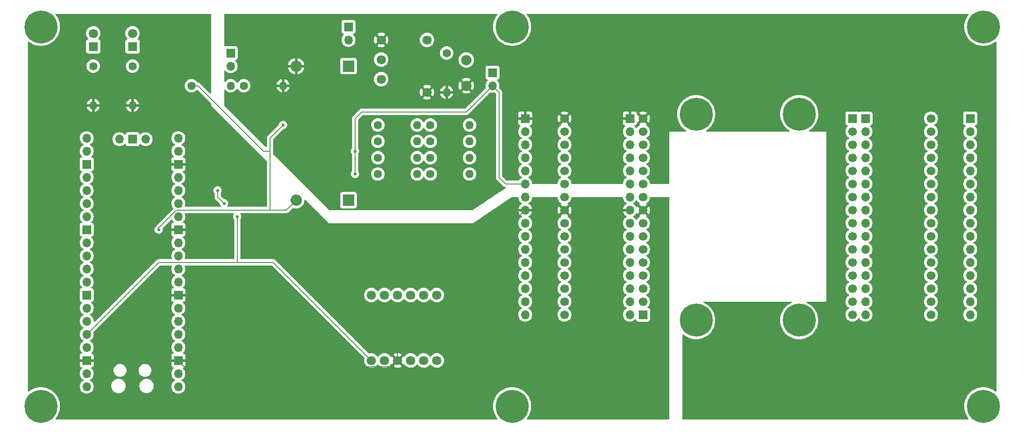
<source format=gbr>
G04 #@! TF.GenerationSoftware,KiCad,Pcbnew,8.0.6*
G04 #@! TF.CreationDate,2025-01-16T18:08:50-08:00*
G04 #@! TF.ProjectId,levitas,6c657669-7461-4732-9e6b-696361645f70,rev?*
G04 #@! TF.SameCoordinates,Original*
G04 #@! TF.FileFunction,Copper,L2,Bot*
G04 #@! TF.FilePolarity,Positive*
%FSLAX46Y46*%
G04 Gerber Fmt 4.6, Leading zero omitted, Abs format (unit mm)*
G04 Created by KiCad (PCBNEW 8.0.6) date 2025-01-16 18:08:50*
%MOMM*%
%LPD*%
G01*
G04 APERTURE LIST*
G04 #@! TA.AperFunction,ComponentPad*
%ADD10C,0.800000*%
G04 #@! TD*
G04 #@! TA.AperFunction,ComponentPad*
%ADD11C,6.400000*%
G04 #@! TD*
G04 #@! TA.AperFunction,ComponentPad*
%ADD12C,1.600000*%
G04 #@! TD*
G04 #@! TA.AperFunction,ComponentPad*
%ADD13O,1.600000X1.600000*%
G04 #@! TD*
G04 #@! TA.AperFunction,ComponentPad*
%ADD14R,1.700000X1.700000*%
G04 #@! TD*
G04 #@! TA.AperFunction,ComponentPad*
%ADD15O,1.700000X1.700000*%
G04 #@! TD*
G04 #@! TA.AperFunction,ComponentPad*
%ADD16C,1.700000*%
G04 #@! TD*
G04 #@! TA.AperFunction,ComponentPad*
%ADD17C,1.800000*%
G04 #@! TD*
G04 #@! TA.AperFunction,ComponentPad*
%ADD18R,1.800000X1.800000*%
G04 #@! TD*
G04 #@! TA.AperFunction,ComponentPad*
%ADD19R,2.200000X2.200000*%
G04 #@! TD*
G04 #@! TA.AperFunction,ComponentPad*
%ADD20O,2.200000X2.200000*%
G04 #@! TD*
G04 #@! TA.AperFunction,ComponentPad*
%ADD21C,2.000000*%
G04 #@! TD*
G04 #@! TA.AperFunction,ViaPad*
%ADD22C,0.600000*%
G04 #@! TD*
G04 #@! TA.AperFunction,Conductor*
%ADD23C,0.200000*%
G04 #@! TD*
G04 APERTURE END LIST*
D10*
G04 #@! TO.P,REF\u002A\u002A,1*
G04 #@! TO.N,N/C*
X238900000Y-132080000D03*
X239602944Y-130382944D03*
X239602944Y-133777056D03*
X241300000Y-129680000D03*
D11*
X241300000Y-132080000D03*
D10*
X241300000Y-134480000D03*
X242997056Y-130382944D03*
X242997056Y-133777056D03*
X243700000Y-132080000D03*
G04 #@! TD*
D12*
G04 #@! TO.P,R2,1*
G04 #@! TO.N,Net-(D1-K)*
X76200000Y-66040000D03*
D13*
G04 #@! TO.P,R2,2*
G04 #@! TO.N,HV-*
X76200000Y-73660000D03*
G04 #@! TD*
D14*
G04 #@! TO.P,JP2,1,A*
G04 #@! TO.N,Net-(JP2-A)*
X146050000Y-67310000D03*
D15*
G04 #@! TO.P,JP2,2,B*
G04 #@! TO.N,HV+*
X146050000Y-69850000D03*
G04 #@! TD*
D12*
G04 #@! TO.P,F4,1*
G04 #@! TO.N,Net-(F4-Pad1)*
X133985000Y-86995000D03*
D13*
G04 #@! TO.P,F4,2*
G04 #@! TO.N,HV4*
X141605000Y-86995000D03*
G04 #@! TD*
D12*
G04 #@! TO.P,F2,1*
G04 #@! TO.N,Net-(F2-Pad1)*
X133985000Y-80645000D03*
D13*
G04 #@! TO.P,F2,2*
G04 #@! TO.N,HV2*
X141605000Y-80645000D03*
G04 #@! TD*
D12*
G04 #@! TO.P,F1,1*
G04 #@! TO.N,Net-(F1-Pad1)*
X133985000Y-77470000D03*
D13*
G04 #@! TO.P,F1,2*
G04 #@! TO.N,HV1*
X141605000Y-77470000D03*
G04 #@! TD*
D12*
G04 #@! TO.P,R8,1*
G04 #@! TO.N,Net-(JP11-A)*
X123825000Y-86995000D03*
D13*
G04 #@! TO.P,R8,2*
G04 #@! TO.N,Net-(F4-Pad1)*
X131445000Y-86995000D03*
G04 #@! TD*
D10*
G04 #@! TO.P,REF\u002A\u002A,1*
G04 #@! TO.N,N/C*
X203160000Y-115390000D03*
X203862944Y-113692944D03*
X203862944Y-117087056D03*
X205560000Y-112990000D03*
D11*
X205560000Y-115390000D03*
D10*
X205560000Y-117790000D03*
X207257056Y-113692944D03*
X207257056Y-117087056D03*
X207960000Y-115390000D03*
G04 #@! TD*
G04 #@! TO.P,REF\u002A\u002A,1*
G04 #@! TO.N,N/C*
X183180000Y-75390000D03*
X183882944Y-73692944D03*
X183882944Y-77087056D03*
X185580000Y-72990000D03*
D11*
X185580000Y-75390000D03*
D10*
X185580000Y-77790000D03*
X187277056Y-73692944D03*
X187277056Y-77087056D03*
X187980000Y-75390000D03*
G04 #@! TD*
G04 #@! TO.P,REF\u002A\u002A,1*
G04 #@! TO.N,N/C*
X238900000Y-58420000D03*
X239602944Y-56722944D03*
X239602944Y-60117056D03*
X241300000Y-56020000D03*
D11*
X241300000Y-58420000D03*
D10*
X241300000Y-60820000D03*
X242997056Y-56722944D03*
X242997056Y-60117056D03*
X243700000Y-58420000D03*
G04 #@! TD*
G04 #@! TO.P,REF\u002A\u002A,1*
G04 #@! TO.N,N/C*
X203180000Y-75357056D03*
X203882944Y-73660000D03*
X203882944Y-77054112D03*
X205580000Y-72957056D03*
D11*
X205580000Y-75357056D03*
D10*
X205580000Y-77757056D03*
X207277056Y-73660000D03*
X207277056Y-77054112D03*
X207980000Y-75357056D03*
G04 #@! TD*
D14*
G04 #@! TO.P,J2,1,Pin_1*
G04 #@! TO.N,Net-(J2-Pin_1)*
X215900000Y-76200000D03*
D16*
G04 #@! TO.P,J2,2,Pin_2*
G04 #@! TO.N,Net-(J2-Pin_2)*
X215900000Y-78740000D03*
G04 #@! TO.P,J2,3,Pin_3*
G04 #@! TO.N,Net-(J2-Pin_3)*
X215900000Y-81280000D03*
G04 #@! TO.P,J2,4,Pin_4*
G04 #@! TO.N,Net-(J2-Pin_4)*
X215900000Y-83820000D03*
G04 #@! TO.P,J2,5,Pin_5*
G04 #@! TO.N,Net-(J2-Pin_5)*
X215900000Y-86360000D03*
G04 #@! TO.P,J2,6,Pin_6*
G04 #@! TO.N,Net-(J2-Pin_6)*
X215900000Y-88900000D03*
G04 #@! TO.P,J2,7,Pin_7*
G04 #@! TO.N,Net-(J2-Pin_7)*
X215900000Y-91440000D03*
G04 #@! TO.P,J2,8,Pin_8*
G04 #@! TO.N,Net-(J2-Pin_8)*
X215900000Y-93980000D03*
G04 #@! TO.P,J2,9,Pin_9*
G04 #@! TO.N,Net-(J2-Pin_9)*
X215900000Y-96520000D03*
G04 #@! TO.P,J2,10,Pin_10*
G04 #@! TO.N,Net-(J2-Pin_10)*
X215900000Y-99060000D03*
G04 #@! TO.P,J2,11,Pin_11*
G04 #@! TO.N,Net-(J2-Pin_11)*
X215900000Y-101600000D03*
G04 #@! TO.P,J2,12,Pin_12*
G04 #@! TO.N,Net-(J2-Pin_12)*
X215900000Y-104140000D03*
G04 #@! TO.P,J2,13,Pin_13*
G04 #@! TO.N,Net-(J2-Pin_13)*
X215900000Y-106680000D03*
G04 #@! TO.P,J2,14,Pin_14*
G04 #@! TO.N,Net-(J2-Pin_14)*
X215900000Y-109220000D03*
G04 #@! TO.P,J2,15,Pin_15*
G04 #@! TO.N,Net-(J2-Pin_15)*
X215900000Y-111760000D03*
G04 #@! TO.P,J2,16,Pin_16*
G04 #@! TO.N,Net-(J2-Pin_16)*
X215900000Y-114300000D03*
G04 #@! TO.P,J2,17*
X231140000Y-114300000D03*
G04 #@! TO.P,J2,18*
G04 #@! TO.N,Net-(J2-Pin_15)*
X231140000Y-111760000D03*
G04 #@! TO.P,J2,19*
G04 #@! TO.N,Net-(J2-Pin_14)*
X231140000Y-109220000D03*
G04 #@! TO.P,J2,20*
G04 #@! TO.N,Net-(J2-Pin_13)*
X231140000Y-106680000D03*
G04 #@! TO.P,J2,21*
G04 #@! TO.N,Net-(J2-Pin_12)*
X231140000Y-104140000D03*
G04 #@! TO.P,J2,22*
G04 #@! TO.N,Net-(J2-Pin_11)*
X231140000Y-101600000D03*
G04 #@! TO.P,J2,23*
G04 #@! TO.N,Net-(J2-Pin_10)*
X231140000Y-99060000D03*
G04 #@! TO.P,J2,24*
G04 #@! TO.N,Net-(J2-Pin_9)*
X231140000Y-96520000D03*
G04 #@! TO.P,J2,25*
G04 #@! TO.N,Net-(J2-Pin_8)*
X231140000Y-93980000D03*
G04 #@! TO.P,J2,26*
G04 #@! TO.N,Net-(J2-Pin_7)*
X231140000Y-91440000D03*
G04 #@! TO.P,J2,27*
G04 #@! TO.N,Net-(J2-Pin_6)*
X231140000Y-88900000D03*
G04 #@! TO.P,J2,28*
G04 #@! TO.N,Net-(J2-Pin_5)*
X231140000Y-86360000D03*
G04 #@! TO.P,J2,29*
G04 #@! TO.N,Net-(J2-Pin_4)*
X231140000Y-83820000D03*
G04 #@! TO.P,J2,30*
G04 #@! TO.N,Net-(J2-Pin_3)*
X231140000Y-81280000D03*
G04 #@! TO.P,J2,31*
G04 #@! TO.N,Net-(J2-Pin_2)*
X231140000Y-78740000D03*
G04 #@! TO.P,J2,32*
G04 #@! TO.N,Net-(J2-Pin_1)*
X231140000Y-76200000D03*
G04 #@! TD*
D10*
G04 #@! TO.P,REF\u002A\u002A,1*
G04 #@! TO.N,N/C*
X56020000Y-58420000D03*
X56722944Y-56722944D03*
X56722944Y-60117056D03*
X58420000Y-56020000D03*
D11*
X58420000Y-58420000D03*
D10*
X58420000Y-60820000D03*
X60117056Y-56722944D03*
X60117056Y-60117056D03*
X60820000Y-58420000D03*
G04 #@! TD*
D14*
G04 #@! TO.P,JP5,1,A*
G04 #@! TO.N,Net-(D2-K)*
X95250000Y-63500000D03*
D15*
G04 #@! TO.P,JP5,2,B*
G04 #@! TO.N,Net-(JP5-B)*
X95250000Y-66040000D03*
G04 #@! TD*
D14*
G04 #@! TO.P,J1,1,Pin_1*
G04 #@! TO.N,MISO-d*
X175260000Y-114300000D03*
D16*
G04 #@! TO.P,J1,2,Pin_2*
G04 #@! TO.N,CS-d*
X175260000Y-111760000D03*
G04 #@! TO.P,J1,3,Pin_3*
G04 #@! TO.N,SCLK-d*
X175260000Y-109220000D03*
G04 #@! TO.P,J1,4,Pin_4*
G04 #@! TO.N,MOSI-d*
X175260000Y-106680000D03*
G04 #@! TO.P,J1,5,Pin_5*
G04 #@! TO.N,SDA-d*
X175260000Y-104140000D03*
G04 #@! TO.P,J1,6,Pin_6*
G04 #@! TO.N,SCL-d*
X175260000Y-101600000D03*
G04 #@! TO.P,J1,7,Pin_7*
G04 #@! TO.N,SDA4-d*
X175260000Y-99060000D03*
G04 #@! TO.P,J1,8,Pin_8*
G04 #@! TO.N,SCL4-d*
X175260000Y-96520000D03*
G04 #@! TO.P,J1,9,Pin_9*
G04 #@! TO.N,HV-*
X175260000Y-93980000D03*
G04 #@! TO.P,J1,10,Pin_10*
G04 #@! TO.N,+3.3V*
X175260000Y-91440000D03*
G04 #@! TO.P,J1,11,Pin_11*
G04 #@! TO.N,HV+*
X175260000Y-88900000D03*
G04 #@! TO.P,J1,12,Pin_12*
G04 #@! TO.N,HV4*
X175260000Y-86360000D03*
G04 #@! TO.P,J1,13,Pin_13*
G04 #@! TO.N,HV3*
X175260000Y-83820000D03*
G04 #@! TO.P,J1,14,Pin_14*
G04 #@! TO.N,HV2*
X175260000Y-81280000D03*
G04 #@! TO.P,J1,15,Pin_15*
G04 #@! TO.N,HV1*
X175260000Y-78740000D03*
G04 #@! TO.P,J1,16,Pin_16*
G04 #@! TO.N,HV-*
X175260000Y-76200000D03*
G04 #@! TO.P,J1,17*
X160020000Y-76200000D03*
G04 #@! TO.P,J1,18*
G04 #@! TO.N,HV1*
X160020000Y-78740000D03*
G04 #@! TO.P,J1,19*
G04 #@! TO.N,HV2*
X160020000Y-81280000D03*
G04 #@! TO.P,J1,20*
G04 #@! TO.N,HV3*
X160020000Y-83820000D03*
G04 #@! TO.P,J1,21*
G04 #@! TO.N,HV4*
X160020000Y-86360000D03*
G04 #@! TO.P,J1,22*
G04 #@! TO.N,HV+*
X160020000Y-88900000D03*
G04 #@! TO.P,J1,23*
G04 #@! TO.N,+3.3V*
X160020000Y-91440000D03*
G04 #@! TO.P,J1,24*
G04 #@! TO.N,HV-*
X160020000Y-93980000D03*
G04 #@! TO.P,J1,25*
G04 #@! TO.N,SCL4-d*
X160020000Y-96520000D03*
G04 #@! TO.P,J1,26*
G04 #@! TO.N,SDA4-d*
X160020000Y-99060000D03*
G04 #@! TO.P,J1,27*
G04 #@! TO.N,SCL-d*
X160020000Y-101600000D03*
G04 #@! TO.P,J1,28*
G04 #@! TO.N,SDA-d*
X160020000Y-104140000D03*
G04 #@! TO.P,J1,29*
G04 #@! TO.N,MOSI-d*
X160020000Y-106680000D03*
G04 #@! TO.P,J1,30*
G04 #@! TO.N,SCLK-d*
X160020000Y-109220000D03*
G04 #@! TO.P,J1,31*
G04 #@! TO.N,CS-d*
X160020000Y-111760000D03*
G04 #@! TO.P,J1,32*
G04 #@! TO.N,MISO-d*
X160020000Y-114300000D03*
G04 #@! TD*
D10*
G04 #@! TO.P,REF\u002A\u002A,1*
G04 #@! TO.N,N/C*
X56020000Y-132080000D03*
X56722944Y-130382944D03*
X56722944Y-133777056D03*
X58420000Y-129680000D03*
D11*
X58420000Y-132080000D03*
D10*
X58420000Y-134480000D03*
X60117056Y-130382944D03*
X60117056Y-133777056D03*
X60820000Y-132080000D03*
G04 #@! TD*
D14*
G04 #@! TO.P,J4,1,Pin_1*
G04 #@! TO.N,HV-*
X172720000Y-76200000D03*
D15*
G04 #@! TO.P,J4,2,Pin_2*
G04 #@! TO.N,HV1*
X172720000Y-78740000D03*
G04 #@! TO.P,J4,3,Pin_3*
G04 #@! TO.N,HV2*
X172720000Y-81280000D03*
G04 #@! TO.P,J4,4,Pin_4*
G04 #@! TO.N,HV3*
X172720000Y-83820000D03*
G04 #@! TO.P,J4,5,Pin_5*
G04 #@! TO.N,HV4*
X172720000Y-86360000D03*
G04 #@! TO.P,J4,6,Pin_6*
G04 #@! TO.N,HV+*
X172720000Y-88900000D03*
G04 #@! TO.P,J4,7,Pin_7*
G04 #@! TO.N,+3.3V*
X172720000Y-91440000D03*
G04 #@! TO.P,J4,8,Pin_8*
G04 #@! TO.N,HV-*
X172720000Y-93980000D03*
G04 #@! TO.P,J4,9,Pin_9*
G04 #@! TO.N,SCL4-d*
X172720000Y-96520000D03*
G04 #@! TO.P,J4,10,Pin_10*
G04 #@! TO.N,SDA4-d*
X172720000Y-99060000D03*
G04 #@! TO.P,J4,11,Pin_11*
G04 #@! TO.N,SCL-d*
X172720000Y-101600000D03*
G04 #@! TO.P,J4,12,Pin_12*
G04 #@! TO.N,SDA-d*
X172720000Y-104140000D03*
G04 #@! TO.P,J4,13,Pin_13*
G04 #@! TO.N,MOSI-d*
X172720000Y-106680000D03*
G04 #@! TO.P,J4,14,Pin_14*
G04 #@! TO.N,SCLK-d*
X172720000Y-109220000D03*
G04 #@! TO.P,J4,15,Pin_15*
G04 #@! TO.N,CS-d*
X172720000Y-111760000D03*
G04 #@! TO.P,J4,16,Pin_16*
G04 #@! TO.N,MISO-d*
X172720000Y-114300000D03*
G04 #@! TD*
D14*
G04 #@! TO.P,J6,1,Pin_1*
G04 #@! TO.N,Net-(J2-Pin_1)*
X238760000Y-76200000D03*
D15*
G04 #@! TO.P,J6,2,Pin_2*
G04 #@! TO.N,Net-(J2-Pin_2)*
X238760000Y-78740000D03*
G04 #@! TO.P,J6,3,Pin_3*
G04 #@! TO.N,Net-(J2-Pin_3)*
X238760000Y-81280000D03*
G04 #@! TO.P,J6,4,Pin_4*
G04 #@! TO.N,Net-(J2-Pin_4)*
X238760000Y-83820000D03*
G04 #@! TO.P,J6,5,Pin_5*
G04 #@! TO.N,Net-(J2-Pin_5)*
X238760000Y-86360000D03*
G04 #@! TO.P,J6,6,Pin_6*
G04 #@! TO.N,Net-(J2-Pin_6)*
X238760000Y-88900000D03*
G04 #@! TO.P,J6,7,Pin_7*
G04 #@! TO.N,Net-(J2-Pin_7)*
X238760000Y-91440000D03*
G04 #@! TO.P,J6,8,Pin_8*
G04 #@! TO.N,Net-(J2-Pin_8)*
X238760000Y-93980000D03*
G04 #@! TO.P,J6,9,Pin_9*
G04 #@! TO.N,Net-(J2-Pin_9)*
X238760000Y-96520000D03*
G04 #@! TO.P,J6,10,Pin_10*
G04 #@! TO.N,Net-(J2-Pin_10)*
X238760000Y-99060000D03*
G04 #@! TO.P,J6,11,Pin_11*
G04 #@! TO.N,Net-(J2-Pin_11)*
X238760000Y-101600000D03*
G04 #@! TO.P,J6,12,Pin_12*
G04 #@! TO.N,Net-(J2-Pin_12)*
X238760000Y-104140000D03*
G04 #@! TO.P,J6,13,Pin_13*
G04 #@! TO.N,Net-(J2-Pin_13)*
X238760000Y-106680000D03*
G04 #@! TO.P,J6,14,Pin_14*
G04 #@! TO.N,Net-(J2-Pin_14)*
X238760000Y-109220000D03*
G04 #@! TO.P,J6,15,Pin_15*
G04 #@! TO.N,Net-(J2-Pin_15)*
X238760000Y-111760000D03*
G04 #@! TO.P,J6,16,Pin_16*
G04 #@! TO.N,Net-(J2-Pin_16)*
X238760000Y-114300000D03*
G04 #@! TD*
D17*
G04 #@! TO.P,U5,*
G04 #@! TO.N,*
X122555000Y-110490000D03*
X125095000Y-110490000D03*
X127635000Y-110490000D03*
X130175000Y-110490000D03*
X132715000Y-110490000D03*
X135255000Y-110490000D03*
G04 #@! TO.P,U5,1,Vin*
G04 #@! TO.N,+3.3V*
X122555000Y-123190000D03*
G04 #@! TO.P,U5,2,3Vo*
G04 #@! TO.N,unconnected-(U5-3Vo-Pad2)*
X125095000Y-123190000D03*
G04 #@! TO.P,U5,3,GND*
G04 #@! TO.N,HV-*
X127635000Y-123190000D03*
G04 #@! TO.P,U5,4,SCL*
G04 #@! TO.N,SCL-m*
X130175000Y-123190000D03*
G04 #@! TO.P,U5,5,SDA*
G04 #@! TO.N,SDA-m*
X132715000Y-123190000D03*
G04 #@! TO.P,U5,6,INT*
G04 #@! TO.N,unconnected-(U5-INT-Pad6)*
X135255000Y-123190000D03*
G04 #@! TD*
D14*
G04 #@! TO.P,JP4,1,A*
G04 #@! TO.N,Net-(D1-A)*
X118110000Y-58420000D03*
D15*
G04 #@! TO.P,JP4,2,B*
G04 #@! TO.N,Net-(D2-K)*
X118110000Y-60960000D03*
G04 #@! TD*
D12*
G04 #@! TO.P,F3,1*
G04 #@! TO.N,Net-(F3-Pad1)*
X133985000Y-83820000D03*
D13*
G04 #@! TO.P,F3,2*
G04 #@! TO.N,HV3*
X141605000Y-83820000D03*
G04 #@! TD*
D12*
G04 #@! TO.P,R4,1*
G04 #@! TO.N,Net-(JP5-B)*
X97790000Y-69850000D03*
D13*
G04 #@! TO.P,R4,2*
G04 #@! TO.N,HV-*
X105410000Y-69850000D03*
G04 #@! TD*
D14*
G04 #@! TO.P,J5,1,Pin_1*
G04 #@! TO.N,Net-(J2-Pin_1)*
X218440000Y-76200000D03*
D15*
G04 #@! TO.P,J5,2,Pin_2*
G04 #@! TO.N,Net-(J2-Pin_2)*
X218440000Y-78740000D03*
G04 #@! TO.P,J5,3,Pin_3*
G04 #@! TO.N,Net-(J2-Pin_3)*
X218440000Y-81280000D03*
G04 #@! TO.P,J5,4,Pin_4*
G04 #@! TO.N,Net-(J2-Pin_4)*
X218440000Y-83820000D03*
G04 #@! TO.P,J5,5,Pin_5*
G04 #@! TO.N,Net-(J2-Pin_5)*
X218440000Y-86360000D03*
G04 #@! TO.P,J5,6,Pin_6*
G04 #@! TO.N,Net-(J2-Pin_6)*
X218440000Y-88900000D03*
G04 #@! TO.P,J5,7,Pin_7*
G04 #@! TO.N,Net-(J2-Pin_7)*
X218440000Y-91440000D03*
G04 #@! TO.P,J5,8,Pin_8*
G04 #@! TO.N,Net-(J2-Pin_8)*
X218440000Y-93980000D03*
G04 #@! TO.P,J5,9,Pin_9*
G04 #@! TO.N,Net-(J2-Pin_9)*
X218440000Y-96520000D03*
G04 #@! TO.P,J5,10,Pin_10*
G04 #@! TO.N,Net-(J2-Pin_10)*
X218440000Y-99060000D03*
G04 #@! TO.P,J5,11,Pin_11*
G04 #@! TO.N,Net-(J2-Pin_11)*
X218440000Y-101600000D03*
G04 #@! TO.P,J5,12,Pin_12*
G04 #@! TO.N,Net-(J2-Pin_12)*
X218440000Y-104140000D03*
G04 #@! TO.P,J5,13,Pin_13*
G04 #@! TO.N,Net-(J2-Pin_13)*
X218440000Y-106680000D03*
G04 #@! TO.P,J5,14,Pin_14*
G04 #@! TO.N,Net-(J2-Pin_14)*
X218440000Y-109220000D03*
G04 #@! TO.P,J5,15,Pin_15*
G04 #@! TO.N,Net-(J2-Pin_15)*
X218440000Y-111760000D03*
G04 #@! TO.P,J5,16,Pin_16*
G04 #@! TO.N,Net-(J2-Pin_16)*
X218440000Y-114300000D03*
G04 #@! TD*
D12*
G04 #@! TO.P,R3,1*
G04 #@! TO.N,Net-(JP2-A)*
X137160000Y-63500000D03*
D13*
G04 #@! TO.P,R3,2*
G04 #@! TO.N,HV-*
X137160000Y-71120000D03*
G04 #@! TD*
D18*
G04 #@! TO.P,D4,1,K*
G04 #@! TO.N,Net-(D4-K)*
X68580000Y-62230000D03*
D17*
G04 #@! TO.P,D4,2,A*
G04 #@! TO.N,+5V*
X68580000Y-59690000D03*
G04 #@! TD*
D18*
G04 #@! TO.P,D1,1,K*
G04 #@! TO.N,Net-(D1-K)*
X76200000Y-62230000D03*
D17*
G04 #@! TO.P,D1,2,A*
G04 #@! TO.N,Net-(D1-A)*
X76200000Y-59690000D03*
G04 #@! TD*
D10*
G04 #@! TO.P,REF\u002A\u002A,1*
G04 #@! TO.N,N/C*
X147460000Y-58420000D03*
X148162944Y-56722944D03*
X148162944Y-60117056D03*
X149860000Y-56020000D03*
D11*
X149860000Y-58420000D03*
D10*
X149860000Y-60820000D03*
X151557056Y-56722944D03*
X151557056Y-60117056D03*
X152260000Y-58420000D03*
G04 #@! TD*
D17*
G04 #@! TO.P,U3,1,In(-)*
G04 #@! TO.N,HV-*
X124460000Y-60960000D03*
G04 #@! TO.P,U3,2,In(+)*
G04 #@! TO.N,Net-(D2-K)*
X124460000Y-64770000D03*
G04 #@! TO.P,U3,3,HVOut(+)*
G04 #@! TO.N,Net-(JP2-A)*
X133350000Y-60960000D03*
G04 #@! TO.P,U3,4,HVOut(-)*
G04 #@! TO.N,HV-*
X133350000Y-71120000D03*
G04 #@! TO.P,U3,6,control*
G04 #@! TO.N,Net-(D1-A)*
X124460000Y-68580000D03*
G04 #@! TD*
D12*
G04 #@! TO.P,R1,1*
G04 #@! TO.N,+5V*
X87630000Y-69850000D03*
D13*
G04 #@! TO.P,R1,2*
G04 #@! TO.N,Net-(JP5-B)*
X95250000Y-69850000D03*
G04 #@! TD*
D12*
G04 #@! TO.P,R6,1*
G04 #@! TO.N,Net-(JP9-A)*
X123825000Y-80645000D03*
D13*
G04 #@! TO.P,R6,2*
G04 #@! TO.N,Net-(F2-Pad1)*
X131445000Y-80645000D03*
G04 #@! TD*
D10*
G04 #@! TO.P,REF\u002A\u002A,1*
G04 #@! TO.N,N/C*
X183180000Y-115390000D03*
X183882944Y-113692944D03*
X183882944Y-117087056D03*
X185580000Y-112990000D03*
D11*
X185580000Y-115390000D03*
D10*
X185580000Y-117790000D03*
X187277056Y-113692944D03*
X187277056Y-117087056D03*
X187980000Y-115390000D03*
G04 #@! TD*
G04 #@! TO.P,REF\u002A\u002A,1*
G04 #@! TO.N,N/C*
X147460000Y-132080000D03*
X148162944Y-130382944D03*
X148162944Y-133777056D03*
X149860000Y-129680000D03*
D11*
X149860000Y-132080000D03*
D10*
X149860000Y-134480000D03*
X151557056Y-130382944D03*
X151557056Y-133777056D03*
X152260000Y-132080000D03*
G04 #@! TD*
D15*
G04 #@! TO.P,U1,1,GPIO0*
G04 #@! TO.N,unconnected-(U1-GPIO0-Pad1)*
X85090000Y-128270000D03*
G04 #@! TO.P,U1,2,GPIO1*
G04 #@! TO.N,unconnected-(U1-GPIO1-Pad2)*
X85090000Y-125730000D03*
D14*
G04 #@! TO.P,U1,3,GND*
G04 #@! TO.N,HV-*
X85090000Y-123190000D03*
D15*
G04 #@! TO.P,U1,4,GPIO2*
G04 #@! TO.N,SDA-m*
X85090000Y-120650000D03*
G04 #@! TO.P,U1,5,GPIO3*
G04 #@! TO.N,SCL-m*
X85090000Y-118110000D03*
G04 #@! TO.P,U1,6,GPIO4*
G04 #@! TO.N,MISO-d*
X85090000Y-115570000D03*
G04 #@! TO.P,U1,7,GPIO5*
G04 #@! TO.N,CS-d*
X85090000Y-113030000D03*
D14*
G04 #@! TO.P,U1,8,GND*
G04 #@! TO.N,HV-*
X85090000Y-110490000D03*
D15*
G04 #@! TO.P,U1,9,GPIO6*
G04 #@! TO.N,SCLK-d*
X85090000Y-107950000D03*
G04 #@! TO.P,U1,10,GPIO7*
G04 #@! TO.N,MOSI-d*
X85090000Y-105410000D03*
G04 #@! TO.P,U1,11,GPIO8*
G04 #@! TO.N,SDA-d*
X85090000Y-102870000D03*
G04 #@! TO.P,U1,12,GPIO9*
G04 #@! TO.N,SCL-d*
X85090000Y-100330000D03*
D14*
G04 #@! TO.P,U1,13,GND*
G04 #@! TO.N,HV-*
X85090000Y-97790000D03*
D15*
G04 #@! TO.P,U1,14,GPIO10*
G04 #@! TO.N,SDA4-d*
X85090000Y-95250000D03*
G04 #@! TO.P,U1,15,GPIO11*
G04 #@! TO.N,SCL4-d*
X85090000Y-92710000D03*
G04 #@! TO.P,U1,16,GPIO12*
G04 #@! TO.N,unconnected-(U1-GPIO12-Pad16)*
X85090000Y-90170000D03*
G04 #@! TO.P,U1,17,GPIO13*
G04 #@! TO.N,CS-m*
X85090000Y-87630000D03*
D14*
G04 #@! TO.P,U1,18,GND*
G04 #@! TO.N,HV-*
X85090000Y-85090000D03*
D15*
G04 #@! TO.P,U1,19,GPIO14*
G04 #@! TO.N,SCLK-m*
X85090000Y-82550000D03*
G04 #@! TO.P,U1,20,GPIO15*
G04 #@! TO.N,MOSI-m*
X85090000Y-80010000D03*
G04 #@! TO.P,U1,21,GPIO16*
G04 #@! TO.N,unconnected-(U1-GPIO16-Pad21)*
X67310000Y-80010000D03*
G04 #@! TO.P,U1,22,GPIO17*
G04 #@! TO.N,unconnected-(U1-GPIO17-Pad22)*
X67310000Y-82550000D03*
D14*
G04 #@! TO.P,U1,23,GND*
G04 #@! TO.N,unconnected-(U1-GND-Pad23)*
X67310000Y-85090000D03*
D15*
G04 #@! TO.P,U1,24,GPIO18*
G04 #@! TO.N,unconnected-(U1-GPIO18-Pad24)*
X67310000Y-87630000D03*
G04 #@! TO.P,U1,25,GPIO19*
G04 #@! TO.N,unconnected-(U1-GPIO19-Pad25)*
X67310000Y-90170000D03*
G04 #@! TO.P,U1,26,GPIO20*
G04 #@! TO.N,unconnected-(U1-GPIO20-Pad26)*
X67310000Y-92710000D03*
G04 #@! TO.P,U1,27,GPIO21*
G04 #@! TO.N,unconnected-(U1-GPIO21-Pad27)*
X67310000Y-95250000D03*
D14*
G04 #@! TO.P,U1,28,GND*
G04 #@! TO.N,unconnected-(U1-GND-Pad28)*
X67310000Y-97790000D03*
D15*
G04 #@! TO.P,U1,29,GPIO22*
G04 #@! TO.N,unconnected-(U1-GPIO22-Pad29)*
X67310000Y-100330000D03*
G04 #@! TO.P,U1,30,RUN*
G04 #@! TO.N,unconnected-(U1-RUN-Pad30)*
X67310000Y-102870000D03*
G04 #@! TO.P,U1,31,GPIO26_ADC0*
G04 #@! TO.N,unconnected-(U1-GPIO26_ADC0-Pad31)*
X67310000Y-105410000D03*
G04 #@! TO.P,U1,32,GPIO27_ADC1*
G04 #@! TO.N,unconnected-(U1-GPIO27_ADC1-Pad32)*
X67310000Y-107950000D03*
D14*
G04 #@! TO.P,U1,33,AGND*
G04 #@! TO.N,unconnected-(U1-AGND-Pad33)*
X67310000Y-110490000D03*
D15*
G04 #@! TO.P,U1,34,GPIO28_ADC2*
G04 #@! TO.N,unconnected-(U1-GPIO28_ADC2-Pad34)*
X67310000Y-113030000D03*
G04 #@! TO.P,U1,35,ADC_VREF*
G04 #@! TO.N,unconnected-(U1-ADC_VREF-Pad35)*
X67310000Y-115570000D03*
G04 #@! TO.P,U1,36,3V3*
G04 #@! TO.N,+3.3V*
X67310000Y-118110000D03*
G04 #@! TO.P,U1,37,3V3_EN*
G04 #@! TO.N,unconnected-(U1-3V3_EN-Pad37)*
X67310000Y-120650000D03*
D14*
G04 #@! TO.P,U1,38,GND*
G04 #@! TO.N,HV-*
X67310000Y-123190000D03*
D15*
G04 #@! TO.P,U1,39,VSYS*
G04 #@! TO.N,unconnected-(U1-VSYS-Pad39)*
X67310000Y-125730000D03*
G04 #@! TO.P,U1,40,VBUS*
G04 #@! TO.N,+5V*
X67310000Y-128270000D03*
G04 #@! TO.P,U1,41,SWCLK*
G04 #@! TO.N,unconnected-(U1-SWCLK-Pad41)*
X78740000Y-80240000D03*
D14*
G04 #@! TO.P,U1,42,GND*
G04 #@! TO.N,unconnected-(U1-GND-Pad42)*
X76200000Y-80240000D03*
D15*
G04 #@! TO.P,U1,43,SWDIO*
G04 #@! TO.N,unconnected-(U1-SWDIO-Pad43)*
X73660000Y-80240000D03*
G04 #@! TD*
D19*
G04 #@! TO.P,D3,1,K*
G04 #@! TO.N,HV+*
X118110000Y-92075000D03*
D20*
G04 #@! TO.P,D3,2,A*
G04 #@! TO.N,+5V*
X107950000Y-92075000D03*
G04 #@! TD*
D12*
G04 #@! TO.P,R5,1*
G04 #@! TO.N,Net-(JP8-A)*
X123825000Y-77470000D03*
D13*
G04 #@! TO.P,R5,2*
G04 #@! TO.N,Net-(F1-Pad1)*
X131445000Y-77470000D03*
G04 #@! TD*
D14*
G04 #@! TO.P,J3,1,Pin_1*
G04 #@! TO.N,HV-*
X152400000Y-76200000D03*
D15*
G04 #@! TO.P,J3,2,Pin_2*
G04 #@! TO.N,HV1*
X152400000Y-78740000D03*
G04 #@! TO.P,J3,3,Pin_3*
G04 #@! TO.N,HV2*
X152400000Y-81280000D03*
G04 #@! TO.P,J3,4,Pin_4*
G04 #@! TO.N,HV3*
X152400000Y-83820000D03*
G04 #@! TO.P,J3,5,Pin_5*
G04 #@! TO.N,HV4*
X152400000Y-86360000D03*
G04 #@! TO.P,J3,6,Pin_6*
G04 #@! TO.N,HV+*
X152400000Y-88900000D03*
G04 #@! TO.P,J3,7,Pin_7*
G04 #@! TO.N,+3.3V*
X152400000Y-91440000D03*
G04 #@! TO.P,J3,8,Pin_8*
G04 #@! TO.N,HV-*
X152400000Y-93980000D03*
G04 #@! TO.P,J3,9,Pin_9*
G04 #@! TO.N,SCL4-d*
X152400000Y-96520000D03*
G04 #@! TO.P,J3,10,Pin_10*
G04 #@! TO.N,SDA4-d*
X152400000Y-99060000D03*
G04 #@! TO.P,J3,11,Pin_11*
G04 #@! TO.N,SCL-d*
X152400000Y-101600000D03*
G04 #@! TO.P,J3,12,Pin_12*
G04 #@! TO.N,SDA-d*
X152400000Y-104140000D03*
G04 #@! TO.P,J3,13,Pin_13*
G04 #@! TO.N,MOSI-d*
X152400000Y-106680000D03*
G04 #@! TO.P,J3,14,Pin_14*
G04 #@! TO.N,SCLK-d*
X152400000Y-109220000D03*
G04 #@! TO.P,J3,15,Pin_15*
G04 #@! TO.N,CS-d*
X152400000Y-111760000D03*
G04 #@! TO.P,J3,16,Pin_16*
G04 #@! TO.N,MISO-d*
X152400000Y-114300000D03*
G04 #@! TD*
D12*
G04 #@! TO.P,R9,1*
G04 #@! TO.N,Net-(D4-K)*
X68580000Y-66040000D03*
D13*
G04 #@! TO.P,R9,2*
G04 #@! TO.N,HV-*
X68580000Y-73660000D03*
G04 #@! TD*
D19*
G04 #@! TO.P,D2,1,K*
G04 #@! TO.N,Net-(D2-K)*
X118110000Y-66040000D03*
D20*
G04 #@! TO.P,D2,2,A*
G04 #@! TO.N,HV-*
X107950000Y-66040000D03*
G04 #@! TD*
D12*
G04 #@! TO.P,R7,1*
G04 #@! TO.N,Net-(JP10-A)*
X123825000Y-83820000D03*
D13*
G04 #@! TO.P,R7,2*
G04 #@! TO.N,Net-(F3-Pad1)*
X131445000Y-83820000D03*
G04 #@! TD*
D21*
G04 #@! TO.P,C4,1*
G04 #@! TO.N,Net-(JP2-A)*
X140970000Y-64850000D03*
G04 #@! TO.P,C4,2*
G04 #@! TO.N,HV-*
X140970000Y-69850000D03*
G04 #@! TD*
D22*
G04 #@! TO.N,+3.3V*
X92710000Y-90170000D03*
X96520000Y-95250000D03*
X93980000Y-92710000D03*
G04 #@! TO.N,+5V*
X81280000Y-97790000D03*
X105410000Y-77470000D03*
G04 #@! TO.N,HV-*
X114295000Y-80010000D03*
X114295000Y-84455000D03*
X114300000Y-77470000D03*
G04 #@! TO.N,HV+*
X119380000Y-86995000D03*
X119380000Y-82550000D03*
G04 #@! TD*
D23*
G04 #@! TO.N,+3.3V*
X67310000Y-118110000D02*
X81280000Y-104140000D01*
X92710000Y-91440000D02*
X92710000Y-90170000D01*
X96520000Y-104140000D02*
X96520000Y-95250000D01*
X81280000Y-104140000D02*
X96520000Y-104140000D01*
X96520000Y-104140000D02*
X103505000Y-104140000D01*
X93980000Y-92710000D02*
X92710000Y-91440000D01*
X103505000Y-104140000D02*
X122555000Y-123190000D01*
G04 #@! TO.N,+5V*
X88900000Y-69850000D02*
X101600000Y-82550000D01*
X102870000Y-93980000D02*
X102870000Y-82550000D01*
X81280000Y-97790000D02*
X81280000Y-97433654D01*
X87630000Y-69850000D02*
X88900000Y-69850000D01*
X101600000Y-82550000D02*
X102870000Y-82550000D01*
X102870000Y-82550000D02*
X102870000Y-80010000D01*
X106045000Y-93980000D02*
X107950000Y-92075000D01*
X84733654Y-93980000D02*
X102870000Y-93980000D01*
X81280000Y-97433654D02*
X84733654Y-93980000D01*
X102870000Y-80010000D02*
X105410000Y-77470000D01*
X102870000Y-93980000D02*
X106045000Y-93980000D01*
G04 #@! TO.N,HV-*
X127635000Y-119807057D02*
X127635000Y-123190000D01*
X127635000Y-123190000D02*
X126435000Y-124390000D01*
X139700000Y-106680000D02*
X139700000Y-113030000D01*
X133142057Y-114300000D02*
X127635000Y-119807057D01*
X139700000Y-113030000D02*
X138430000Y-114300000D01*
X86290000Y-124390000D02*
X85090000Y-123190000D01*
X152400000Y-93980000D02*
X139700000Y-106680000D01*
X114295000Y-84455000D02*
X114295000Y-80010000D01*
X138430000Y-114300000D02*
X133142057Y-114300000D01*
X67310000Y-123190000D02*
X85090000Y-123190000D01*
X114295000Y-77475000D02*
X114300000Y-77470000D01*
X114295000Y-80010000D02*
X114295000Y-77475000D01*
X126435000Y-124390000D02*
X86290000Y-124390000D01*
G04 #@! TO.N,HV+*
X147320000Y-71120000D02*
X146050000Y-69850000D01*
X120650000Y-74930000D02*
X119380000Y-76200000D01*
X146050000Y-69850000D02*
X140970000Y-74930000D01*
X152400000Y-88900000D02*
X148590000Y-88900000D01*
X119380000Y-76200000D02*
X119380000Y-85090000D01*
X148590000Y-88900000D02*
X147320000Y-87630000D01*
X147320000Y-87630000D02*
X147320000Y-71120000D01*
X119380000Y-85090000D02*
X119380000Y-86995000D01*
X140970000Y-74930000D02*
X120650000Y-74930000D01*
X119380000Y-82550000D02*
X119380000Y-85090000D01*
G04 #@! TD*
G04 #@! TA.AperFunction,Conductor*
G04 #@! TO.N,HV-*
G36*
X146962265Y-55899685D02*
G01*
X147008020Y-55952489D01*
X147017964Y-56021647D01*
X146991592Y-56082036D01*
X146862122Y-56241917D01*
X146650877Y-56567206D01*
X146474787Y-56912802D01*
X146335788Y-57274905D01*
X146235397Y-57649570D01*
X146235397Y-57649572D01*
X146174722Y-58032660D01*
X146154422Y-58419999D01*
X146154422Y-58420000D01*
X146174722Y-58807339D01*
X146235397Y-59190427D01*
X146235397Y-59190429D01*
X146335788Y-59565094D01*
X146474787Y-59927197D01*
X146650877Y-60272793D01*
X146862122Y-60598082D01*
X146967891Y-60728695D01*
X147106219Y-60899516D01*
X147380484Y-61173781D01*
X147488826Y-61261515D01*
X147681917Y-61417877D01*
X148006784Y-61628848D01*
X148007211Y-61629125D01*
X148352806Y-61805214D01*
X148714913Y-61944214D01*
X149089567Y-62044602D01*
X149472662Y-62105278D01*
X149838576Y-62124455D01*
X149859999Y-62125578D01*
X149860000Y-62125578D01*
X149860001Y-62125578D01*
X149880301Y-62124514D01*
X150247338Y-62105278D01*
X150630433Y-62044602D01*
X151005087Y-61944214D01*
X151367194Y-61805214D01*
X151712789Y-61629125D01*
X152038084Y-61417876D01*
X152339516Y-61173781D01*
X152613781Y-60899516D01*
X152857876Y-60598084D01*
X153069125Y-60272789D01*
X153245214Y-59927194D01*
X153384214Y-59565087D01*
X153484602Y-59190433D01*
X153545278Y-58807338D01*
X153565578Y-58420000D01*
X153545278Y-58032662D01*
X153484602Y-57649567D01*
X153384214Y-57274913D01*
X153245214Y-56912806D01*
X153069125Y-56567211D01*
X153069122Y-56567206D01*
X152857877Y-56241917D01*
X152728408Y-56082036D01*
X152701516Y-56017548D01*
X152713758Y-55948759D01*
X152761247Y-55897509D01*
X152824774Y-55880000D01*
X238335226Y-55880000D01*
X238402265Y-55899685D01*
X238448020Y-55952489D01*
X238457964Y-56021647D01*
X238431592Y-56082036D01*
X238302122Y-56241917D01*
X238090877Y-56567206D01*
X237914787Y-56912802D01*
X237775788Y-57274905D01*
X237675397Y-57649570D01*
X237675397Y-57649572D01*
X237614722Y-58032660D01*
X237594422Y-58419999D01*
X237594422Y-58420000D01*
X237614722Y-58807339D01*
X237675397Y-59190427D01*
X237675397Y-59190429D01*
X237775788Y-59565094D01*
X237914787Y-59927197D01*
X238090877Y-60272793D01*
X238302122Y-60598082D01*
X238407891Y-60728695D01*
X238546219Y-60899516D01*
X238820484Y-61173781D01*
X238928826Y-61261515D01*
X239121917Y-61417877D01*
X239446784Y-61628848D01*
X239447211Y-61629125D01*
X239792806Y-61805214D01*
X240154913Y-61944214D01*
X240529567Y-62044602D01*
X240912662Y-62105278D01*
X241278576Y-62124455D01*
X241299999Y-62125578D01*
X241300000Y-62125578D01*
X241300001Y-62125578D01*
X241320301Y-62124514D01*
X241687338Y-62105278D01*
X242070433Y-62044602D01*
X242445087Y-61944214D01*
X242807194Y-61805214D01*
X243152789Y-61629125D01*
X243478084Y-61417876D01*
X243637965Y-61288406D01*
X243702451Y-61261515D01*
X243771240Y-61273757D01*
X243822491Y-61321246D01*
X243840000Y-61384773D01*
X243840000Y-129115226D01*
X243820315Y-129182265D01*
X243767511Y-129228020D01*
X243698353Y-129237964D01*
X243637964Y-129211592D01*
X243478082Y-129082122D01*
X243152793Y-128870877D01*
X242807197Y-128694787D01*
X242445094Y-128555788D01*
X242445087Y-128555786D01*
X242070433Y-128455398D01*
X242070429Y-128455397D01*
X242070428Y-128455397D01*
X241687339Y-128394722D01*
X241300001Y-128374422D01*
X241299999Y-128374422D01*
X240912660Y-128394722D01*
X240529572Y-128455397D01*
X240529570Y-128455397D01*
X240154905Y-128555788D01*
X239792802Y-128694787D01*
X239447206Y-128870877D01*
X239121917Y-129082122D01*
X238820488Y-129326215D01*
X238820480Y-129326222D01*
X238546222Y-129600480D01*
X238546215Y-129600488D01*
X238302122Y-129901917D01*
X238090877Y-130227206D01*
X237914787Y-130572802D01*
X237775788Y-130934905D01*
X237675397Y-131309570D01*
X237675397Y-131309572D01*
X237614722Y-131692660D01*
X237594422Y-132079999D01*
X237594422Y-132080000D01*
X237614722Y-132467339D01*
X237675397Y-132850427D01*
X237675397Y-132850429D01*
X237775788Y-133225094D01*
X237914787Y-133587197D01*
X238090877Y-133932793D01*
X238302122Y-134258082D01*
X238431592Y-134417964D01*
X238458484Y-134482452D01*
X238446242Y-134551241D01*
X238398753Y-134602491D01*
X238335226Y-134620000D01*
X183004000Y-134620000D01*
X182936961Y-134600315D01*
X182891206Y-134547511D01*
X182880000Y-134496000D01*
X182880000Y-118222659D01*
X182899685Y-118155620D01*
X182952489Y-118109865D01*
X183021647Y-118099921D01*
X183085203Y-118128946D01*
X183091681Y-118134978D01*
X183100484Y-118143781D01*
X183100488Y-118143784D01*
X183401917Y-118387877D01*
X183727206Y-118599122D01*
X183727211Y-118599125D01*
X184072806Y-118775214D01*
X184434913Y-118914214D01*
X184809567Y-119014602D01*
X185192662Y-119075278D01*
X185558576Y-119094455D01*
X185579999Y-119095578D01*
X185580000Y-119095578D01*
X185580001Y-119095578D01*
X185600301Y-119094514D01*
X185967338Y-119075278D01*
X186350433Y-119014602D01*
X186725087Y-118914214D01*
X187087194Y-118775214D01*
X187432789Y-118599125D01*
X187758084Y-118387876D01*
X188059516Y-118143781D01*
X188333781Y-117869516D01*
X188577876Y-117568084D01*
X188789125Y-117242789D01*
X188965214Y-116897194D01*
X189104214Y-116535087D01*
X189204602Y-116160433D01*
X189265278Y-115777338D01*
X189285578Y-115390000D01*
X189265278Y-115002662D01*
X189204602Y-114619567D01*
X189104214Y-114244913D01*
X188965214Y-113882806D01*
X188789125Y-113537211D01*
X188718592Y-113428599D01*
X188577877Y-113211917D01*
X188412343Y-113007500D01*
X188333781Y-112910484D01*
X188059516Y-112636219D01*
X187962110Y-112557341D01*
X187758082Y-112392122D01*
X187432793Y-112180877D01*
X187087197Y-112004787D01*
X187084067Y-112003585D01*
X187074108Y-111999763D01*
X187018578Y-111957362D01*
X186994785Y-111891668D01*
X187010287Y-111823540D01*
X187060160Y-111774607D01*
X187118548Y-111760000D01*
X204021452Y-111760000D01*
X204088491Y-111779685D01*
X204134246Y-111832489D01*
X204144190Y-111901647D01*
X204115165Y-111965203D01*
X204065891Y-111999762D01*
X204059687Y-112002144D01*
X204052802Y-112004787D01*
X203707206Y-112180877D01*
X203381917Y-112392122D01*
X203080488Y-112636215D01*
X203080480Y-112636222D01*
X202806222Y-112910480D01*
X202806215Y-112910488D01*
X202562122Y-113211917D01*
X202350877Y-113537206D01*
X202174787Y-113882802D01*
X202035788Y-114244905D01*
X201935397Y-114619570D01*
X201935397Y-114619572D01*
X201874722Y-115002660D01*
X201854422Y-115389999D01*
X201854422Y-115390000D01*
X201874722Y-115777339D01*
X201935397Y-116160427D01*
X201935397Y-116160429D01*
X202035788Y-116535094D01*
X202174787Y-116897197D01*
X202350877Y-117242793D01*
X202562122Y-117568082D01*
X202562124Y-117568084D01*
X202806219Y-117869516D01*
X203080484Y-118143781D01*
X203080488Y-118143784D01*
X203381917Y-118387877D01*
X203707206Y-118599122D01*
X203707211Y-118599125D01*
X204052806Y-118775214D01*
X204414913Y-118914214D01*
X204789567Y-119014602D01*
X205172662Y-119075278D01*
X205538576Y-119094455D01*
X205559999Y-119095578D01*
X205560000Y-119095578D01*
X205560001Y-119095578D01*
X205580301Y-119094514D01*
X205947338Y-119075278D01*
X206330433Y-119014602D01*
X206705087Y-118914214D01*
X207067194Y-118775214D01*
X207412789Y-118599125D01*
X207738084Y-118387876D01*
X208039516Y-118143781D01*
X208313781Y-117869516D01*
X208557876Y-117568084D01*
X208769125Y-117242789D01*
X208945214Y-116897194D01*
X209084214Y-116535087D01*
X209184602Y-116160433D01*
X209245278Y-115777338D01*
X209265578Y-115390000D01*
X209245278Y-115002662D01*
X209184602Y-114619567D01*
X209084214Y-114244913D01*
X208945214Y-113882806D01*
X208769125Y-113537211D01*
X208698592Y-113428599D01*
X208557877Y-113211917D01*
X208392343Y-113007500D01*
X208313781Y-112910484D01*
X208039516Y-112636219D01*
X207942110Y-112557341D01*
X207738082Y-112392122D01*
X207412793Y-112180877D01*
X207067197Y-112004787D01*
X207064067Y-112003585D01*
X207054108Y-111999763D01*
X206998578Y-111957362D01*
X206974785Y-111891668D01*
X206990287Y-111823540D01*
X207040160Y-111774607D01*
X207098548Y-111760000D01*
X210820000Y-111760000D01*
X210820000Y-78740000D01*
X207583749Y-78740000D01*
X207583746Y-78739999D01*
X214544341Y-78739999D01*
X214544341Y-78740000D01*
X214564936Y-78975403D01*
X214564938Y-78975413D01*
X214626094Y-79203655D01*
X214626096Y-79203659D01*
X214626097Y-79203663D01*
X214630000Y-79212032D01*
X214725965Y-79417830D01*
X214725967Y-79417834D01*
X214804142Y-79529478D01*
X214861501Y-79611396D01*
X214861506Y-79611402D01*
X215028597Y-79778493D01*
X215028603Y-79778498D01*
X215214158Y-79908425D01*
X215257783Y-79963002D01*
X215264977Y-80032500D01*
X215233454Y-80094855D01*
X215214158Y-80111575D01*
X215028597Y-80241505D01*
X214861505Y-80408597D01*
X214725965Y-80602169D01*
X214725964Y-80602171D01*
X214626098Y-80816335D01*
X214626094Y-80816344D01*
X214564938Y-81044586D01*
X214564936Y-81044596D01*
X214544341Y-81279999D01*
X214544341Y-81280000D01*
X214564936Y-81515403D01*
X214564938Y-81515413D01*
X214626094Y-81743655D01*
X214626096Y-81743659D01*
X214626097Y-81743663D01*
X214675717Y-81850073D01*
X214725965Y-81957830D01*
X214725967Y-81957834D01*
X214788919Y-82047738D01*
X214861501Y-82151396D01*
X214861506Y-82151402D01*
X215028597Y-82318493D01*
X215028603Y-82318498D01*
X215214158Y-82448425D01*
X215257783Y-82503002D01*
X215264977Y-82572500D01*
X215233454Y-82634855D01*
X215214158Y-82651575D01*
X215028597Y-82781505D01*
X214861505Y-82948597D01*
X214725965Y-83142169D01*
X214725964Y-83142171D01*
X214626098Y-83356335D01*
X214626094Y-83356344D01*
X214564938Y-83584586D01*
X214564936Y-83584596D01*
X214544341Y-83819999D01*
X214544341Y-83820000D01*
X214564936Y-84055403D01*
X214564938Y-84055413D01*
X214626094Y-84283655D01*
X214626096Y-84283659D01*
X214626097Y-84283663D01*
X214691827Y-84424620D01*
X214725965Y-84497830D01*
X214725967Y-84497834D01*
X214834281Y-84652521D01*
X214861501Y-84691396D01*
X214861506Y-84691402D01*
X215028597Y-84858493D01*
X215028603Y-84858498D01*
X215214158Y-84988425D01*
X215257783Y-85043002D01*
X215264977Y-85112500D01*
X215233454Y-85174855D01*
X215214158Y-85191575D01*
X215028597Y-85321505D01*
X214861505Y-85488597D01*
X214725965Y-85682169D01*
X214725964Y-85682171D01*
X214626098Y-85896335D01*
X214626094Y-85896344D01*
X214564938Y-86124586D01*
X214564936Y-86124596D01*
X214544341Y-86359999D01*
X214544341Y-86360000D01*
X214564936Y-86595403D01*
X214564938Y-86595413D01*
X214626094Y-86823655D01*
X214626096Y-86823659D01*
X214626097Y-86823663D01*
X214705994Y-86995003D01*
X214725965Y-87037830D01*
X214725967Y-87037834D01*
X214821487Y-87174249D01*
X214861501Y-87231396D01*
X214861506Y-87231402D01*
X215028597Y-87398493D01*
X215028603Y-87398498D01*
X215214158Y-87528425D01*
X215257783Y-87583002D01*
X215264977Y-87652500D01*
X215233454Y-87714855D01*
X215214158Y-87731575D01*
X215028597Y-87861505D01*
X214861505Y-88028597D01*
X214725965Y-88222169D01*
X214725964Y-88222171D01*
X214626098Y-88436335D01*
X214626094Y-88436344D01*
X214564938Y-88664586D01*
X214564936Y-88664596D01*
X214544341Y-88899999D01*
X214544341Y-88900000D01*
X214564936Y-89135403D01*
X214564938Y-89135413D01*
X214626094Y-89363655D01*
X214626096Y-89363659D01*
X214626097Y-89363663D01*
X214699085Y-89520185D01*
X214725965Y-89577830D01*
X214725967Y-89577834D01*
X214771000Y-89642147D01*
X214861501Y-89771396D01*
X214861506Y-89771402D01*
X215028597Y-89938493D01*
X215028603Y-89938498D01*
X215214158Y-90068425D01*
X215257783Y-90123002D01*
X215264977Y-90192500D01*
X215233454Y-90254855D01*
X215214158Y-90271575D01*
X215028597Y-90401505D01*
X214861505Y-90568597D01*
X214725965Y-90762169D01*
X214725964Y-90762171D01*
X214626098Y-90976335D01*
X214626094Y-90976344D01*
X214564938Y-91204586D01*
X214564936Y-91204596D01*
X214544341Y-91439999D01*
X214544341Y-91440000D01*
X214564936Y-91675403D01*
X214564938Y-91675413D01*
X214626094Y-91903655D01*
X214626096Y-91903659D01*
X214626097Y-91903663D01*
X214705993Y-92075000D01*
X214725965Y-92117830D01*
X214725967Y-92117834D01*
X214788919Y-92207738D01*
X214861501Y-92311396D01*
X214861506Y-92311402D01*
X215028597Y-92478493D01*
X215028603Y-92478498D01*
X215214158Y-92608425D01*
X215257783Y-92663002D01*
X215264977Y-92732500D01*
X215233454Y-92794855D01*
X215214158Y-92811575D01*
X215028597Y-92941505D01*
X214861505Y-93108597D01*
X214725965Y-93302169D01*
X214725964Y-93302171D01*
X214626098Y-93516335D01*
X214626094Y-93516344D01*
X214564938Y-93744586D01*
X214564936Y-93744596D01*
X214544341Y-93979999D01*
X214544341Y-93980000D01*
X214564936Y-94215403D01*
X214564938Y-94215413D01*
X214626094Y-94443655D01*
X214626096Y-94443659D01*
X214626097Y-94443663D01*
X214689906Y-94580501D01*
X214725965Y-94657830D01*
X214725967Y-94657834D01*
X214788919Y-94747738D01*
X214861501Y-94851396D01*
X214861506Y-94851402D01*
X215028597Y-95018493D01*
X215028603Y-95018498D01*
X215214158Y-95148425D01*
X215257783Y-95203002D01*
X215264977Y-95272500D01*
X215233454Y-95334855D01*
X215214158Y-95351575D01*
X215028597Y-95481505D01*
X214861505Y-95648597D01*
X214725965Y-95842169D01*
X214725964Y-95842171D01*
X214626098Y-96056335D01*
X214626094Y-96056344D01*
X214564938Y-96284586D01*
X214564936Y-96284596D01*
X214544341Y-96519999D01*
X214544341Y-96520000D01*
X214564936Y-96755403D01*
X214564938Y-96755413D01*
X214626094Y-96983655D01*
X214626096Y-96983659D01*
X214626097Y-96983663D01*
X214630000Y-96992032D01*
X214725965Y-97197830D01*
X214725967Y-97197834D01*
X214834281Y-97352521D01*
X214861501Y-97391396D01*
X214861506Y-97391402D01*
X215028597Y-97558493D01*
X215028603Y-97558498D01*
X215214158Y-97688425D01*
X215257783Y-97743002D01*
X215264977Y-97812500D01*
X215233454Y-97874855D01*
X215214158Y-97891575D01*
X215028597Y-98021505D01*
X214861505Y-98188597D01*
X214725965Y-98382169D01*
X214725964Y-98382171D01*
X214626098Y-98596335D01*
X214626094Y-98596344D01*
X214564938Y-98824586D01*
X214564936Y-98824596D01*
X214544341Y-99059999D01*
X214544341Y-99060000D01*
X214564936Y-99295403D01*
X214564938Y-99295413D01*
X214626094Y-99523655D01*
X214626096Y-99523659D01*
X214626097Y-99523663D01*
X214630000Y-99532032D01*
X214725965Y-99737830D01*
X214725967Y-99737834D01*
X214834281Y-99892521D01*
X214861501Y-99931396D01*
X214861506Y-99931402D01*
X215028597Y-100098493D01*
X215028603Y-100098498D01*
X215214158Y-100228425D01*
X215257783Y-100283002D01*
X215264977Y-100352500D01*
X215233454Y-100414855D01*
X215214158Y-100431575D01*
X215028597Y-100561505D01*
X214861505Y-100728597D01*
X214725965Y-100922169D01*
X214725964Y-100922171D01*
X214626098Y-101136335D01*
X214626094Y-101136344D01*
X214564938Y-101364586D01*
X214564936Y-101364596D01*
X214544341Y-101599999D01*
X214544341Y-101600000D01*
X214564936Y-101835403D01*
X214564938Y-101835413D01*
X214626094Y-102063655D01*
X214626096Y-102063659D01*
X214626097Y-102063663D01*
X214630000Y-102072032D01*
X214725965Y-102277830D01*
X214725967Y-102277834D01*
X214834281Y-102432521D01*
X214861501Y-102471396D01*
X214861506Y-102471402D01*
X215028597Y-102638493D01*
X215028603Y-102638498D01*
X215214158Y-102768425D01*
X215257783Y-102823002D01*
X215264977Y-102892500D01*
X215233454Y-102954855D01*
X215214158Y-102971575D01*
X215028597Y-103101505D01*
X214861505Y-103268597D01*
X214725965Y-103462169D01*
X214725964Y-103462171D01*
X214626098Y-103676335D01*
X214626094Y-103676344D01*
X214564938Y-103904586D01*
X214564936Y-103904596D01*
X214544341Y-104139999D01*
X214544341Y-104140000D01*
X214564936Y-104375403D01*
X214564938Y-104375413D01*
X214626094Y-104603655D01*
X214626096Y-104603659D01*
X214626097Y-104603663D01*
X214706004Y-104775023D01*
X214725965Y-104817830D01*
X214725967Y-104817834D01*
X214808164Y-104935222D01*
X214861501Y-105011396D01*
X214861506Y-105011402D01*
X215028597Y-105178493D01*
X215028603Y-105178498D01*
X215214158Y-105308425D01*
X215257783Y-105363002D01*
X215264977Y-105432500D01*
X215233454Y-105494855D01*
X215214158Y-105511575D01*
X215028597Y-105641505D01*
X214861505Y-105808597D01*
X214725965Y-106002169D01*
X214725964Y-106002171D01*
X214626098Y-106216335D01*
X214626094Y-106216344D01*
X214564938Y-106444586D01*
X214564936Y-106444596D01*
X214544341Y-106679999D01*
X214544341Y-106680000D01*
X214564936Y-106915403D01*
X214564938Y-106915413D01*
X214626094Y-107143655D01*
X214626096Y-107143659D01*
X214626097Y-107143663D01*
X214630000Y-107152032D01*
X214725965Y-107357830D01*
X214725967Y-107357834D01*
X214740225Y-107378196D01*
X214861501Y-107551396D01*
X214861506Y-107551402D01*
X215028597Y-107718493D01*
X215028603Y-107718498D01*
X215214158Y-107848425D01*
X215257783Y-107903002D01*
X215264977Y-107972500D01*
X215233454Y-108034855D01*
X215214158Y-108051575D01*
X215028597Y-108181505D01*
X214861505Y-108348597D01*
X214725965Y-108542169D01*
X214725964Y-108542171D01*
X214626098Y-108756335D01*
X214626094Y-108756344D01*
X214564938Y-108984586D01*
X214564936Y-108984596D01*
X214544341Y-109219999D01*
X214544341Y-109220000D01*
X214564936Y-109455403D01*
X214564938Y-109455413D01*
X214626094Y-109683655D01*
X214626096Y-109683659D01*
X214626097Y-109683663D01*
X214690209Y-109821151D01*
X214725965Y-109897830D01*
X214725967Y-109897834D01*
X214821102Y-110033700D01*
X214861501Y-110091396D01*
X214861506Y-110091402D01*
X215028597Y-110258493D01*
X215028603Y-110258498D01*
X215214158Y-110388425D01*
X215257783Y-110443002D01*
X215264977Y-110512500D01*
X215233454Y-110574855D01*
X215214158Y-110591575D01*
X215028597Y-110721505D01*
X214861505Y-110888597D01*
X214725965Y-111082169D01*
X214725964Y-111082171D01*
X214626098Y-111296335D01*
X214626094Y-111296344D01*
X214564938Y-111524586D01*
X214564936Y-111524596D01*
X214544341Y-111759999D01*
X214544341Y-111760000D01*
X214564936Y-111995403D01*
X214564938Y-111995413D01*
X214626094Y-112223655D01*
X214626096Y-112223659D01*
X214626097Y-112223663D01*
X214630000Y-112232032D01*
X214725965Y-112437830D01*
X214725967Y-112437834D01*
X214834281Y-112592521D01*
X214861501Y-112631396D01*
X214861506Y-112631402D01*
X215028597Y-112798493D01*
X215028603Y-112798498D01*
X215214158Y-112928425D01*
X215257783Y-112983002D01*
X215264977Y-113052500D01*
X215233454Y-113114855D01*
X215214158Y-113131575D01*
X215028597Y-113261505D01*
X214861505Y-113428597D01*
X214725965Y-113622169D01*
X214725964Y-113622171D01*
X214626098Y-113836335D01*
X214626094Y-113836344D01*
X214564938Y-114064586D01*
X214564936Y-114064596D01*
X214544341Y-114299999D01*
X214544341Y-114300000D01*
X214564936Y-114535403D01*
X214564938Y-114535413D01*
X214626094Y-114763655D01*
X214626096Y-114763659D01*
X214626097Y-114763663D01*
X214630000Y-114772032D01*
X214725965Y-114977830D01*
X214725967Y-114977834D01*
X214834281Y-115132521D01*
X214861505Y-115171401D01*
X215028599Y-115338495D01*
X215102154Y-115389999D01*
X215222165Y-115474032D01*
X215222167Y-115474033D01*
X215222170Y-115474035D01*
X215436337Y-115573903D01*
X215664592Y-115635063D01*
X215841034Y-115650500D01*
X215899999Y-115655659D01*
X215900000Y-115655659D01*
X215900001Y-115655659D01*
X215958966Y-115650500D01*
X216135408Y-115635063D01*
X216363663Y-115573903D01*
X216577830Y-115474035D01*
X216771401Y-115338495D01*
X216938495Y-115171401D01*
X217068425Y-114985842D01*
X217123002Y-114942217D01*
X217192500Y-114935023D01*
X217254855Y-114966546D01*
X217271575Y-114985842D01*
X217401500Y-115171395D01*
X217401505Y-115171401D01*
X217568599Y-115338495D01*
X217642154Y-115389999D01*
X217762165Y-115474032D01*
X217762167Y-115474033D01*
X217762170Y-115474035D01*
X217976337Y-115573903D01*
X218204592Y-115635063D01*
X218381034Y-115650500D01*
X218439999Y-115655659D01*
X218440000Y-115655659D01*
X218440001Y-115655659D01*
X218498966Y-115650500D01*
X218675408Y-115635063D01*
X218903663Y-115573903D01*
X219117830Y-115474035D01*
X219311401Y-115338495D01*
X219478495Y-115171401D01*
X219614035Y-114977830D01*
X219713903Y-114763663D01*
X219775063Y-114535408D01*
X219795659Y-114300000D01*
X219775063Y-114064592D01*
X219713903Y-113836337D01*
X219614035Y-113622171D01*
X219608425Y-113614158D01*
X219478494Y-113428597D01*
X219311402Y-113261506D01*
X219311396Y-113261501D01*
X219125842Y-113131575D01*
X219082217Y-113076998D01*
X219075023Y-113007500D01*
X219106546Y-112945145D01*
X219125842Y-112928425D01*
X219151470Y-112910480D01*
X219311401Y-112798495D01*
X219478495Y-112631401D01*
X219614035Y-112437830D01*
X219713903Y-112223663D01*
X219775063Y-111995408D01*
X219795659Y-111760000D01*
X219775063Y-111524592D01*
X219713903Y-111296337D01*
X219614035Y-111082171D01*
X219613330Y-111081163D01*
X219478494Y-110888597D01*
X219311402Y-110721506D01*
X219311396Y-110721501D01*
X219125842Y-110591575D01*
X219082217Y-110536998D01*
X219075023Y-110467500D01*
X219106546Y-110405145D01*
X219125842Y-110388425D01*
X219311115Y-110258695D01*
X219311401Y-110258495D01*
X219478495Y-110091401D01*
X219614035Y-109897830D01*
X219713903Y-109683663D01*
X219775063Y-109455408D01*
X219795659Y-109220000D01*
X219775063Y-108984592D01*
X219713903Y-108756337D01*
X219614035Y-108542171D01*
X219608425Y-108534158D01*
X219478494Y-108348597D01*
X219311402Y-108181506D01*
X219311396Y-108181501D01*
X219125842Y-108051575D01*
X219082217Y-107996998D01*
X219075023Y-107927500D01*
X219106546Y-107865145D01*
X219125842Y-107848425D01*
X219148026Y-107832891D01*
X219311401Y-107718495D01*
X219478495Y-107551401D01*
X219614035Y-107357830D01*
X219713903Y-107143663D01*
X219775063Y-106915408D01*
X219795659Y-106680000D01*
X219775063Y-106444592D01*
X219713903Y-106216337D01*
X219614035Y-106002171D01*
X219608425Y-105994158D01*
X219478494Y-105808597D01*
X219311402Y-105641506D01*
X219311396Y-105641501D01*
X219125842Y-105511575D01*
X219082217Y-105456998D01*
X219075023Y-105387500D01*
X219106546Y-105325145D01*
X219125842Y-105308425D01*
X219238498Y-105229542D01*
X219311401Y-105178495D01*
X219478495Y-105011401D01*
X219614035Y-104817830D01*
X219713903Y-104603663D01*
X219775063Y-104375408D01*
X219795659Y-104140000D01*
X219775063Y-103904592D01*
X219713903Y-103676337D01*
X219614035Y-103462171D01*
X219608425Y-103454158D01*
X219478494Y-103268597D01*
X219311402Y-103101506D01*
X219311396Y-103101501D01*
X219125842Y-102971575D01*
X219082217Y-102916998D01*
X219075023Y-102847500D01*
X219106546Y-102785145D01*
X219125842Y-102768425D01*
X219148026Y-102752891D01*
X219311401Y-102638495D01*
X219478495Y-102471401D01*
X219614035Y-102277830D01*
X219713903Y-102063663D01*
X219775063Y-101835408D01*
X219795659Y-101600000D01*
X219775063Y-101364592D01*
X219713903Y-101136337D01*
X219614035Y-100922171D01*
X219608425Y-100914158D01*
X219478494Y-100728597D01*
X219311402Y-100561506D01*
X219311396Y-100561501D01*
X219125842Y-100431575D01*
X219082217Y-100376998D01*
X219075023Y-100307500D01*
X219106546Y-100245145D01*
X219125842Y-100228425D01*
X219148026Y-100212891D01*
X219311401Y-100098495D01*
X219478495Y-99931401D01*
X219614035Y-99737830D01*
X219713903Y-99523663D01*
X219775063Y-99295408D01*
X219795659Y-99060000D01*
X219775063Y-98824592D01*
X219713903Y-98596337D01*
X219614035Y-98382171D01*
X219608425Y-98374158D01*
X219478494Y-98188597D01*
X219311402Y-98021506D01*
X219311396Y-98021501D01*
X219125842Y-97891575D01*
X219082217Y-97836998D01*
X219075023Y-97767500D01*
X219106546Y-97705145D01*
X219125842Y-97688425D01*
X219148026Y-97672891D01*
X219311401Y-97558495D01*
X219478495Y-97391401D01*
X219614035Y-97197830D01*
X219713903Y-96983663D01*
X219775063Y-96755408D01*
X219795659Y-96520000D01*
X219775063Y-96284592D01*
X219713903Y-96056337D01*
X219614035Y-95842171D01*
X219608425Y-95834158D01*
X219478494Y-95648597D01*
X219311402Y-95481506D01*
X219311396Y-95481501D01*
X219125842Y-95351575D01*
X219082217Y-95296998D01*
X219075023Y-95227500D01*
X219106546Y-95165145D01*
X219125842Y-95148425D01*
X219236780Y-95070745D01*
X219311401Y-95018495D01*
X219478495Y-94851401D01*
X219614035Y-94657830D01*
X219713903Y-94443663D01*
X219775063Y-94215408D01*
X219795659Y-93980000D01*
X219795657Y-93979982D01*
X219775063Y-93744596D01*
X219775063Y-93744592D01*
X219713903Y-93516337D01*
X219614035Y-93302171D01*
X219608425Y-93294158D01*
X219478494Y-93108597D01*
X219311402Y-92941506D01*
X219311396Y-92941501D01*
X219125842Y-92811575D01*
X219082217Y-92756998D01*
X219075023Y-92687500D01*
X219106546Y-92625145D01*
X219125842Y-92608425D01*
X219236780Y-92530745D01*
X219311401Y-92478495D01*
X219478495Y-92311401D01*
X219614035Y-92117830D01*
X219713903Y-91903663D01*
X219775063Y-91675408D01*
X219795659Y-91440000D01*
X219775063Y-91204592D01*
X219713903Y-90976337D01*
X219614035Y-90762171D01*
X219608425Y-90754158D01*
X219478494Y-90568597D01*
X219311402Y-90401506D01*
X219311396Y-90401501D01*
X219125842Y-90271575D01*
X219082217Y-90216998D01*
X219075023Y-90147500D01*
X219106546Y-90085145D01*
X219125842Y-90068425D01*
X219148026Y-90052891D01*
X219311401Y-89938495D01*
X219478495Y-89771401D01*
X219614035Y-89577830D01*
X219713903Y-89363663D01*
X219775063Y-89135408D01*
X219795659Y-88900000D01*
X219775063Y-88664592D01*
X219713903Y-88436337D01*
X219614035Y-88222171D01*
X219614034Y-88222169D01*
X219478494Y-88028597D01*
X219311402Y-87861506D01*
X219311396Y-87861501D01*
X219125842Y-87731575D01*
X219082217Y-87676998D01*
X219075023Y-87607500D01*
X219106546Y-87545145D01*
X219125842Y-87528425D01*
X219170347Y-87497262D01*
X219311401Y-87398495D01*
X219478495Y-87231401D01*
X219614035Y-87037830D01*
X219713903Y-86823663D01*
X219775063Y-86595408D01*
X219795659Y-86360000D01*
X219775063Y-86124592D01*
X219713903Y-85896337D01*
X219614035Y-85682171D01*
X219608425Y-85674158D01*
X219478494Y-85488597D01*
X219311402Y-85321506D01*
X219311396Y-85321501D01*
X219125842Y-85191575D01*
X219082217Y-85136998D01*
X219075023Y-85067500D01*
X219106546Y-85005145D01*
X219125842Y-84988425D01*
X219179909Y-84950567D01*
X219311401Y-84858495D01*
X219478495Y-84691401D01*
X219614035Y-84497830D01*
X219713903Y-84283663D01*
X219775063Y-84055408D01*
X219795659Y-83820000D01*
X219775063Y-83584592D01*
X219713903Y-83356337D01*
X219614035Y-83142171D01*
X219608425Y-83134158D01*
X219478494Y-82948597D01*
X219311402Y-82781506D01*
X219311396Y-82781501D01*
X219125842Y-82651575D01*
X219082217Y-82596998D01*
X219075023Y-82527500D01*
X219106546Y-82465145D01*
X219125842Y-82448425D01*
X219236780Y-82370745D01*
X219311401Y-82318495D01*
X219478495Y-82151401D01*
X219614035Y-81957830D01*
X219713903Y-81743663D01*
X219775063Y-81515408D01*
X219795659Y-81280000D01*
X219775063Y-81044592D01*
X219713903Y-80816337D01*
X219614035Y-80602171D01*
X219608425Y-80594158D01*
X219478494Y-80408597D01*
X219311402Y-80241506D01*
X219311396Y-80241501D01*
X219125842Y-80111575D01*
X219082217Y-80056998D01*
X219075023Y-79987500D01*
X219106546Y-79925145D01*
X219125842Y-79908425D01*
X219272318Y-79805861D01*
X219311401Y-79778495D01*
X219478495Y-79611401D01*
X219614035Y-79417830D01*
X219713903Y-79203663D01*
X219775063Y-78975408D01*
X219795659Y-78740000D01*
X219775063Y-78504592D01*
X219713903Y-78276337D01*
X219614035Y-78062171D01*
X219608424Y-78054158D01*
X219478496Y-77868600D01*
X219429418Y-77819522D01*
X219356567Y-77746671D01*
X219323084Y-77685351D01*
X219328068Y-77615659D01*
X219369939Y-77559725D01*
X219400915Y-77542810D01*
X219532331Y-77493796D01*
X219647546Y-77407546D01*
X219733796Y-77292331D01*
X219784091Y-77157483D01*
X219790500Y-77097873D01*
X219790499Y-76199999D01*
X229784341Y-76199999D01*
X229784341Y-76200000D01*
X229804936Y-76435403D01*
X229804938Y-76435413D01*
X229866094Y-76663655D01*
X229866096Y-76663659D01*
X229866097Y-76663663D01*
X229937724Y-76817267D01*
X229965965Y-76877830D01*
X229965967Y-76877834D01*
X230101501Y-77071395D01*
X230101506Y-77071402D01*
X230268597Y-77238493D01*
X230268603Y-77238498D01*
X230454158Y-77368425D01*
X230497783Y-77423002D01*
X230504977Y-77492500D01*
X230473454Y-77554855D01*
X230454158Y-77571575D01*
X230268597Y-77701505D01*
X230101505Y-77868597D01*
X229965965Y-78062169D01*
X229965964Y-78062171D01*
X229866098Y-78276335D01*
X229866094Y-78276344D01*
X229804938Y-78504586D01*
X229804936Y-78504596D01*
X229784341Y-78739999D01*
X229784341Y-78740000D01*
X229804936Y-78975403D01*
X229804938Y-78975413D01*
X229866094Y-79203655D01*
X229866096Y-79203659D01*
X229866097Y-79203663D01*
X229870000Y-79212032D01*
X229965965Y-79417830D01*
X229965967Y-79417834D01*
X230044142Y-79529478D01*
X230101501Y-79611396D01*
X230101506Y-79611402D01*
X230268597Y-79778493D01*
X230268603Y-79778498D01*
X230454158Y-79908425D01*
X230497783Y-79963002D01*
X230504977Y-80032500D01*
X230473454Y-80094855D01*
X230454158Y-80111575D01*
X230268597Y-80241505D01*
X230101505Y-80408597D01*
X229965965Y-80602169D01*
X229965964Y-80602171D01*
X229866098Y-80816335D01*
X229866094Y-80816344D01*
X229804938Y-81044586D01*
X229804936Y-81044596D01*
X229784341Y-81279999D01*
X229784341Y-81280000D01*
X229804936Y-81515403D01*
X229804938Y-81515413D01*
X229866094Y-81743655D01*
X229866096Y-81743659D01*
X229866097Y-81743663D01*
X229915717Y-81850073D01*
X229965965Y-81957830D01*
X229965967Y-81957834D01*
X230028919Y-82047738D01*
X230101501Y-82151396D01*
X230101506Y-82151402D01*
X230268597Y-82318493D01*
X230268603Y-82318498D01*
X230454158Y-82448425D01*
X230497783Y-82503002D01*
X230504977Y-82572500D01*
X230473454Y-82634855D01*
X230454158Y-82651575D01*
X230268597Y-82781505D01*
X230101505Y-82948597D01*
X229965965Y-83142169D01*
X229965964Y-83142171D01*
X229866098Y-83356335D01*
X229866094Y-83356344D01*
X229804938Y-83584586D01*
X229804936Y-83584596D01*
X229784341Y-83819999D01*
X229784341Y-83820000D01*
X229804936Y-84055403D01*
X229804938Y-84055413D01*
X229866094Y-84283655D01*
X229866096Y-84283659D01*
X229866097Y-84283663D01*
X229931827Y-84424620D01*
X229965965Y-84497830D01*
X229965967Y-84497834D01*
X230074281Y-84652521D01*
X230101501Y-84691396D01*
X230101506Y-84691402D01*
X230268597Y-84858493D01*
X230268603Y-84858498D01*
X230454158Y-84988425D01*
X230497783Y-85043002D01*
X230504977Y-85112500D01*
X230473454Y-85174855D01*
X230454158Y-85191575D01*
X230268597Y-85321505D01*
X230101505Y-85488597D01*
X229965965Y-85682169D01*
X229965964Y-85682171D01*
X229866098Y-85896335D01*
X229866094Y-85896344D01*
X229804938Y-86124586D01*
X229804936Y-86124596D01*
X229784341Y-86359999D01*
X229784341Y-86360000D01*
X229804936Y-86595403D01*
X229804938Y-86595413D01*
X229866094Y-86823655D01*
X229866096Y-86823659D01*
X229866097Y-86823663D01*
X229945994Y-86995003D01*
X229965965Y-87037830D01*
X229965967Y-87037834D01*
X230061487Y-87174249D01*
X230101501Y-87231396D01*
X230101506Y-87231402D01*
X230268597Y-87398493D01*
X230268603Y-87398498D01*
X230454158Y-87528425D01*
X230497783Y-87583002D01*
X230504977Y-87652500D01*
X230473454Y-87714855D01*
X230454158Y-87731575D01*
X230268597Y-87861505D01*
X230101505Y-88028597D01*
X229965965Y-88222169D01*
X229965964Y-88222171D01*
X229866098Y-88436335D01*
X229866094Y-88436344D01*
X229804938Y-88664586D01*
X229804936Y-88664596D01*
X229784341Y-88899999D01*
X229784341Y-88900000D01*
X229804936Y-89135403D01*
X229804938Y-89135413D01*
X229866094Y-89363655D01*
X229866096Y-89363659D01*
X229866097Y-89363663D01*
X229939085Y-89520185D01*
X229965965Y-89577830D01*
X229965967Y-89577834D01*
X230011000Y-89642147D01*
X230101501Y-89771396D01*
X230101506Y-89771402D01*
X230268597Y-89938493D01*
X230268603Y-89938498D01*
X230454158Y-90068425D01*
X230497783Y-90123002D01*
X230504977Y-90192500D01*
X230473454Y-90254855D01*
X230454158Y-90271575D01*
X230268597Y-90401505D01*
X230101505Y-90568597D01*
X229965965Y-90762169D01*
X229965964Y-90762171D01*
X229866098Y-90976335D01*
X229866094Y-90976344D01*
X229804938Y-91204586D01*
X229804936Y-91204596D01*
X229784341Y-91439999D01*
X229784341Y-91440000D01*
X229804936Y-91675403D01*
X229804938Y-91675413D01*
X229866094Y-91903655D01*
X229866096Y-91903659D01*
X229866097Y-91903663D01*
X229945993Y-92075000D01*
X229965965Y-92117830D01*
X229965967Y-92117834D01*
X230028919Y-92207738D01*
X230101501Y-92311396D01*
X230101506Y-92311402D01*
X230268597Y-92478493D01*
X230268603Y-92478498D01*
X230454158Y-92608425D01*
X230497783Y-92663002D01*
X230504977Y-92732500D01*
X230473454Y-92794855D01*
X230454158Y-92811575D01*
X230268597Y-92941505D01*
X230101505Y-93108597D01*
X229965965Y-93302169D01*
X229965964Y-93302171D01*
X229866098Y-93516335D01*
X229866094Y-93516344D01*
X229804938Y-93744586D01*
X229804936Y-93744596D01*
X229784341Y-93979999D01*
X229784341Y-93980000D01*
X229804936Y-94215403D01*
X229804938Y-94215413D01*
X229866094Y-94443655D01*
X229866096Y-94443659D01*
X229866097Y-94443663D01*
X229929906Y-94580501D01*
X229965965Y-94657830D01*
X229965967Y-94657834D01*
X230028919Y-94747738D01*
X230101501Y-94851396D01*
X230101506Y-94851402D01*
X230268597Y-95018493D01*
X230268603Y-95018498D01*
X230454158Y-95148425D01*
X230497783Y-95203002D01*
X230504977Y-95272500D01*
X230473454Y-95334855D01*
X230454158Y-95351575D01*
X230268597Y-95481505D01*
X230101505Y-95648597D01*
X229965965Y-95842169D01*
X229965964Y-95842171D01*
X229866098Y-96056335D01*
X229866094Y-96056344D01*
X229804938Y-96284586D01*
X229804936Y-96284596D01*
X229784341Y-96519999D01*
X229784341Y-96520000D01*
X229804936Y-96755403D01*
X229804938Y-96755413D01*
X229866094Y-96983655D01*
X229866096Y-96983659D01*
X229866097Y-96983663D01*
X229870000Y-96992032D01*
X229965965Y-97197830D01*
X229965967Y-97197834D01*
X230074281Y-97352521D01*
X230101501Y-97391396D01*
X230101506Y-97391402D01*
X230268597Y-97558493D01*
X230268603Y-97558498D01*
X230454158Y-97688425D01*
X230497783Y-97743002D01*
X230504977Y-97812500D01*
X230473454Y-97874855D01*
X230454158Y-97891575D01*
X230268597Y-98021505D01*
X230101505Y-98188597D01*
X229965965Y-98382169D01*
X229965964Y-98382171D01*
X229866098Y-98596335D01*
X229866094Y-98596344D01*
X229804938Y-98824586D01*
X229804936Y-98824596D01*
X229784341Y-99059999D01*
X229784341Y-99060000D01*
X229804936Y-99295403D01*
X229804938Y-99295413D01*
X229866094Y-99523655D01*
X229866096Y-99523659D01*
X229866097Y-99523663D01*
X229870000Y-99532032D01*
X229965965Y-99737830D01*
X229965967Y-99737834D01*
X230074281Y-99892521D01*
X230101501Y-99931396D01*
X230101506Y-99931402D01*
X230268597Y-100098493D01*
X230268603Y-100098498D01*
X230454158Y-100228425D01*
X230497783Y-100283002D01*
X230504977Y-100352500D01*
X230473454Y-100414855D01*
X230454158Y-100431575D01*
X230268597Y-100561505D01*
X230101505Y-100728597D01*
X229965965Y-100922169D01*
X229965964Y-100922171D01*
X229866098Y-101136335D01*
X229866094Y-101136344D01*
X229804938Y-101364586D01*
X229804936Y-101364596D01*
X229784341Y-101599999D01*
X229784341Y-101600000D01*
X229804936Y-101835403D01*
X229804938Y-101835413D01*
X229866094Y-102063655D01*
X229866096Y-102063659D01*
X229866097Y-102063663D01*
X229870000Y-102072032D01*
X229965965Y-102277830D01*
X229965967Y-102277834D01*
X230074281Y-102432521D01*
X230101501Y-102471396D01*
X230101506Y-102471402D01*
X230268597Y-102638493D01*
X230268603Y-102638498D01*
X230454158Y-102768425D01*
X230497783Y-102823002D01*
X230504977Y-102892500D01*
X230473454Y-102954855D01*
X230454158Y-102971575D01*
X230268597Y-103101505D01*
X230101505Y-103268597D01*
X229965965Y-103462169D01*
X229965964Y-103462171D01*
X229866098Y-103676335D01*
X229866094Y-103676344D01*
X229804938Y-103904586D01*
X229804936Y-103904596D01*
X229784341Y-104139999D01*
X229784341Y-104140000D01*
X229804936Y-104375403D01*
X229804938Y-104375413D01*
X229866094Y-104603655D01*
X229866096Y-104603659D01*
X229866097Y-104603663D01*
X229946004Y-104775023D01*
X229965965Y-104817830D01*
X229965967Y-104817834D01*
X230048164Y-104935222D01*
X230101501Y-105011396D01*
X230101506Y-105011402D01*
X230268597Y-105178493D01*
X230268603Y-105178498D01*
X230454158Y-105308425D01*
X230497783Y-105363002D01*
X230504977Y-105432500D01*
X230473454Y-105494855D01*
X230454158Y-105511575D01*
X230268597Y-105641505D01*
X230101505Y-105808597D01*
X229965965Y-106002169D01*
X229965964Y-106002171D01*
X229866098Y-106216335D01*
X229866094Y-106216344D01*
X229804938Y-106444586D01*
X229804936Y-106444596D01*
X229784341Y-106679999D01*
X229784341Y-106680000D01*
X229804936Y-106915403D01*
X229804938Y-106915413D01*
X229866094Y-107143655D01*
X229866096Y-107143659D01*
X229866097Y-107143663D01*
X229870000Y-107152032D01*
X229965965Y-107357830D01*
X229965967Y-107357834D01*
X229980225Y-107378196D01*
X230101501Y-107551396D01*
X230101506Y-107551402D01*
X230268597Y-107718493D01*
X230268603Y-107718498D01*
X230454158Y-107848425D01*
X230497783Y-107903002D01*
X230504977Y-107972500D01*
X230473454Y-108034855D01*
X230454158Y-108051575D01*
X230268597Y-108181505D01*
X230101505Y-108348597D01*
X229965965Y-108542169D01*
X229965964Y-108542171D01*
X229866098Y-108756335D01*
X229866094Y-108756344D01*
X229804938Y-108984586D01*
X229804936Y-108984596D01*
X229784341Y-109219999D01*
X229784341Y-109220000D01*
X229804936Y-109455403D01*
X229804938Y-109455413D01*
X229866094Y-109683655D01*
X229866096Y-109683659D01*
X229866097Y-109683663D01*
X229930209Y-109821151D01*
X229965965Y-109897830D01*
X229965967Y-109897834D01*
X230061102Y-110033700D01*
X230101501Y-110091396D01*
X230101506Y-110091402D01*
X230268597Y-110258493D01*
X230268603Y-110258498D01*
X230454158Y-110388425D01*
X230497783Y-110443002D01*
X230504977Y-110512500D01*
X230473454Y-110574855D01*
X230454158Y-110591575D01*
X230268597Y-110721505D01*
X230101505Y-110888597D01*
X229965965Y-111082169D01*
X229965964Y-111082171D01*
X229866098Y-111296335D01*
X229866094Y-111296344D01*
X229804938Y-111524586D01*
X229804936Y-111524596D01*
X229784341Y-111759999D01*
X229784341Y-111760000D01*
X229804936Y-111995403D01*
X229804938Y-111995413D01*
X229866094Y-112223655D01*
X229866096Y-112223659D01*
X229866097Y-112223663D01*
X229870000Y-112232032D01*
X229965965Y-112437830D01*
X229965967Y-112437834D01*
X230074281Y-112592521D01*
X230101501Y-112631396D01*
X230101506Y-112631402D01*
X230268597Y-112798493D01*
X230268603Y-112798498D01*
X230454158Y-112928425D01*
X230497783Y-112983002D01*
X230504977Y-113052500D01*
X230473454Y-113114855D01*
X230454158Y-113131575D01*
X230268597Y-113261505D01*
X230101505Y-113428597D01*
X229965965Y-113622169D01*
X229965964Y-113622171D01*
X229866098Y-113836335D01*
X229866094Y-113836344D01*
X229804938Y-114064586D01*
X229804936Y-114064596D01*
X229784341Y-114299999D01*
X229784341Y-114300000D01*
X229804936Y-114535403D01*
X229804938Y-114535413D01*
X229866094Y-114763655D01*
X229866096Y-114763659D01*
X229866097Y-114763663D01*
X229870000Y-114772032D01*
X229965965Y-114977830D01*
X229965967Y-114977834D01*
X230074281Y-115132521D01*
X230101505Y-115171401D01*
X230268599Y-115338495D01*
X230342154Y-115389999D01*
X230462165Y-115474032D01*
X230462167Y-115474033D01*
X230462170Y-115474035D01*
X230676337Y-115573903D01*
X230904592Y-115635063D01*
X231081034Y-115650500D01*
X231139999Y-115655659D01*
X231140000Y-115655659D01*
X231140001Y-115655659D01*
X231198966Y-115650500D01*
X231375408Y-115635063D01*
X231603663Y-115573903D01*
X231817830Y-115474035D01*
X232011401Y-115338495D01*
X232178495Y-115171401D01*
X232314035Y-114977830D01*
X232413903Y-114763663D01*
X232475063Y-114535408D01*
X232495659Y-114300000D01*
X232475063Y-114064592D01*
X232413903Y-113836337D01*
X232314035Y-113622171D01*
X232308425Y-113614158D01*
X232178494Y-113428597D01*
X232011402Y-113261506D01*
X232011396Y-113261501D01*
X231825842Y-113131575D01*
X231782217Y-113076998D01*
X231775023Y-113007500D01*
X231806546Y-112945145D01*
X231825842Y-112928425D01*
X231851470Y-112910480D01*
X232011401Y-112798495D01*
X232178495Y-112631401D01*
X232314035Y-112437830D01*
X232413903Y-112223663D01*
X232475063Y-111995408D01*
X232495659Y-111760000D01*
X232475063Y-111524592D01*
X232413903Y-111296337D01*
X232314035Y-111082171D01*
X232313330Y-111081163D01*
X232178494Y-110888597D01*
X232011402Y-110721506D01*
X232011396Y-110721501D01*
X231825842Y-110591575D01*
X231782217Y-110536998D01*
X231775023Y-110467500D01*
X231806546Y-110405145D01*
X231825842Y-110388425D01*
X232011115Y-110258695D01*
X232011401Y-110258495D01*
X232178495Y-110091401D01*
X232314035Y-109897830D01*
X232413903Y-109683663D01*
X232475063Y-109455408D01*
X232495659Y-109220000D01*
X232475063Y-108984592D01*
X232413903Y-108756337D01*
X232314035Y-108542171D01*
X232308425Y-108534158D01*
X232178494Y-108348597D01*
X232011402Y-108181506D01*
X232011396Y-108181501D01*
X231825842Y-108051575D01*
X231782217Y-107996998D01*
X231775023Y-107927500D01*
X231806546Y-107865145D01*
X231825842Y-107848425D01*
X231848026Y-107832891D01*
X232011401Y-107718495D01*
X232178495Y-107551401D01*
X232314035Y-107357830D01*
X232413903Y-107143663D01*
X232475063Y-106915408D01*
X232495659Y-106680000D01*
X232475063Y-106444592D01*
X232413903Y-106216337D01*
X232314035Y-106002171D01*
X232308425Y-105994158D01*
X232178494Y-105808597D01*
X232011402Y-105641506D01*
X232011396Y-105641501D01*
X231825842Y-105511575D01*
X231782217Y-105456998D01*
X231775023Y-105387500D01*
X231806546Y-105325145D01*
X231825842Y-105308425D01*
X231938498Y-105229542D01*
X232011401Y-105178495D01*
X232178495Y-105011401D01*
X232314035Y-104817830D01*
X232413903Y-104603663D01*
X232475063Y-104375408D01*
X232495659Y-104140000D01*
X232475063Y-103904592D01*
X232413903Y-103676337D01*
X232314035Y-103462171D01*
X232308425Y-103454158D01*
X232178494Y-103268597D01*
X232011402Y-103101506D01*
X232011396Y-103101501D01*
X231825842Y-102971575D01*
X231782217Y-102916998D01*
X231775023Y-102847500D01*
X231806546Y-102785145D01*
X231825842Y-102768425D01*
X231848026Y-102752891D01*
X232011401Y-102638495D01*
X232178495Y-102471401D01*
X232314035Y-102277830D01*
X232413903Y-102063663D01*
X232475063Y-101835408D01*
X232495659Y-101600000D01*
X232475063Y-101364592D01*
X232413903Y-101136337D01*
X232314035Y-100922171D01*
X232308425Y-100914158D01*
X232178494Y-100728597D01*
X232011402Y-100561506D01*
X232011396Y-100561501D01*
X231825842Y-100431575D01*
X231782217Y-100376998D01*
X231775023Y-100307500D01*
X231806546Y-100245145D01*
X231825842Y-100228425D01*
X231848026Y-100212891D01*
X232011401Y-100098495D01*
X232178495Y-99931401D01*
X232314035Y-99737830D01*
X232413903Y-99523663D01*
X232475063Y-99295408D01*
X232495659Y-99060000D01*
X232475063Y-98824592D01*
X232413903Y-98596337D01*
X232314035Y-98382171D01*
X232308425Y-98374158D01*
X232178494Y-98188597D01*
X232011402Y-98021506D01*
X232011396Y-98021501D01*
X231825842Y-97891575D01*
X231782217Y-97836998D01*
X231775023Y-97767500D01*
X231806546Y-97705145D01*
X231825842Y-97688425D01*
X231848026Y-97672891D01*
X232011401Y-97558495D01*
X232178495Y-97391401D01*
X232314035Y-97197830D01*
X232413903Y-96983663D01*
X232475063Y-96755408D01*
X232495659Y-96520000D01*
X232475063Y-96284592D01*
X232413903Y-96056337D01*
X232314035Y-95842171D01*
X232308425Y-95834158D01*
X232178494Y-95648597D01*
X232011402Y-95481506D01*
X232011396Y-95481501D01*
X231825842Y-95351575D01*
X231782217Y-95296998D01*
X231775023Y-95227500D01*
X231806546Y-95165145D01*
X231825842Y-95148425D01*
X231936780Y-95070745D01*
X232011401Y-95018495D01*
X232178495Y-94851401D01*
X232314035Y-94657830D01*
X232413903Y-94443663D01*
X232475063Y-94215408D01*
X232495659Y-93980000D01*
X232495657Y-93979982D01*
X232475063Y-93744596D01*
X232475063Y-93744592D01*
X232413903Y-93516337D01*
X232314035Y-93302171D01*
X232308425Y-93294158D01*
X232178494Y-93108597D01*
X232011402Y-92941506D01*
X232011396Y-92941501D01*
X231825842Y-92811575D01*
X231782217Y-92756998D01*
X231775023Y-92687500D01*
X231806546Y-92625145D01*
X231825842Y-92608425D01*
X231936780Y-92530745D01*
X232011401Y-92478495D01*
X232178495Y-92311401D01*
X232314035Y-92117830D01*
X232413903Y-91903663D01*
X232475063Y-91675408D01*
X232495659Y-91440000D01*
X232475063Y-91204592D01*
X232413903Y-90976337D01*
X232314035Y-90762171D01*
X232308425Y-90754158D01*
X232178494Y-90568597D01*
X232011402Y-90401506D01*
X232011396Y-90401501D01*
X231825842Y-90271575D01*
X231782217Y-90216998D01*
X231775023Y-90147500D01*
X231806546Y-90085145D01*
X231825842Y-90068425D01*
X231848026Y-90052891D01*
X232011401Y-89938495D01*
X232178495Y-89771401D01*
X232314035Y-89577830D01*
X232413903Y-89363663D01*
X232475063Y-89135408D01*
X232495659Y-88900000D01*
X232475063Y-88664592D01*
X232413903Y-88436337D01*
X232314035Y-88222171D01*
X232314034Y-88222169D01*
X232178494Y-88028597D01*
X232011402Y-87861506D01*
X232011396Y-87861501D01*
X231825842Y-87731575D01*
X231782217Y-87676998D01*
X231775023Y-87607500D01*
X231806546Y-87545145D01*
X231825842Y-87528425D01*
X231870347Y-87497262D01*
X232011401Y-87398495D01*
X232178495Y-87231401D01*
X232314035Y-87037830D01*
X232413903Y-86823663D01*
X232475063Y-86595408D01*
X232495659Y-86360000D01*
X232475063Y-86124592D01*
X232413903Y-85896337D01*
X232314035Y-85682171D01*
X232308425Y-85674158D01*
X232178494Y-85488597D01*
X232011402Y-85321506D01*
X232011396Y-85321501D01*
X231825842Y-85191575D01*
X231782217Y-85136998D01*
X231775023Y-85067500D01*
X231806546Y-85005145D01*
X231825842Y-84988425D01*
X231879909Y-84950567D01*
X232011401Y-84858495D01*
X232178495Y-84691401D01*
X232314035Y-84497830D01*
X232413903Y-84283663D01*
X232475063Y-84055408D01*
X232495659Y-83820000D01*
X232475063Y-83584592D01*
X232413903Y-83356337D01*
X232314035Y-83142171D01*
X232308425Y-83134158D01*
X232178494Y-82948597D01*
X232011402Y-82781506D01*
X232011396Y-82781501D01*
X231825842Y-82651575D01*
X231782217Y-82596998D01*
X231775023Y-82527500D01*
X231806546Y-82465145D01*
X231825842Y-82448425D01*
X231936780Y-82370745D01*
X232011401Y-82318495D01*
X232178495Y-82151401D01*
X232314035Y-81957830D01*
X232413903Y-81743663D01*
X232475063Y-81515408D01*
X232495659Y-81280000D01*
X232475063Y-81044592D01*
X232413903Y-80816337D01*
X232314035Y-80602171D01*
X232308425Y-80594158D01*
X232178494Y-80408597D01*
X232011402Y-80241506D01*
X232011396Y-80241501D01*
X231825842Y-80111575D01*
X231782217Y-80056998D01*
X231775023Y-79987500D01*
X231806546Y-79925145D01*
X231825842Y-79908425D01*
X231972318Y-79805861D01*
X232011401Y-79778495D01*
X232178495Y-79611401D01*
X232314035Y-79417830D01*
X232413903Y-79203663D01*
X232475063Y-78975408D01*
X232495659Y-78740000D01*
X232495659Y-78739999D01*
X237404341Y-78739999D01*
X237404341Y-78740000D01*
X237424936Y-78975403D01*
X237424938Y-78975413D01*
X237486094Y-79203655D01*
X237486096Y-79203659D01*
X237486097Y-79203663D01*
X237490000Y-79212032D01*
X237585965Y-79417830D01*
X237585967Y-79417834D01*
X237664142Y-79529478D01*
X237721501Y-79611396D01*
X237721506Y-79611402D01*
X237888597Y-79778493D01*
X237888603Y-79778498D01*
X238074158Y-79908425D01*
X238117783Y-79963002D01*
X238124977Y-80032500D01*
X238093454Y-80094855D01*
X238074158Y-80111575D01*
X237888597Y-80241505D01*
X237721505Y-80408597D01*
X237585965Y-80602169D01*
X237585964Y-80602171D01*
X237486098Y-80816335D01*
X237486094Y-80816344D01*
X237424938Y-81044586D01*
X237424936Y-81044596D01*
X237404341Y-81279999D01*
X237404341Y-81280000D01*
X237424936Y-81515403D01*
X237424938Y-81515413D01*
X237486094Y-81743655D01*
X237486096Y-81743659D01*
X237486097Y-81743663D01*
X237535717Y-81850073D01*
X237585965Y-81957830D01*
X237585967Y-81957834D01*
X237648919Y-82047738D01*
X237721501Y-82151396D01*
X237721506Y-82151402D01*
X237888597Y-82318493D01*
X237888603Y-82318498D01*
X238074158Y-82448425D01*
X238117783Y-82503002D01*
X238124977Y-82572500D01*
X238093454Y-82634855D01*
X238074158Y-82651575D01*
X237888597Y-82781505D01*
X237721505Y-82948597D01*
X237585965Y-83142169D01*
X237585964Y-83142171D01*
X237486098Y-83356335D01*
X237486094Y-83356344D01*
X237424938Y-83584586D01*
X237424936Y-83584596D01*
X237404341Y-83819999D01*
X237404341Y-83820000D01*
X237424936Y-84055403D01*
X237424938Y-84055413D01*
X237486094Y-84283655D01*
X237486096Y-84283659D01*
X237486097Y-84283663D01*
X237551827Y-84424620D01*
X237585965Y-84497830D01*
X237585967Y-84497834D01*
X237694281Y-84652521D01*
X237721501Y-84691396D01*
X237721506Y-84691402D01*
X237888597Y-84858493D01*
X237888603Y-84858498D01*
X238074158Y-84988425D01*
X238117783Y-85043002D01*
X238124977Y-85112500D01*
X238093454Y-85174855D01*
X238074158Y-85191575D01*
X237888597Y-85321505D01*
X237721505Y-85488597D01*
X237585965Y-85682169D01*
X237585964Y-85682171D01*
X237486098Y-85896335D01*
X237486094Y-85896344D01*
X237424938Y-86124586D01*
X237424936Y-86124596D01*
X237404341Y-86359999D01*
X237404341Y-86360000D01*
X237424936Y-86595403D01*
X237424938Y-86595413D01*
X237486094Y-86823655D01*
X237486096Y-86823659D01*
X237486097Y-86823663D01*
X237565994Y-86995003D01*
X237585965Y-87037830D01*
X237585967Y-87037834D01*
X237681487Y-87174249D01*
X237721501Y-87231396D01*
X237721506Y-87231402D01*
X237888597Y-87398493D01*
X237888603Y-87398498D01*
X238074158Y-87528425D01*
X238117783Y-87583002D01*
X238124977Y-87652500D01*
X238093454Y-87714855D01*
X238074158Y-87731575D01*
X237888597Y-87861505D01*
X237721505Y-88028597D01*
X237585965Y-88222169D01*
X237585964Y-88222171D01*
X237486098Y-88436335D01*
X237486094Y-88436344D01*
X237424938Y-88664586D01*
X237424936Y-88664596D01*
X237404341Y-88899999D01*
X237404341Y-88900000D01*
X237424936Y-89135403D01*
X237424938Y-89135413D01*
X237486094Y-89363655D01*
X237486096Y-89363659D01*
X237486097Y-89363663D01*
X237559085Y-89520185D01*
X237585965Y-89577830D01*
X237585967Y-89577834D01*
X237631000Y-89642147D01*
X237721501Y-89771396D01*
X237721506Y-89771402D01*
X237888597Y-89938493D01*
X237888603Y-89938498D01*
X238074158Y-90068425D01*
X238117783Y-90123002D01*
X238124977Y-90192500D01*
X238093454Y-90254855D01*
X238074158Y-90271575D01*
X237888597Y-90401505D01*
X237721505Y-90568597D01*
X237585965Y-90762169D01*
X237585964Y-90762171D01*
X237486098Y-90976335D01*
X237486094Y-90976344D01*
X237424938Y-91204586D01*
X237424936Y-91204596D01*
X237404341Y-91439999D01*
X237404341Y-91440000D01*
X237424936Y-91675403D01*
X237424938Y-91675413D01*
X237486094Y-91903655D01*
X237486096Y-91903659D01*
X237486097Y-91903663D01*
X237565993Y-92075000D01*
X237585965Y-92117830D01*
X237585967Y-92117834D01*
X237648919Y-92207738D01*
X237721501Y-92311396D01*
X237721506Y-92311402D01*
X237888597Y-92478493D01*
X237888603Y-92478498D01*
X238074158Y-92608425D01*
X238117783Y-92663002D01*
X238124977Y-92732500D01*
X238093454Y-92794855D01*
X238074158Y-92811575D01*
X237888597Y-92941505D01*
X237721505Y-93108597D01*
X237585965Y-93302169D01*
X237585964Y-93302171D01*
X237486098Y-93516335D01*
X237486094Y-93516344D01*
X237424938Y-93744586D01*
X237424936Y-93744596D01*
X237404341Y-93979999D01*
X237404341Y-93980000D01*
X237424936Y-94215403D01*
X237424938Y-94215413D01*
X237486094Y-94443655D01*
X237486096Y-94443659D01*
X237486097Y-94443663D01*
X237549906Y-94580501D01*
X237585965Y-94657830D01*
X237585967Y-94657834D01*
X237648919Y-94747738D01*
X237721501Y-94851396D01*
X237721506Y-94851402D01*
X237888597Y-95018493D01*
X237888603Y-95018498D01*
X238074158Y-95148425D01*
X238117783Y-95203002D01*
X238124977Y-95272500D01*
X238093454Y-95334855D01*
X238074158Y-95351575D01*
X237888597Y-95481505D01*
X237721505Y-95648597D01*
X237585965Y-95842169D01*
X237585964Y-95842171D01*
X237486098Y-96056335D01*
X237486094Y-96056344D01*
X237424938Y-96284586D01*
X237424936Y-96284596D01*
X237404341Y-96519999D01*
X237404341Y-96520000D01*
X237424936Y-96755403D01*
X237424938Y-96755413D01*
X237486094Y-96983655D01*
X237486096Y-96983659D01*
X237486097Y-96983663D01*
X237490000Y-96992032D01*
X237585965Y-97197830D01*
X237585967Y-97197834D01*
X237694281Y-97352521D01*
X237721501Y-97391396D01*
X237721506Y-97391402D01*
X237888597Y-97558493D01*
X237888603Y-97558498D01*
X238074158Y-97688425D01*
X238117783Y-97743002D01*
X238124977Y-97812500D01*
X238093454Y-97874855D01*
X238074158Y-97891575D01*
X237888597Y-98021505D01*
X237721505Y-98188597D01*
X237585965Y-98382169D01*
X237585964Y-98382171D01*
X237486098Y-98596335D01*
X237486094Y-98596344D01*
X237424938Y-98824586D01*
X237424936Y-98824596D01*
X237404341Y-99059999D01*
X237404341Y-99060000D01*
X237424936Y-99295403D01*
X237424938Y-99295413D01*
X237486094Y-99523655D01*
X237486096Y-99523659D01*
X237486097Y-99523663D01*
X237490000Y-99532032D01*
X237585965Y-99737830D01*
X237585967Y-99737834D01*
X237694281Y-99892521D01*
X237721501Y-99931396D01*
X237721506Y-99931402D01*
X237888597Y-100098493D01*
X237888603Y-100098498D01*
X238074158Y-100228425D01*
X238117783Y-100283002D01*
X238124977Y-100352500D01*
X238093454Y-100414855D01*
X238074158Y-100431575D01*
X237888597Y-100561505D01*
X237721505Y-100728597D01*
X237585965Y-100922169D01*
X237585964Y-100922171D01*
X237486098Y-101136335D01*
X237486094Y-101136344D01*
X237424938Y-101364586D01*
X237424936Y-101364596D01*
X237404341Y-101599999D01*
X237404341Y-101600000D01*
X237424936Y-101835403D01*
X237424938Y-101835413D01*
X237486094Y-102063655D01*
X237486096Y-102063659D01*
X237486097Y-102063663D01*
X237490000Y-102072032D01*
X237585965Y-102277830D01*
X237585967Y-102277834D01*
X237694281Y-102432521D01*
X237721501Y-102471396D01*
X237721506Y-102471402D01*
X237888597Y-102638493D01*
X237888603Y-102638498D01*
X238074158Y-102768425D01*
X238117783Y-102823002D01*
X238124977Y-102892500D01*
X238093454Y-102954855D01*
X238074158Y-102971575D01*
X237888597Y-103101505D01*
X237721505Y-103268597D01*
X237585965Y-103462169D01*
X237585964Y-103462171D01*
X237486098Y-103676335D01*
X237486094Y-103676344D01*
X237424938Y-103904586D01*
X237424936Y-103904596D01*
X237404341Y-104139999D01*
X237404341Y-104140000D01*
X237424936Y-104375403D01*
X237424938Y-104375413D01*
X237486094Y-104603655D01*
X237486096Y-104603659D01*
X237486097Y-104603663D01*
X237566004Y-104775023D01*
X237585965Y-104817830D01*
X237585967Y-104817834D01*
X237668164Y-104935222D01*
X237721501Y-105011396D01*
X237721506Y-105011402D01*
X237888597Y-105178493D01*
X237888603Y-105178498D01*
X238074158Y-105308425D01*
X238117783Y-105363002D01*
X238124977Y-105432500D01*
X238093454Y-105494855D01*
X238074158Y-105511575D01*
X237888597Y-105641505D01*
X237721505Y-105808597D01*
X237585965Y-106002169D01*
X237585964Y-106002171D01*
X237486098Y-106216335D01*
X237486094Y-106216344D01*
X237424938Y-106444586D01*
X237424936Y-106444596D01*
X237404341Y-106679999D01*
X237404341Y-106680000D01*
X237424936Y-106915403D01*
X237424938Y-106915413D01*
X237486094Y-107143655D01*
X237486096Y-107143659D01*
X237486097Y-107143663D01*
X237490000Y-107152032D01*
X237585965Y-107357830D01*
X237585967Y-107357834D01*
X237600225Y-107378196D01*
X237721501Y-107551396D01*
X237721506Y-107551402D01*
X237888597Y-107718493D01*
X237888603Y-107718498D01*
X238074158Y-107848425D01*
X238117783Y-107903002D01*
X238124977Y-107972500D01*
X238093454Y-108034855D01*
X238074158Y-108051575D01*
X237888597Y-108181505D01*
X237721505Y-108348597D01*
X237585965Y-108542169D01*
X237585964Y-108542171D01*
X237486098Y-108756335D01*
X237486094Y-108756344D01*
X237424938Y-108984586D01*
X237424936Y-108984596D01*
X237404341Y-109219999D01*
X237404341Y-109220000D01*
X237424936Y-109455403D01*
X237424938Y-109455413D01*
X237486094Y-109683655D01*
X237486096Y-109683659D01*
X237486097Y-109683663D01*
X237550209Y-109821151D01*
X237585965Y-109897830D01*
X237585967Y-109897834D01*
X237681102Y-110033700D01*
X237721501Y-110091396D01*
X237721506Y-110091402D01*
X237888597Y-110258493D01*
X237888603Y-110258498D01*
X238074158Y-110388425D01*
X238117783Y-110443002D01*
X238124977Y-110512500D01*
X238093454Y-110574855D01*
X238074158Y-110591575D01*
X237888597Y-110721505D01*
X237721505Y-110888597D01*
X237585965Y-111082169D01*
X237585964Y-111082171D01*
X237486098Y-111296335D01*
X237486094Y-111296344D01*
X237424938Y-111524586D01*
X237424936Y-111524596D01*
X237404341Y-111759999D01*
X237404341Y-111760000D01*
X237424936Y-111995403D01*
X237424938Y-111995413D01*
X237486094Y-112223655D01*
X237486096Y-112223659D01*
X237486097Y-112223663D01*
X237490000Y-112232032D01*
X237585965Y-112437830D01*
X237585967Y-112437834D01*
X237694281Y-112592521D01*
X237721501Y-112631396D01*
X237721506Y-112631402D01*
X237888597Y-112798493D01*
X237888603Y-112798498D01*
X238074158Y-112928425D01*
X238117783Y-112983002D01*
X238124977Y-113052500D01*
X238093454Y-113114855D01*
X238074158Y-113131575D01*
X237888597Y-113261505D01*
X237721505Y-113428597D01*
X237585965Y-113622169D01*
X237585964Y-113622171D01*
X237486098Y-113836335D01*
X237486094Y-113836344D01*
X237424938Y-114064586D01*
X237424936Y-114064596D01*
X237404341Y-114299999D01*
X237404341Y-114300000D01*
X237424936Y-114535403D01*
X237424938Y-114535413D01*
X237486094Y-114763655D01*
X237486096Y-114763659D01*
X237486097Y-114763663D01*
X237490000Y-114772032D01*
X237585965Y-114977830D01*
X237585967Y-114977834D01*
X237694281Y-115132521D01*
X237721505Y-115171401D01*
X237888599Y-115338495D01*
X237962154Y-115389999D01*
X238082165Y-115474032D01*
X238082167Y-115474033D01*
X238082170Y-115474035D01*
X238296337Y-115573903D01*
X238524592Y-115635063D01*
X238701034Y-115650500D01*
X238759999Y-115655659D01*
X238760000Y-115655659D01*
X238760001Y-115655659D01*
X238818966Y-115650500D01*
X238995408Y-115635063D01*
X239223663Y-115573903D01*
X239437830Y-115474035D01*
X239631401Y-115338495D01*
X239798495Y-115171401D01*
X239934035Y-114977830D01*
X240033903Y-114763663D01*
X240095063Y-114535408D01*
X240115659Y-114300000D01*
X240095063Y-114064592D01*
X240033903Y-113836337D01*
X239934035Y-113622171D01*
X239928425Y-113614158D01*
X239798494Y-113428597D01*
X239631402Y-113261506D01*
X239631396Y-113261501D01*
X239445842Y-113131575D01*
X239402217Y-113076998D01*
X239395023Y-113007500D01*
X239426546Y-112945145D01*
X239445842Y-112928425D01*
X239471470Y-112910480D01*
X239631401Y-112798495D01*
X239798495Y-112631401D01*
X239934035Y-112437830D01*
X240033903Y-112223663D01*
X240095063Y-111995408D01*
X240115659Y-111760000D01*
X240095063Y-111524592D01*
X240033903Y-111296337D01*
X239934035Y-111082171D01*
X239933330Y-111081163D01*
X239798494Y-110888597D01*
X239631402Y-110721506D01*
X239631396Y-110721501D01*
X239445842Y-110591575D01*
X239402217Y-110536998D01*
X239395023Y-110467500D01*
X239426546Y-110405145D01*
X239445842Y-110388425D01*
X239631115Y-110258695D01*
X239631401Y-110258495D01*
X239798495Y-110091401D01*
X239934035Y-109897830D01*
X240033903Y-109683663D01*
X240095063Y-109455408D01*
X240115659Y-109220000D01*
X240095063Y-108984592D01*
X240033903Y-108756337D01*
X239934035Y-108542171D01*
X239928425Y-108534158D01*
X239798494Y-108348597D01*
X239631402Y-108181506D01*
X239631396Y-108181501D01*
X239445842Y-108051575D01*
X239402217Y-107996998D01*
X239395023Y-107927500D01*
X239426546Y-107865145D01*
X239445842Y-107848425D01*
X239468026Y-107832891D01*
X239631401Y-107718495D01*
X239798495Y-107551401D01*
X239934035Y-107357830D01*
X240033903Y-107143663D01*
X240095063Y-106915408D01*
X240115659Y-106680000D01*
X240095063Y-106444592D01*
X240033903Y-106216337D01*
X239934035Y-106002171D01*
X239928425Y-105994158D01*
X239798494Y-105808597D01*
X239631402Y-105641506D01*
X239631396Y-105641501D01*
X239445842Y-105511575D01*
X239402217Y-105456998D01*
X239395023Y-105387500D01*
X239426546Y-105325145D01*
X239445842Y-105308425D01*
X239558498Y-105229542D01*
X239631401Y-105178495D01*
X239798495Y-105011401D01*
X239934035Y-104817830D01*
X240033903Y-104603663D01*
X240095063Y-104375408D01*
X240115659Y-104140000D01*
X240095063Y-103904592D01*
X240033903Y-103676337D01*
X239934035Y-103462171D01*
X239928425Y-103454158D01*
X239798494Y-103268597D01*
X239631402Y-103101506D01*
X239631396Y-103101501D01*
X239445842Y-102971575D01*
X239402217Y-102916998D01*
X239395023Y-102847500D01*
X239426546Y-102785145D01*
X239445842Y-102768425D01*
X239468026Y-102752891D01*
X239631401Y-102638495D01*
X239798495Y-102471401D01*
X239934035Y-102277830D01*
X240033903Y-102063663D01*
X240095063Y-101835408D01*
X240115659Y-101600000D01*
X240095063Y-101364592D01*
X240033903Y-101136337D01*
X239934035Y-100922171D01*
X239928425Y-100914158D01*
X239798494Y-100728597D01*
X239631402Y-100561506D01*
X239631396Y-100561501D01*
X239445842Y-100431575D01*
X239402217Y-100376998D01*
X239395023Y-100307500D01*
X239426546Y-100245145D01*
X239445842Y-100228425D01*
X239468026Y-100212891D01*
X239631401Y-100098495D01*
X239798495Y-99931401D01*
X239934035Y-99737830D01*
X240033903Y-99523663D01*
X240095063Y-99295408D01*
X240115659Y-99060000D01*
X240095063Y-98824592D01*
X240033903Y-98596337D01*
X239934035Y-98382171D01*
X239928425Y-98374158D01*
X239798494Y-98188597D01*
X239631402Y-98021506D01*
X239631396Y-98021501D01*
X239445842Y-97891575D01*
X239402217Y-97836998D01*
X239395023Y-97767500D01*
X239426546Y-97705145D01*
X239445842Y-97688425D01*
X239468026Y-97672891D01*
X239631401Y-97558495D01*
X239798495Y-97391401D01*
X239934035Y-97197830D01*
X240033903Y-96983663D01*
X240095063Y-96755408D01*
X240115659Y-96520000D01*
X240095063Y-96284592D01*
X240033903Y-96056337D01*
X239934035Y-95842171D01*
X239928425Y-95834158D01*
X239798494Y-95648597D01*
X239631402Y-95481506D01*
X239631396Y-95481501D01*
X239445842Y-95351575D01*
X239402217Y-95296998D01*
X239395023Y-95227500D01*
X239426546Y-95165145D01*
X239445842Y-95148425D01*
X239556780Y-95070745D01*
X239631401Y-95018495D01*
X239798495Y-94851401D01*
X239934035Y-94657830D01*
X240033903Y-94443663D01*
X240095063Y-94215408D01*
X240115659Y-93980000D01*
X240115657Y-93979982D01*
X240095063Y-93744596D01*
X240095063Y-93744592D01*
X240033903Y-93516337D01*
X239934035Y-93302171D01*
X239928425Y-93294158D01*
X239798494Y-93108597D01*
X239631402Y-92941506D01*
X239631396Y-92941501D01*
X239445842Y-92811575D01*
X239402217Y-92756998D01*
X239395023Y-92687500D01*
X239426546Y-92625145D01*
X239445842Y-92608425D01*
X239556780Y-92530745D01*
X239631401Y-92478495D01*
X239798495Y-92311401D01*
X239934035Y-92117830D01*
X240033903Y-91903663D01*
X240095063Y-91675408D01*
X240115659Y-91440000D01*
X240095063Y-91204592D01*
X240033903Y-90976337D01*
X239934035Y-90762171D01*
X239928425Y-90754158D01*
X239798494Y-90568597D01*
X239631402Y-90401506D01*
X239631396Y-90401501D01*
X239445842Y-90271575D01*
X239402217Y-90216998D01*
X239395023Y-90147500D01*
X239426546Y-90085145D01*
X239445842Y-90068425D01*
X239468026Y-90052891D01*
X239631401Y-89938495D01*
X239798495Y-89771401D01*
X239934035Y-89577830D01*
X240033903Y-89363663D01*
X240095063Y-89135408D01*
X240115659Y-88900000D01*
X240095063Y-88664592D01*
X240033903Y-88436337D01*
X239934035Y-88222171D01*
X239934034Y-88222169D01*
X239798494Y-88028597D01*
X239631402Y-87861506D01*
X239631396Y-87861501D01*
X239445842Y-87731575D01*
X239402217Y-87676998D01*
X239395023Y-87607500D01*
X239426546Y-87545145D01*
X239445842Y-87528425D01*
X239490347Y-87497262D01*
X239631401Y-87398495D01*
X239798495Y-87231401D01*
X239934035Y-87037830D01*
X240033903Y-86823663D01*
X240095063Y-86595408D01*
X240115659Y-86360000D01*
X240095063Y-86124592D01*
X240033903Y-85896337D01*
X239934035Y-85682171D01*
X239928425Y-85674158D01*
X239798494Y-85488597D01*
X239631402Y-85321506D01*
X239631396Y-85321501D01*
X239445842Y-85191575D01*
X239402217Y-85136998D01*
X239395023Y-85067500D01*
X239426546Y-85005145D01*
X239445842Y-84988425D01*
X239499909Y-84950567D01*
X239631401Y-84858495D01*
X239798495Y-84691401D01*
X239934035Y-84497830D01*
X240033903Y-84283663D01*
X240095063Y-84055408D01*
X240115659Y-83820000D01*
X240095063Y-83584592D01*
X240033903Y-83356337D01*
X239934035Y-83142171D01*
X239928425Y-83134158D01*
X239798494Y-82948597D01*
X239631402Y-82781506D01*
X239631396Y-82781501D01*
X239445842Y-82651575D01*
X239402217Y-82596998D01*
X239395023Y-82527500D01*
X239426546Y-82465145D01*
X239445842Y-82448425D01*
X239556780Y-82370745D01*
X239631401Y-82318495D01*
X239798495Y-82151401D01*
X239934035Y-81957830D01*
X240033903Y-81743663D01*
X240095063Y-81515408D01*
X240115659Y-81280000D01*
X240095063Y-81044592D01*
X240033903Y-80816337D01*
X239934035Y-80602171D01*
X239928425Y-80594158D01*
X239798494Y-80408597D01*
X239631402Y-80241506D01*
X239631396Y-80241501D01*
X239445842Y-80111575D01*
X239402217Y-80056998D01*
X239395023Y-79987500D01*
X239426546Y-79925145D01*
X239445842Y-79908425D01*
X239592318Y-79805861D01*
X239631401Y-79778495D01*
X239798495Y-79611401D01*
X239934035Y-79417830D01*
X240033903Y-79203663D01*
X240095063Y-78975408D01*
X240115659Y-78740000D01*
X240095063Y-78504592D01*
X240033903Y-78276337D01*
X239934035Y-78062171D01*
X239928424Y-78054158D01*
X239798496Y-77868600D01*
X239749418Y-77819522D01*
X239676567Y-77746671D01*
X239643084Y-77685351D01*
X239648068Y-77615659D01*
X239689939Y-77559725D01*
X239720915Y-77542810D01*
X239852331Y-77493796D01*
X239967546Y-77407546D01*
X240053796Y-77292331D01*
X240104091Y-77157483D01*
X240110500Y-77097873D01*
X240110499Y-75302128D01*
X240104091Y-75242517D01*
X240053884Y-75107906D01*
X240053797Y-75107671D01*
X240053793Y-75107664D01*
X239967547Y-74992455D01*
X239967544Y-74992452D01*
X239852335Y-74906206D01*
X239852328Y-74906202D01*
X239717482Y-74855908D01*
X239717483Y-74855908D01*
X239657883Y-74849501D01*
X239657881Y-74849500D01*
X239657873Y-74849500D01*
X239657864Y-74849500D01*
X237862129Y-74849500D01*
X237862123Y-74849501D01*
X237802516Y-74855908D01*
X237667671Y-74906202D01*
X237667664Y-74906206D01*
X237552455Y-74992452D01*
X237552452Y-74992455D01*
X237466206Y-75107664D01*
X237466202Y-75107671D01*
X237415908Y-75242517D01*
X237410965Y-75288501D01*
X237409501Y-75302123D01*
X237409500Y-75302135D01*
X237409500Y-77097870D01*
X237409501Y-77097876D01*
X237415908Y-77157483D01*
X237466202Y-77292328D01*
X237466206Y-77292335D01*
X237552452Y-77407544D01*
X237552455Y-77407547D01*
X237667664Y-77493793D01*
X237667671Y-77493797D01*
X237799081Y-77542810D01*
X237855015Y-77584681D01*
X237879432Y-77650145D01*
X237864580Y-77718418D01*
X237843430Y-77746673D01*
X237721503Y-77868600D01*
X237585965Y-78062169D01*
X237585964Y-78062171D01*
X237486098Y-78276335D01*
X237486094Y-78276344D01*
X237424938Y-78504586D01*
X237424936Y-78504596D01*
X237404341Y-78739999D01*
X232495659Y-78739999D01*
X232475063Y-78504592D01*
X232413903Y-78276337D01*
X232314035Y-78062171D01*
X232308425Y-78054158D01*
X232178494Y-77868597D01*
X232011402Y-77701506D01*
X232011396Y-77701501D01*
X231825842Y-77571575D01*
X231782217Y-77516998D01*
X231775023Y-77447500D01*
X231806546Y-77385145D01*
X231825842Y-77368425D01*
X231902248Y-77314925D01*
X232011401Y-77238495D01*
X232178495Y-77071401D01*
X232314035Y-76877830D01*
X232413903Y-76663663D01*
X232475063Y-76435408D01*
X232495659Y-76200000D01*
X232475063Y-75964592D01*
X232413903Y-75736337D01*
X232314035Y-75522171D01*
X232270953Y-75460642D01*
X232178494Y-75328597D01*
X232011402Y-75161506D01*
X232011395Y-75161501D01*
X231817834Y-75025967D01*
X231817830Y-75025965D01*
X231779293Y-75007995D01*
X231603663Y-74926097D01*
X231603659Y-74926096D01*
X231603655Y-74926094D01*
X231375413Y-74864938D01*
X231375403Y-74864936D01*
X231140001Y-74844341D01*
X231139999Y-74844341D01*
X230904596Y-74864936D01*
X230904586Y-74864938D01*
X230676344Y-74926094D01*
X230676335Y-74926098D01*
X230462171Y-75025964D01*
X230462169Y-75025965D01*
X230268597Y-75161505D01*
X230101505Y-75328597D01*
X229965965Y-75522169D01*
X229965964Y-75522171D01*
X229866098Y-75736335D01*
X229866094Y-75736344D01*
X229804938Y-75964586D01*
X229804936Y-75964596D01*
X229784341Y-76199999D01*
X219790499Y-76199999D01*
X219790499Y-75302128D01*
X219784091Y-75242517D01*
X219733884Y-75107906D01*
X219733797Y-75107671D01*
X219733793Y-75107664D01*
X219647547Y-74992455D01*
X219647544Y-74992452D01*
X219532335Y-74906206D01*
X219532328Y-74906202D01*
X219397482Y-74855908D01*
X219397483Y-74855908D01*
X219337883Y-74849501D01*
X219337881Y-74849500D01*
X219337873Y-74849500D01*
X219337864Y-74849500D01*
X217542129Y-74849500D01*
X217542123Y-74849501D01*
X217482516Y-74855908D01*
X217347671Y-74906202D01*
X217347669Y-74906203D01*
X217244311Y-74983578D01*
X217178847Y-75007995D01*
X217110574Y-74993144D01*
X217095689Y-74983578D01*
X216992330Y-74906203D01*
X216992328Y-74906202D01*
X216857482Y-74855908D01*
X216857483Y-74855908D01*
X216797883Y-74849501D01*
X216797881Y-74849500D01*
X216797873Y-74849500D01*
X216797864Y-74849500D01*
X215002129Y-74849500D01*
X215002123Y-74849501D01*
X214942516Y-74855908D01*
X214807671Y-74906202D01*
X214807664Y-74906206D01*
X214692455Y-74992452D01*
X214692452Y-74992455D01*
X214606206Y-75107664D01*
X214606202Y-75107671D01*
X214555908Y-75242517D01*
X214550965Y-75288501D01*
X214549501Y-75302123D01*
X214549500Y-75302135D01*
X214549500Y-77097870D01*
X214549501Y-77097876D01*
X214555908Y-77157483D01*
X214606202Y-77292328D01*
X214606206Y-77292335D01*
X214692452Y-77407544D01*
X214692455Y-77407547D01*
X214807664Y-77493793D01*
X214807671Y-77493797D01*
X214939081Y-77542810D01*
X214995015Y-77584681D01*
X215019432Y-77650145D01*
X215004580Y-77718418D01*
X214983430Y-77746673D01*
X214861503Y-77868600D01*
X214725965Y-78062169D01*
X214725964Y-78062171D01*
X214626098Y-78276335D01*
X214626094Y-78276344D01*
X214564938Y-78504586D01*
X214564936Y-78504596D01*
X214544341Y-78739999D01*
X207583746Y-78739999D01*
X207516710Y-78720315D01*
X207470955Y-78667511D01*
X207461011Y-78598353D01*
X207490036Y-78534797D01*
X207516214Y-78512005D01*
X207758082Y-78354933D01*
X207758084Y-78354932D01*
X208059516Y-78110837D01*
X208333781Y-77836572D01*
X208577876Y-77535140D01*
X208789125Y-77209845D01*
X208965214Y-76864250D01*
X209104214Y-76502143D01*
X209204602Y-76127489D01*
X209265278Y-75744394D01*
X209285578Y-75357056D01*
X209265278Y-74969718D01*
X209204602Y-74586623D01*
X209104214Y-74211969D01*
X208965214Y-73849862D01*
X208789125Y-73504267D01*
X208577876Y-73178972D01*
X208333781Y-72877540D01*
X208059516Y-72603275D01*
X207909521Y-72481811D01*
X207758082Y-72359178D01*
X207432793Y-72147933D01*
X207087197Y-71971843D01*
X206725094Y-71832844D01*
X206725087Y-71832842D01*
X206350433Y-71732454D01*
X206350429Y-71732453D01*
X206350428Y-71732453D01*
X205967339Y-71671778D01*
X205580001Y-71651478D01*
X205579999Y-71651478D01*
X205192660Y-71671778D01*
X204809572Y-71732453D01*
X204809570Y-71732453D01*
X204434905Y-71832844D01*
X204072802Y-71971843D01*
X203727206Y-72147933D01*
X203401917Y-72359178D01*
X203100488Y-72603271D01*
X203100482Y-72603277D01*
X202826222Y-72877536D01*
X202826215Y-72877544D01*
X202582122Y-73178973D01*
X202370877Y-73504262D01*
X202194787Y-73849858D01*
X202055788Y-74211961D01*
X201955397Y-74586626D01*
X201955397Y-74586628D01*
X201894722Y-74969716D01*
X201874422Y-75357055D01*
X201874422Y-75357056D01*
X201894722Y-75744395D01*
X201955397Y-76127483D01*
X201955398Y-76127489D01*
X202041475Y-76448735D01*
X202055788Y-76502150D01*
X202194787Y-76864253D01*
X202370877Y-77209849D01*
X202582122Y-77535138D01*
X202716846Y-77701508D01*
X202826219Y-77836572D01*
X203100484Y-78110837D01*
X203141170Y-78143784D01*
X203401917Y-78354933D01*
X203643786Y-78512005D01*
X203689289Y-78565026D01*
X203698903Y-78634231D01*
X203669576Y-78697648D01*
X203610619Y-78735142D01*
X203576251Y-78740000D01*
X187634478Y-78740000D01*
X187567439Y-78720315D01*
X187521684Y-78667511D01*
X187511740Y-78598353D01*
X187540765Y-78534797D01*
X187566943Y-78512005D01*
X187758082Y-78387877D01*
X187758084Y-78387876D01*
X188059516Y-78143781D01*
X188333781Y-77869516D01*
X188577876Y-77568084D01*
X188789125Y-77242789D01*
X188965214Y-76897194D01*
X189104214Y-76535087D01*
X189204602Y-76160433D01*
X189265278Y-75777338D01*
X189285578Y-75390000D01*
X189265278Y-75002662D01*
X189204602Y-74619567D01*
X189104214Y-74244913D01*
X188965214Y-73882806D01*
X188789125Y-73537211D01*
X188577876Y-73211916D01*
X188551198Y-73178972D01*
X188333784Y-72910488D01*
X188333781Y-72910484D01*
X188059516Y-72636219D01*
X187775811Y-72406479D01*
X187758082Y-72392122D01*
X187432793Y-72180877D01*
X187087197Y-72004787D01*
X186725094Y-71865788D01*
X186602145Y-71832844D01*
X186350433Y-71765398D01*
X186350429Y-71765397D01*
X186350428Y-71765397D01*
X185967339Y-71704722D01*
X185580001Y-71684422D01*
X185579999Y-71684422D01*
X185192660Y-71704722D01*
X184809572Y-71765397D01*
X184809570Y-71765397D01*
X184434905Y-71865788D01*
X184072802Y-72004787D01*
X183727206Y-72180877D01*
X183401917Y-72392122D01*
X183100488Y-72636215D01*
X183100480Y-72636222D01*
X182826222Y-72910480D01*
X182826215Y-72910488D01*
X182582122Y-73211917D01*
X182370877Y-73537206D01*
X182194787Y-73882802D01*
X182055788Y-74244905D01*
X181955397Y-74619570D01*
X181955397Y-74619572D01*
X181894722Y-75002660D01*
X181874422Y-75389999D01*
X181874422Y-75390000D01*
X181894722Y-75777339D01*
X181924953Y-75968213D01*
X181955398Y-76160433D01*
X182046410Y-76500097D01*
X182055788Y-76535094D01*
X182194787Y-76897197D01*
X182370877Y-77242793D01*
X182582122Y-77568082D01*
X182726429Y-77746286D01*
X182826219Y-77869516D01*
X183100484Y-78143781D01*
X183252912Y-78267215D01*
X183401917Y-78387877D01*
X183593057Y-78512005D01*
X183638560Y-78565026D01*
X183648174Y-78634231D01*
X183618847Y-78697648D01*
X183559890Y-78735142D01*
X183525522Y-78740000D01*
X180340000Y-78740000D01*
X180340000Y-88776000D01*
X180320315Y-88843039D01*
X180267511Y-88888794D01*
X180216000Y-88900000D01*
X176729284Y-88900000D01*
X176662245Y-88880315D01*
X176616490Y-88827511D01*
X176605756Y-88786808D01*
X176595063Y-88664596D01*
X176595063Y-88664592D01*
X176533903Y-88436337D01*
X176434035Y-88222171D01*
X176434034Y-88222169D01*
X176298494Y-88028597D01*
X176131402Y-87861506D01*
X176131396Y-87861501D01*
X175945842Y-87731575D01*
X175902217Y-87676998D01*
X175895023Y-87607500D01*
X175926546Y-87545145D01*
X175945842Y-87528425D01*
X175990347Y-87497262D01*
X176131401Y-87398495D01*
X176298495Y-87231401D01*
X176434035Y-87037830D01*
X176533903Y-86823663D01*
X176595063Y-86595408D01*
X176615659Y-86360000D01*
X176595063Y-86124592D01*
X176533903Y-85896337D01*
X176434035Y-85682171D01*
X176428425Y-85674158D01*
X176298494Y-85488597D01*
X176131402Y-85321506D01*
X176131396Y-85321501D01*
X175945842Y-85191575D01*
X175902217Y-85136998D01*
X175895023Y-85067500D01*
X175926546Y-85005145D01*
X175945842Y-84988425D01*
X175999909Y-84950567D01*
X176131401Y-84858495D01*
X176298495Y-84691401D01*
X176434035Y-84497830D01*
X176533903Y-84283663D01*
X176595063Y-84055408D01*
X176615659Y-83820000D01*
X176595063Y-83584592D01*
X176533903Y-83356337D01*
X176434035Y-83142171D01*
X176428425Y-83134158D01*
X176298494Y-82948597D01*
X176131402Y-82781506D01*
X176131396Y-82781501D01*
X175945842Y-82651575D01*
X175902217Y-82596998D01*
X175895023Y-82527500D01*
X175926546Y-82465145D01*
X175945842Y-82448425D01*
X176056780Y-82370745D01*
X176131401Y-82318495D01*
X176298495Y-82151401D01*
X176434035Y-81957830D01*
X176533903Y-81743663D01*
X176595063Y-81515408D01*
X176615659Y-81280000D01*
X176595063Y-81044592D01*
X176533903Y-80816337D01*
X176434035Y-80602171D01*
X176428425Y-80594158D01*
X176298494Y-80408597D01*
X176131402Y-80241506D01*
X176131396Y-80241501D01*
X175945842Y-80111575D01*
X175902217Y-80056998D01*
X175895023Y-79987500D01*
X175926546Y-79925145D01*
X175945842Y-79908425D01*
X176092318Y-79805861D01*
X176131401Y-79778495D01*
X176298495Y-79611401D01*
X176434035Y-79417830D01*
X176533903Y-79203663D01*
X176595063Y-78975408D01*
X176615659Y-78740000D01*
X176595063Y-78504592D01*
X176533903Y-78276337D01*
X176434035Y-78062171D01*
X176428425Y-78054158D01*
X176298494Y-77868597D01*
X176131402Y-77701506D01*
X176131401Y-77701505D01*
X175945405Y-77571269D01*
X175901781Y-77516692D01*
X175894588Y-77447193D01*
X175926110Y-77384839D01*
X175945405Y-77368119D01*
X176021373Y-77314925D01*
X175348585Y-76642138D01*
X175433694Y-76619333D01*
X175536306Y-76560090D01*
X175620090Y-76476306D01*
X175679333Y-76373694D01*
X175702137Y-76288585D01*
X176374925Y-76961373D01*
X176374926Y-76961373D01*
X176433598Y-76877582D01*
X176433600Y-76877578D01*
X176533429Y-76663492D01*
X176533433Y-76663483D01*
X176594567Y-76435326D01*
X176594569Y-76435315D01*
X176615157Y-76200001D01*
X176615157Y-76199998D01*
X176594569Y-75964684D01*
X176594567Y-75964673D01*
X176533433Y-75736516D01*
X176533429Y-75736507D01*
X176433600Y-75522423D01*
X176433599Y-75522421D01*
X176374925Y-75438626D01*
X176374925Y-75438625D01*
X175702137Y-76111413D01*
X175679333Y-76026306D01*
X175620090Y-75923694D01*
X175536306Y-75839910D01*
X175433694Y-75780667D01*
X175348585Y-75757862D01*
X176021373Y-75085073D01*
X176021373Y-75085072D01*
X175937583Y-75026402D01*
X175937579Y-75026400D01*
X175723492Y-74926570D01*
X175723483Y-74926566D01*
X175495326Y-74865432D01*
X175495315Y-74865430D01*
X175260002Y-74844843D01*
X175259998Y-74844843D01*
X175024684Y-74865430D01*
X175024673Y-74865432D01*
X174796516Y-74926566D01*
X174796507Y-74926570D01*
X174582419Y-75026401D01*
X174498625Y-75085072D01*
X175171414Y-75757861D01*
X175086306Y-75780667D01*
X174983694Y-75839910D01*
X174899910Y-75923694D01*
X174840667Y-76026306D01*
X174817862Y-76111414D01*
X174106319Y-75399871D01*
X174072834Y-75338548D01*
X174070000Y-75312190D01*
X174070000Y-75302172D01*
X174069999Y-75302155D01*
X174063598Y-75242627D01*
X174063596Y-75242620D01*
X174013354Y-75107913D01*
X174013350Y-75107906D01*
X173927190Y-74992812D01*
X173927187Y-74992809D01*
X173812093Y-74906649D01*
X173812086Y-74906645D01*
X173677379Y-74856403D01*
X173677372Y-74856401D01*
X173617844Y-74850000D01*
X172970000Y-74850000D01*
X172970000Y-75766988D01*
X172912993Y-75734075D01*
X172785826Y-75700000D01*
X172654174Y-75700000D01*
X172527007Y-75734075D01*
X172470000Y-75766988D01*
X172470000Y-74850000D01*
X171822155Y-74850000D01*
X171762627Y-74856401D01*
X171762620Y-74856403D01*
X171627913Y-74906645D01*
X171627906Y-74906649D01*
X171512812Y-74992809D01*
X171512809Y-74992812D01*
X171426649Y-75107906D01*
X171426645Y-75107913D01*
X171376403Y-75242620D01*
X171376401Y-75242627D01*
X171370000Y-75302155D01*
X171370000Y-75950000D01*
X172286988Y-75950000D01*
X172254075Y-76007007D01*
X172220000Y-76134174D01*
X172220000Y-76265826D01*
X172254075Y-76392993D01*
X172286988Y-76450000D01*
X171370000Y-76450000D01*
X171370000Y-77097844D01*
X171376401Y-77157372D01*
X171376403Y-77157379D01*
X171426645Y-77292086D01*
X171426649Y-77292093D01*
X171512809Y-77407187D01*
X171512812Y-77407190D01*
X171627906Y-77493350D01*
X171627913Y-77493354D01*
X171759470Y-77542421D01*
X171815403Y-77584292D01*
X171839821Y-77649756D01*
X171824970Y-77718029D01*
X171803819Y-77746284D01*
X171681503Y-77868600D01*
X171545965Y-78062169D01*
X171545964Y-78062171D01*
X171446098Y-78276335D01*
X171446094Y-78276344D01*
X171384938Y-78504586D01*
X171384936Y-78504596D01*
X171364341Y-78739999D01*
X171364341Y-78740000D01*
X171384936Y-78975403D01*
X171384938Y-78975413D01*
X171446094Y-79203655D01*
X171446096Y-79203659D01*
X171446097Y-79203663D01*
X171450000Y-79212032D01*
X171545965Y-79417830D01*
X171545967Y-79417834D01*
X171624142Y-79529478D01*
X171681501Y-79611396D01*
X171681506Y-79611402D01*
X171848597Y-79778493D01*
X171848603Y-79778498D01*
X172034158Y-79908425D01*
X172077783Y-79963002D01*
X172084977Y-80032500D01*
X172053454Y-80094855D01*
X172034158Y-80111575D01*
X171848597Y-80241505D01*
X171681505Y-80408597D01*
X171545965Y-80602169D01*
X171545964Y-80602171D01*
X171446098Y-80816335D01*
X171446094Y-80816344D01*
X171384938Y-81044586D01*
X171384936Y-81044596D01*
X171364341Y-81279999D01*
X171364341Y-81280000D01*
X171384936Y-81515403D01*
X171384938Y-81515413D01*
X171446094Y-81743655D01*
X171446096Y-81743659D01*
X171446097Y-81743663D01*
X171495717Y-81850073D01*
X171545965Y-81957830D01*
X171545967Y-81957834D01*
X171608919Y-82047738D01*
X171681501Y-82151396D01*
X171681506Y-82151402D01*
X171848597Y-82318493D01*
X171848603Y-82318498D01*
X172034158Y-82448425D01*
X172077783Y-82503002D01*
X172084977Y-82572500D01*
X172053454Y-82634855D01*
X172034158Y-82651575D01*
X171848597Y-82781505D01*
X171681505Y-82948597D01*
X171545965Y-83142169D01*
X171545964Y-83142171D01*
X171446098Y-83356335D01*
X171446094Y-83356344D01*
X171384938Y-83584586D01*
X171384936Y-83584596D01*
X171364341Y-83819999D01*
X171364341Y-83820000D01*
X171384936Y-84055403D01*
X171384938Y-84055413D01*
X171446094Y-84283655D01*
X171446096Y-84283659D01*
X171446097Y-84283663D01*
X171511827Y-84424620D01*
X171545965Y-84497830D01*
X171545967Y-84497834D01*
X171654281Y-84652521D01*
X171681501Y-84691396D01*
X171681506Y-84691402D01*
X171848597Y-84858493D01*
X171848603Y-84858498D01*
X172034158Y-84988425D01*
X172077783Y-85043002D01*
X172084977Y-85112500D01*
X172053454Y-85174855D01*
X172034158Y-85191575D01*
X171848597Y-85321505D01*
X171681505Y-85488597D01*
X171545965Y-85682169D01*
X171545964Y-85682171D01*
X171446098Y-85896335D01*
X171446094Y-85896344D01*
X171384938Y-86124586D01*
X171384936Y-86124596D01*
X171364341Y-86359999D01*
X171364341Y-86360000D01*
X171384936Y-86595403D01*
X171384938Y-86595413D01*
X171446094Y-86823655D01*
X171446096Y-86823659D01*
X171446097Y-86823663D01*
X171525994Y-86995003D01*
X171545965Y-87037830D01*
X171545967Y-87037834D01*
X171641487Y-87174249D01*
X171681501Y-87231396D01*
X171681506Y-87231402D01*
X171848597Y-87398493D01*
X171848603Y-87398498D01*
X172034158Y-87528425D01*
X172077783Y-87583002D01*
X172084977Y-87652500D01*
X172053454Y-87714855D01*
X172034158Y-87731575D01*
X171848597Y-87861505D01*
X171681505Y-88028597D01*
X171545965Y-88222169D01*
X171545964Y-88222171D01*
X171446098Y-88436335D01*
X171446094Y-88436344D01*
X171384938Y-88664586D01*
X171384936Y-88664596D01*
X171374244Y-88786808D01*
X171348791Y-88851877D01*
X171292200Y-88892855D01*
X171250716Y-88900000D01*
X161489284Y-88900000D01*
X161422245Y-88880315D01*
X161376490Y-88827511D01*
X161365756Y-88786808D01*
X161355063Y-88664596D01*
X161355063Y-88664592D01*
X161293903Y-88436337D01*
X161194035Y-88222171D01*
X161194034Y-88222169D01*
X161058494Y-88028597D01*
X160891402Y-87861506D01*
X160891396Y-87861501D01*
X160705842Y-87731575D01*
X160662217Y-87676998D01*
X160655023Y-87607500D01*
X160686546Y-87545145D01*
X160705842Y-87528425D01*
X160750347Y-87497262D01*
X160891401Y-87398495D01*
X161058495Y-87231401D01*
X161194035Y-87037830D01*
X161293903Y-86823663D01*
X161355063Y-86595408D01*
X161375659Y-86360000D01*
X161355063Y-86124592D01*
X161293903Y-85896337D01*
X161194035Y-85682171D01*
X161188425Y-85674158D01*
X161058494Y-85488597D01*
X160891402Y-85321506D01*
X160891396Y-85321501D01*
X160705842Y-85191575D01*
X160662217Y-85136998D01*
X160655023Y-85067500D01*
X160686546Y-85005145D01*
X160705842Y-84988425D01*
X160759909Y-84950567D01*
X160891401Y-84858495D01*
X161058495Y-84691401D01*
X161194035Y-84497830D01*
X161293903Y-84283663D01*
X161355063Y-84055408D01*
X161375659Y-83820000D01*
X161355063Y-83584592D01*
X161293903Y-83356337D01*
X161194035Y-83142171D01*
X161188425Y-83134158D01*
X161058494Y-82948597D01*
X160891402Y-82781506D01*
X160891396Y-82781501D01*
X160705842Y-82651575D01*
X160662217Y-82596998D01*
X160655023Y-82527500D01*
X160686546Y-82465145D01*
X160705842Y-82448425D01*
X160816780Y-82370745D01*
X160891401Y-82318495D01*
X161058495Y-82151401D01*
X161194035Y-81957830D01*
X161293903Y-81743663D01*
X161355063Y-81515408D01*
X161375659Y-81280000D01*
X161355063Y-81044592D01*
X161293903Y-80816337D01*
X161194035Y-80602171D01*
X161188425Y-80594158D01*
X161058494Y-80408597D01*
X160891402Y-80241506D01*
X160891396Y-80241501D01*
X160705842Y-80111575D01*
X160662217Y-80056998D01*
X160655023Y-79987500D01*
X160686546Y-79925145D01*
X160705842Y-79908425D01*
X160852318Y-79805861D01*
X160891401Y-79778495D01*
X161058495Y-79611401D01*
X161194035Y-79417830D01*
X161293903Y-79203663D01*
X161355063Y-78975408D01*
X161375659Y-78740000D01*
X161355063Y-78504592D01*
X161293903Y-78276337D01*
X161194035Y-78062171D01*
X161188425Y-78054158D01*
X161058494Y-77868597D01*
X160891402Y-77701506D01*
X160891401Y-77701505D01*
X160705405Y-77571269D01*
X160661781Y-77516692D01*
X160654588Y-77447193D01*
X160686110Y-77384839D01*
X160705405Y-77368119D01*
X160781373Y-77314925D01*
X160108585Y-76642138D01*
X160193694Y-76619333D01*
X160296306Y-76560090D01*
X160380090Y-76476306D01*
X160439333Y-76373694D01*
X160462138Y-76288585D01*
X161134925Y-76961373D01*
X161134926Y-76961373D01*
X161193598Y-76877582D01*
X161193600Y-76877578D01*
X161293429Y-76663492D01*
X161293433Y-76663483D01*
X161354567Y-76435326D01*
X161354569Y-76435315D01*
X161375157Y-76200001D01*
X161375157Y-76199998D01*
X161354569Y-75964684D01*
X161354567Y-75964673D01*
X161293433Y-75736516D01*
X161293429Y-75736507D01*
X161193600Y-75522423D01*
X161193599Y-75522421D01*
X161134925Y-75438626D01*
X161134925Y-75438625D01*
X160462137Y-76111413D01*
X160439333Y-76026306D01*
X160380090Y-75923694D01*
X160296306Y-75839910D01*
X160193694Y-75780667D01*
X160108585Y-75757862D01*
X160781373Y-75085073D01*
X160781373Y-75085072D01*
X160697583Y-75026402D01*
X160697579Y-75026400D01*
X160483492Y-74926570D01*
X160483483Y-74926566D01*
X160255326Y-74865432D01*
X160255315Y-74865430D01*
X160020002Y-74844843D01*
X160019998Y-74844843D01*
X159784684Y-74865430D01*
X159784673Y-74865432D01*
X159556516Y-74926566D01*
X159556507Y-74926570D01*
X159342419Y-75026401D01*
X159258625Y-75085072D01*
X159931414Y-75757861D01*
X159846306Y-75780667D01*
X159743694Y-75839910D01*
X159659910Y-75923694D01*
X159600667Y-76026306D01*
X159577861Y-76111414D01*
X158905072Y-75438625D01*
X158846401Y-75522419D01*
X158746570Y-75736507D01*
X158746566Y-75736516D01*
X158685432Y-75964673D01*
X158685430Y-75964684D01*
X158664843Y-76199998D01*
X158664843Y-76200001D01*
X158685430Y-76435315D01*
X158685432Y-76435326D01*
X158746566Y-76663483D01*
X158746570Y-76663492D01*
X158846400Y-76877579D01*
X158846402Y-76877583D01*
X158905072Y-76961373D01*
X158905073Y-76961373D01*
X159577861Y-76288584D01*
X159600667Y-76373694D01*
X159659910Y-76476306D01*
X159743694Y-76560090D01*
X159846306Y-76619333D01*
X159931414Y-76642137D01*
X159258625Y-77314925D01*
X159334594Y-77368119D01*
X159378219Y-77422696D01*
X159385413Y-77492194D01*
X159353890Y-77554549D01*
X159334595Y-77571269D01*
X159148594Y-77701508D01*
X158981505Y-77868597D01*
X158845965Y-78062169D01*
X158845964Y-78062171D01*
X158746098Y-78276335D01*
X158746094Y-78276344D01*
X158684938Y-78504586D01*
X158684936Y-78504596D01*
X158664341Y-78739999D01*
X158664341Y-78740000D01*
X158684936Y-78975403D01*
X158684938Y-78975413D01*
X158746094Y-79203655D01*
X158746096Y-79203659D01*
X158746097Y-79203663D01*
X158750000Y-79212032D01*
X158845965Y-79417830D01*
X158845967Y-79417834D01*
X158924142Y-79529478D01*
X158981501Y-79611396D01*
X158981506Y-79611402D01*
X159148597Y-79778493D01*
X159148603Y-79778498D01*
X159334158Y-79908425D01*
X159377783Y-79963002D01*
X159384977Y-80032500D01*
X159353454Y-80094855D01*
X159334158Y-80111575D01*
X159148597Y-80241505D01*
X158981505Y-80408597D01*
X158845965Y-80602169D01*
X158845964Y-80602171D01*
X158746098Y-80816335D01*
X158746094Y-80816344D01*
X158684938Y-81044586D01*
X158684936Y-81044596D01*
X158664341Y-81279999D01*
X158664341Y-81280000D01*
X158684936Y-81515403D01*
X158684938Y-81515413D01*
X158746094Y-81743655D01*
X158746096Y-81743659D01*
X158746097Y-81743663D01*
X158795717Y-81850073D01*
X158845965Y-81957830D01*
X158845967Y-81957834D01*
X158908919Y-82047738D01*
X158981501Y-82151396D01*
X158981506Y-82151402D01*
X159148597Y-82318493D01*
X159148603Y-82318498D01*
X159334158Y-82448425D01*
X159377783Y-82503002D01*
X159384977Y-82572500D01*
X159353454Y-82634855D01*
X159334158Y-82651575D01*
X159148597Y-82781505D01*
X158981505Y-82948597D01*
X158845965Y-83142169D01*
X158845964Y-83142171D01*
X158746098Y-83356335D01*
X158746094Y-83356344D01*
X158684938Y-83584586D01*
X158684936Y-83584596D01*
X158664341Y-83819999D01*
X158664341Y-83820000D01*
X158684936Y-84055403D01*
X158684938Y-84055413D01*
X158746094Y-84283655D01*
X158746096Y-84283659D01*
X158746097Y-84283663D01*
X158811827Y-84424620D01*
X158845965Y-84497830D01*
X158845967Y-84497834D01*
X158954281Y-84652521D01*
X158981501Y-84691396D01*
X158981506Y-84691402D01*
X159148597Y-84858493D01*
X159148603Y-84858498D01*
X159334158Y-84988425D01*
X159377783Y-85043002D01*
X159384977Y-85112500D01*
X159353454Y-85174855D01*
X159334158Y-85191575D01*
X159148597Y-85321505D01*
X158981505Y-85488597D01*
X158845965Y-85682169D01*
X158845964Y-85682171D01*
X158746098Y-85896335D01*
X158746094Y-85896344D01*
X158684938Y-86124586D01*
X158684936Y-86124596D01*
X158664341Y-86359999D01*
X158664341Y-86360000D01*
X158684936Y-86595403D01*
X158684938Y-86595413D01*
X158746094Y-86823655D01*
X158746096Y-86823659D01*
X158746097Y-86823663D01*
X158825994Y-86995003D01*
X158845965Y-87037830D01*
X158845967Y-87037834D01*
X158941487Y-87174249D01*
X158981501Y-87231396D01*
X158981506Y-87231402D01*
X159148597Y-87398493D01*
X159148603Y-87398498D01*
X159334158Y-87528425D01*
X159377783Y-87583002D01*
X159384977Y-87652500D01*
X159353454Y-87714855D01*
X159334158Y-87731575D01*
X159148597Y-87861505D01*
X158981505Y-88028597D01*
X158845965Y-88222169D01*
X158845964Y-88222171D01*
X158746098Y-88436335D01*
X158746094Y-88436344D01*
X158684938Y-88664586D01*
X158684936Y-88664596D01*
X158674244Y-88786808D01*
X158648791Y-88851877D01*
X158592200Y-88892855D01*
X158550716Y-88900000D01*
X153869284Y-88900000D01*
X153802245Y-88880315D01*
X153756490Y-88827511D01*
X153745756Y-88786808D01*
X153735063Y-88664596D01*
X153735063Y-88664592D01*
X153673903Y-88436337D01*
X153574035Y-88222171D01*
X153574034Y-88222169D01*
X153438494Y-88028597D01*
X153271402Y-87861506D01*
X153271396Y-87861501D01*
X153085842Y-87731575D01*
X153042217Y-87676998D01*
X153035023Y-87607500D01*
X153066546Y-87545145D01*
X153085842Y-87528425D01*
X153130347Y-87497262D01*
X153271401Y-87398495D01*
X153438495Y-87231401D01*
X153574035Y-87037830D01*
X153673903Y-86823663D01*
X153735063Y-86595408D01*
X153755659Y-86360000D01*
X153735063Y-86124592D01*
X153673903Y-85896337D01*
X153574035Y-85682171D01*
X153568425Y-85674158D01*
X153438494Y-85488597D01*
X153271402Y-85321506D01*
X153271396Y-85321501D01*
X153085842Y-85191575D01*
X153042217Y-85136998D01*
X153035023Y-85067500D01*
X153066546Y-85005145D01*
X153085842Y-84988425D01*
X153139909Y-84950567D01*
X153271401Y-84858495D01*
X153438495Y-84691401D01*
X153574035Y-84497830D01*
X153673903Y-84283663D01*
X153735063Y-84055408D01*
X153755659Y-83820000D01*
X153735063Y-83584592D01*
X153673903Y-83356337D01*
X153574035Y-83142171D01*
X153568425Y-83134158D01*
X153438494Y-82948597D01*
X153271402Y-82781506D01*
X153271396Y-82781501D01*
X153085842Y-82651575D01*
X153042217Y-82596998D01*
X153035023Y-82527500D01*
X153066546Y-82465145D01*
X153085842Y-82448425D01*
X153196780Y-82370745D01*
X153271401Y-82318495D01*
X153438495Y-82151401D01*
X153574035Y-81957830D01*
X153673903Y-81743663D01*
X153735063Y-81515408D01*
X153755659Y-81280000D01*
X153735063Y-81044592D01*
X153673903Y-80816337D01*
X153574035Y-80602171D01*
X153568425Y-80594158D01*
X153438494Y-80408597D01*
X153271402Y-80241506D01*
X153271396Y-80241501D01*
X153085842Y-80111575D01*
X153042217Y-80056998D01*
X153035023Y-79987500D01*
X153066546Y-79925145D01*
X153085842Y-79908425D01*
X153232318Y-79805861D01*
X153271401Y-79778495D01*
X153438495Y-79611401D01*
X153574035Y-79417830D01*
X153673903Y-79203663D01*
X153735063Y-78975408D01*
X153755659Y-78740000D01*
X153735063Y-78504592D01*
X153673903Y-78276337D01*
X153574035Y-78062171D01*
X153568424Y-78054158D01*
X153438496Y-77868600D01*
X153389418Y-77819522D01*
X153316179Y-77746283D01*
X153282696Y-77684963D01*
X153287680Y-77615271D01*
X153329551Y-77559337D01*
X153360529Y-77542422D01*
X153492086Y-77493354D01*
X153492093Y-77493350D01*
X153607187Y-77407190D01*
X153607190Y-77407187D01*
X153693350Y-77292093D01*
X153693354Y-77292086D01*
X153743596Y-77157379D01*
X153743598Y-77157372D01*
X153749999Y-77097844D01*
X153750000Y-77097827D01*
X153750000Y-76450000D01*
X152833012Y-76450000D01*
X152865925Y-76392993D01*
X152900000Y-76265826D01*
X152900000Y-76134174D01*
X152865925Y-76007007D01*
X152833012Y-75950000D01*
X153750000Y-75950000D01*
X153750000Y-75302172D01*
X153749999Y-75302155D01*
X153743598Y-75242627D01*
X153743596Y-75242620D01*
X153693354Y-75107913D01*
X153693350Y-75107906D01*
X153607190Y-74992812D01*
X153607187Y-74992809D01*
X153492093Y-74906649D01*
X153492086Y-74906645D01*
X153357379Y-74856403D01*
X153357372Y-74856401D01*
X153297844Y-74850000D01*
X152650000Y-74850000D01*
X152650000Y-75766988D01*
X152592993Y-75734075D01*
X152465826Y-75700000D01*
X152334174Y-75700000D01*
X152207007Y-75734075D01*
X152150000Y-75766988D01*
X152150000Y-74850000D01*
X151502155Y-74850000D01*
X151442627Y-74856401D01*
X151442620Y-74856403D01*
X151307913Y-74906645D01*
X151307906Y-74906649D01*
X151192812Y-74992809D01*
X151192809Y-74992812D01*
X151106649Y-75107906D01*
X151106645Y-75107913D01*
X151056403Y-75242620D01*
X151056401Y-75242627D01*
X151050000Y-75302155D01*
X151050000Y-75950000D01*
X151966988Y-75950000D01*
X151934075Y-76007007D01*
X151900000Y-76134174D01*
X151900000Y-76265826D01*
X151934075Y-76392993D01*
X151966988Y-76450000D01*
X151050000Y-76450000D01*
X151050000Y-77097844D01*
X151056401Y-77157372D01*
X151056403Y-77157379D01*
X151106645Y-77292086D01*
X151106649Y-77292093D01*
X151192809Y-77407187D01*
X151192812Y-77407190D01*
X151307906Y-77493350D01*
X151307913Y-77493354D01*
X151439470Y-77542421D01*
X151495403Y-77584292D01*
X151519821Y-77649756D01*
X151504970Y-77718029D01*
X151483819Y-77746284D01*
X151361503Y-77868600D01*
X151225965Y-78062169D01*
X151225964Y-78062171D01*
X151126098Y-78276335D01*
X151126094Y-78276344D01*
X151064938Y-78504586D01*
X151064936Y-78504596D01*
X151044341Y-78739999D01*
X151044341Y-78740000D01*
X151064936Y-78975403D01*
X151064938Y-78975413D01*
X151126094Y-79203655D01*
X151126096Y-79203659D01*
X151126097Y-79203663D01*
X151130000Y-79212032D01*
X151225965Y-79417830D01*
X151225967Y-79417834D01*
X151304142Y-79529478D01*
X151361501Y-79611396D01*
X151361506Y-79611402D01*
X151528597Y-79778493D01*
X151528603Y-79778498D01*
X151714158Y-79908425D01*
X151757783Y-79963002D01*
X151764977Y-80032500D01*
X151733454Y-80094855D01*
X151714158Y-80111575D01*
X151528597Y-80241505D01*
X151361505Y-80408597D01*
X151225965Y-80602169D01*
X151225964Y-80602171D01*
X151126098Y-80816335D01*
X151126094Y-80816344D01*
X151064938Y-81044586D01*
X151064936Y-81044596D01*
X151044341Y-81279999D01*
X151044341Y-81280000D01*
X151064936Y-81515403D01*
X151064938Y-81515413D01*
X151126094Y-81743655D01*
X151126096Y-81743659D01*
X151126097Y-81743663D01*
X151175717Y-81850073D01*
X151225965Y-81957830D01*
X151225967Y-81957834D01*
X151288919Y-82047738D01*
X151361501Y-82151396D01*
X151361506Y-82151402D01*
X151528597Y-82318493D01*
X151528603Y-82318498D01*
X151714158Y-82448425D01*
X151757783Y-82503002D01*
X151764977Y-82572500D01*
X151733454Y-82634855D01*
X151714158Y-82651575D01*
X151528597Y-82781505D01*
X151361505Y-82948597D01*
X151225965Y-83142169D01*
X151225964Y-83142171D01*
X151126098Y-83356335D01*
X151126094Y-83356344D01*
X151064938Y-83584586D01*
X151064936Y-83584596D01*
X151044341Y-83819999D01*
X151044341Y-83820000D01*
X151064936Y-84055403D01*
X151064938Y-84055413D01*
X151126094Y-84283655D01*
X151126096Y-84283659D01*
X151126097Y-84283663D01*
X151191827Y-84424620D01*
X151225965Y-84497830D01*
X151225967Y-84497834D01*
X151334281Y-84652521D01*
X151361501Y-84691396D01*
X151361506Y-84691402D01*
X151528597Y-84858493D01*
X151528603Y-84858498D01*
X151714158Y-84988425D01*
X151757783Y-85043002D01*
X151764977Y-85112500D01*
X151733454Y-85174855D01*
X151714158Y-85191575D01*
X151528597Y-85321505D01*
X151361505Y-85488597D01*
X151225965Y-85682169D01*
X151225964Y-85682171D01*
X151126098Y-85896335D01*
X151126094Y-85896344D01*
X151064938Y-86124586D01*
X151064936Y-86124596D01*
X151044341Y-86359999D01*
X151044341Y-86360000D01*
X151064936Y-86595403D01*
X151064938Y-86595413D01*
X151126094Y-86823655D01*
X151126096Y-86823659D01*
X151126097Y-86823663D01*
X151205994Y-86995003D01*
X151225965Y-87037830D01*
X151225967Y-87037834D01*
X151321487Y-87174249D01*
X151361501Y-87231396D01*
X151361506Y-87231402D01*
X151528597Y-87398493D01*
X151528603Y-87398498D01*
X151714158Y-87528425D01*
X151757783Y-87583002D01*
X151764977Y-87652500D01*
X151733454Y-87714855D01*
X151714158Y-87731575D01*
X151528597Y-87861505D01*
X151361506Y-88028596D01*
X151225965Y-88222170D01*
X151225962Y-88222175D01*
X151223289Y-88227909D01*
X151177115Y-88280346D01*
X151110909Y-88299500D01*
X148890097Y-88299500D01*
X148823058Y-88279815D01*
X148802416Y-88263181D01*
X147956819Y-87417584D01*
X147923334Y-87356261D01*
X147920500Y-87329903D01*
X147920500Y-71040945D01*
X147920500Y-71040943D01*
X147885317Y-70909638D01*
X147879577Y-70888215D01*
X147879577Y-70888214D01*
X147850639Y-70838095D01*
X147850637Y-70838092D01*
X147820194Y-70785362D01*
X147800520Y-70751284D01*
X147688716Y-70639480D01*
X147688715Y-70639479D01*
X147684385Y-70635149D01*
X147684374Y-70635139D01*
X147382766Y-70333531D01*
X147349281Y-70272208D01*
X147350672Y-70213757D01*
X147365878Y-70157007D01*
X147385063Y-70085408D01*
X147405659Y-69850000D01*
X147405658Y-69849994D01*
X147385826Y-69623313D01*
X147385063Y-69614592D01*
X147323903Y-69386337D01*
X147224035Y-69172171D01*
X147197048Y-69133630D01*
X147088496Y-68978600D01*
X147088495Y-68978599D01*
X146966567Y-68856671D01*
X146933084Y-68795351D01*
X146938068Y-68725659D01*
X146979939Y-68669725D01*
X147010915Y-68652810D01*
X147142331Y-68603796D01*
X147257546Y-68517546D01*
X147343796Y-68402331D01*
X147394091Y-68267483D01*
X147400500Y-68207873D01*
X147400499Y-66412128D01*
X147394091Y-66352517D01*
X147378073Y-66309571D01*
X147343797Y-66217671D01*
X147343793Y-66217664D01*
X147257547Y-66102455D01*
X147257544Y-66102452D01*
X147142335Y-66016206D01*
X147142328Y-66016202D01*
X147007482Y-65965908D01*
X147007483Y-65965908D01*
X146947883Y-65959501D01*
X146947881Y-65959500D01*
X146947873Y-65959500D01*
X146947864Y-65959500D01*
X145152129Y-65959500D01*
X145152123Y-65959501D01*
X145092516Y-65965908D01*
X144957671Y-66016202D01*
X144957664Y-66016206D01*
X144842455Y-66102452D01*
X144842452Y-66102455D01*
X144756206Y-66217664D01*
X144756202Y-66217671D01*
X144705908Y-66352517D01*
X144699501Y-66412116D01*
X144699501Y-66412123D01*
X144699500Y-66412135D01*
X144699500Y-68207870D01*
X144699501Y-68207876D01*
X144705908Y-68267483D01*
X144756202Y-68402328D01*
X144756206Y-68402335D01*
X144842452Y-68517544D01*
X144842455Y-68517547D01*
X144957664Y-68603793D01*
X144957671Y-68603797D01*
X145089081Y-68652810D01*
X145145015Y-68694681D01*
X145169432Y-68760145D01*
X145154580Y-68828418D01*
X145133430Y-68856673D01*
X145011503Y-68978600D01*
X144875965Y-69172169D01*
X144875964Y-69172171D01*
X144776098Y-69386335D01*
X144776094Y-69386344D01*
X144714938Y-69614586D01*
X144714936Y-69614596D01*
X144694341Y-69849999D01*
X144694341Y-69850000D01*
X144714936Y-70085403D01*
X144714938Y-70085413D01*
X144749327Y-70213756D01*
X144747664Y-70283606D01*
X144717233Y-70333530D01*
X140757584Y-74293181D01*
X140696261Y-74326666D01*
X140669903Y-74329500D01*
X120570942Y-74329500D01*
X120418214Y-74370423D01*
X120398758Y-74381657D01*
X120398755Y-74381658D01*
X120281290Y-74449475D01*
X120281282Y-74449481D01*
X118899479Y-75831284D01*
X118875947Y-75872043D01*
X118866001Y-75889272D01*
X118820423Y-75968215D01*
X118779499Y-76120943D01*
X118779499Y-76120945D01*
X118779499Y-76289046D01*
X118779500Y-76289059D01*
X118779500Y-81967587D01*
X118759815Y-82034626D01*
X118752450Y-82044896D01*
X118750186Y-82047734D01*
X118654211Y-82200476D01*
X118594631Y-82370745D01*
X118594630Y-82370750D01*
X118574435Y-82549996D01*
X118574435Y-82550003D01*
X118594630Y-82729249D01*
X118594631Y-82729254D01*
X118654211Y-82899523D01*
X118750185Y-83052263D01*
X118752445Y-83055097D01*
X118753334Y-83057275D01*
X118753889Y-83058158D01*
X118753734Y-83058255D01*
X118778855Y-83119783D01*
X118779500Y-83132412D01*
X118779500Y-86412587D01*
X118759815Y-86479626D01*
X118752450Y-86489896D01*
X118750186Y-86492734D01*
X118654211Y-86645476D01*
X118594631Y-86815745D01*
X118594630Y-86815750D01*
X118574435Y-86994996D01*
X118574435Y-86995003D01*
X118594630Y-87174249D01*
X118594631Y-87174254D01*
X118654211Y-87344523D01*
X118688126Y-87398498D01*
X118750184Y-87497262D01*
X118877738Y-87624816D01*
X118914209Y-87647732D01*
X119011806Y-87709057D01*
X119030478Y-87720789D01*
X119061303Y-87731575D01*
X119200745Y-87780368D01*
X119200750Y-87780369D01*
X119379996Y-87800565D01*
X119380000Y-87800565D01*
X119380004Y-87800565D01*
X119559249Y-87780369D01*
X119559252Y-87780368D01*
X119559255Y-87780368D01*
X119729522Y-87720789D01*
X119882262Y-87624816D01*
X120009816Y-87497262D01*
X120105789Y-87344522D01*
X120165368Y-87174255D01*
X120180739Y-87037834D01*
X120185565Y-86995003D01*
X120185565Y-86994998D01*
X122519532Y-86994998D01*
X122519532Y-86995001D01*
X122539364Y-87221686D01*
X122539366Y-87221697D01*
X122598258Y-87441488D01*
X122598261Y-87441497D01*
X122694431Y-87647732D01*
X122694432Y-87647734D01*
X122824954Y-87834141D01*
X122985858Y-87995045D01*
X122985861Y-87995047D01*
X123172266Y-88125568D01*
X123378504Y-88221739D01*
X123378509Y-88221740D01*
X123378511Y-88221741D01*
X123380116Y-88222171D01*
X123598308Y-88280635D01*
X123760230Y-88294801D01*
X123824998Y-88300468D01*
X123825000Y-88300468D01*
X123825002Y-88300468D01*
X123881673Y-88295509D01*
X124051692Y-88280635D01*
X124271496Y-88221739D01*
X124477734Y-88125568D01*
X124664139Y-87995047D01*
X124825047Y-87834139D01*
X124955568Y-87647734D01*
X125051739Y-87441496D01*
X125110635Y-87221692D01*
X125130468Y-86995000D01*
X125130468Y-86994998D01*
X130139532Y-86994998D01*
X130139532Y-86995001D01*
X130159364Y-87221686D01*
X130159366Y-87221697D01*
X130218258Y-87441488D01*
X130218261Y-87441497D01*
X130314431Y-87647732D01*
X130314432Y-87647734D01*
X130444954Y-87834141D01*
X130605858Y-87995045D01*
X130605861Y-87995047D01*
X130792266Y-88125568D01*
X130998504Y-88221739D01*
X130998509Y-88221740D01*
X130998511Y-88221741D01*
X131000116Y-88222171D01*
X131218308Y-88280635D01*
X131380230Y-88294801D01*
X131444998Y-88300468D01*
X131445000Y-88300468D01*
X131445002Y-88300468D01*
X131501673Y-88295509D01*
X131671692Y-88280635D01*
X131891496Y-88221739D01*
X132097734Y-88125568D01*
X132284139Y-87995047D01*
X132445047Y-87834139D01*
X132575568Y-87647734D01*
X132602618Y-87589724D01*
X132648790Y-87537285D01*
X132715983Y-87518133D01*
X132782865Y-87538348D01*
X132827381Y-87589724D01*
X132841517Y-87620038D01*
X132854429Y-87647728D01*
X132854432Y-87647734D01*
X132984954Y-87834141D01*
X133145858Y-87995045D01*
X133145861Y-87995047D01*
X133332266Y-88125568D01*
X133538504Y-88221739D01*
X133538509Y-88221740D01*
X133538511Y-88221741D01*
X133540116Y-88222171D01*
X133758308Y-88280635D01*
X133920230Y-88294801D01*
X133984998Y-88300468D01*
X133985000Y-88300468D01*
X133985002Y-88300468D01*
X134041673Y-88295509D01*
X134211692Y-88280635D01*
X134431496Y-88221739D01*
X134637734Y-88125568D01*
X134824139Y-87995047D01*
X134985047Y-87834139D01*
X135115568Y-87647734D01*
X135211739Y-87441496D01*
X135270635Y-87221692D01*
X135290468Y-86995000D01*
X135290468Y-86994998D01*
X140299532Y-86994998D01*
X140299532Y-86995001D01*
X140319364Y-87221686D01*
X140319366Y-87221697D01*
X140378258Y-87441488D01*
X140378261Y-87441497D01*
X140474431Y-87647732D01*
X140474432Y-87647734D01*
X140604954Y-87834141D01*
X140765858Y-87995045D01*
X140765861Y-87995047D01*
X140952266Y-88125568D01*
X141158504Y-88221739D01*
X141158509Y-88221740D01*
X141158511Y-88221741D01*
X141160116Y-88222171D01*
X141378308Y-88280635D01*
X141540230Y-88294801D01*
X141604998Y-88300468D01*
X141605000Y-88300468D01*
X141605002Y-88300468D01*
X141661673Y-88295509D01*
X141831692Y-88280635D01*
X142051496Y-88221739D01*
X142257734Y-88125568D01*
X142444139Y-87995047D01*
X142605047Y-87834139D01*
X142735568Y-87647734D01*
X142831739Y-87441496D01*
X142890635Y-87221692D01*
X142910468Y-86995000D01*
X142890635Y-86768308D01*
X142831739Y-86548504D01*
X142735568Y-86342266D01*
X142605047Y-86155861D01*
X142605045Y-86155858D01*
X142444141Y-85994954D01*
X142257734Y-85864432D01*
X142257732Y-85864431D01*
X142051497Y-85768261D01*
X142051488Y-85768258D01*
X141831697Y-85709366D01*
X141831693Y-85709365D01*
X141831692Y-85709365D01*
X141831691Y-85709364D01*
X141831686Y-85709364D01*
X141605002Y-85689532D01*
X141604998Y-85689532D01*
X141378313Y-85709364D01*
X141378302Y-85709366D01*
X141158511Y-85768258D01*
X141158502Y-85768261D01*
X140952267Y-85864431D01*
X140952265Y-85864432D01*
X140765858Y-85994954D01*
X140604954Y-86155858D01*
X140474432Y-86342265D01*
X140474431Y-86342267D01*
X140378261Y-86548502D01*
X140378258Y-86548511D01*
X140319366Y-86768302D01*
X140319364Y-86768313D01*
X140299532Y-86994998D01*
X135290468Y-86994998D01*
X135270635Y-86768308D01*
X135211739Y-86548504D01*
X135115568Y-86342266D01*
X134985047Y-86155861D01*
X134985045Y-86155858D01*
X134824141Y-85994954D01*
X134637734Y-85864432D01*
X134637732Y-85864431D01*
X134431497Y-85768261D01*
X134431488Y-85768258D01*
X134211697Y-85709366D01*
X134211693Y-85709365D01*
X134211692Y-85709365D01*
X134211691Y-85709364D01*
X134211686Y-85709364D01*
X133985002Y-85689532D01*
X133984998Y-85689532D01*
X133758313Y-85709364D01*
X133758302Y-85709366D01*
X133538511Y-85768258D01*
X133538502Y-85768261D01*
X133332267Y-85864431D01*
X133332265Y-85864432D01*
X133145858Y-85994954D01*
X132984954Y-86155858D01*
X132854432Y-86342265D01*
X132854431Y-86342267D01*
X132827382Y-86400275D01*
X132781209Y-86452714D01*
X132714016Y-86471866D01*
X132647135Y-86451650D01*
X132602618Y-86400275D01*
X132575568Y-86342266D01*
X132445047Y-86155861D01*
X132445045Y-86155858D01*
X132284141Y-85994954D01*
X132097734Y-85864432D01*
X132097732Y-85864431D01*
X131891497Y-85768261D01*
X131891488Y-85768258D01*
X131671697Y-85709366D01*
X131671693Y-85709365D01*
X131671692Y-85709365D01*
X131671691Y-85709364D01*
X131671686Y-85709364D01*
X131445002Y-85689532D01*
X131444998Y-85689532D01*
X131218313Y-85709364D01*
X131218302Y-85709366D01*
X130998511Y-85768258D01*
X130998502Y-85768261D01*
X130792267Y-85864431D01*
X130792265Y-85864432D01*
X130605858Y-85994954D01*
X130444954Y-86155858D01*
X130314432Y-86342265D01*
X130314431Y-86342267D01*
X130218261Y-86548502D01*
X130218258Y-86548511D01*
X130159366Y-86768302D01*
X130159364Y-86768313D01*
X130139532Y-86994998D01*
X125130468Y-86994998D01*
X125110635Y-86768308D01*
X125051739Y-86548504D01*
X124955568Y-86342266D01*
X124825047Y-86155861D01*
X124825045Y-86155858D01*
X124664141Y-85994954D01*
X124477734Y-85864432D01*
X124477732Y-85864431D01*
X124271497Y-85768261D01*
X124271488Y-85768258D01*
X124051697Y-85709366D01*
X124051693Y-85709365D01*
X124051692Y-85709365D01*
X124051691Y-85709364D01*
X124051686Y-85709364D01*
X123825002Y-85689532D01*
X123824998Y-85689532D01*
X123598313Y-85709364D01*
X123598302Y-85709366D01*
X123378511Y-85768258D01*
X123378502Y-85768261D01*
X123172267Y-85864431D01*
X123172265Y-85864432D01*
X122985858Y-85994954D01*
X122824954Y-86155858D01*
X122694432Y-86342265D01*
X122694431Y-86342267D01*
X122598261Y-86548502D01*
X122598258Y-86548511D01*
X122539366Y-86768302D01*
X122539364Y-86768313D01*
X122519532Y-86994998D01*
X120185565Y-86994998D01*
X120185565Y-86994996D01*
X120165369Y-86815750D01*
X120165368Y-86815745D01*
X120105788Y-86645476D01*
X120072645Y-86592730D01*
X120009816Y-86492738D01*
X120009814Y-86492736D01*
X120009813Y-86492734D01*
X120007550Y-86489896D01*
X120006659Y-86487715D01*
X120006111Y-86486842D01*
X120006264Y-86486745D01*
X119981144Y-86425209D01*
X119980500Y-86412587D01*
X119980500Y-83819998D01*
X122519532Y-83819998D01*
X122519532Y-83820001D01*
X122539364Y-84046686D01*
X122539366Y-84046697D01*
X122598258Y-84266488D01*
X122598261Y-84266497D01*
X122694431Y-84472732D01*
X122694432Y-84472734D01*
X122824954Y-84659141D01*
X122985858Y-84820045D01*
X122985861Y-84820047D01*
X123172266Y-84950568D01*
X123378504Y-85046739D01*
X123598308Y-85105635D01*
X123760230Y-85119801D01*
X123824998Y-85125468D01*
X123825000Y-85125468D01*
X123825002Y-85125468D01*
X123881673Y-85120509D01*
X124051692Y-85105635D01*
X124271496Y-85046739D01*
X124477734Y-84950568D01*
X124664139Y-84820047D01*
X124825047Y-84659139D01*
X124955568Y-84472734D01*
X125051739Y-84266496D01*
X125110635Y-84046692D01*
X125130468Y-83820000D01*
X125130468Y-83819998D01*
X130139532Y-83819998D01*
X130139532Y-83820001D01*
X130159364Y-84046686D01*
X130159366Y-84046697D01*
X130218258Y-84266488D01*
X130218261Y-84266497D01*
X130314431Y-84472732D01*
X130314432Y-84472734D01*
X130444954Y-84659141D01*
X130605858Y-84820045D01*
X130605861Y-84820047D01*
X130792266Y-84950568D01*
X130998504Y-85046739D01*
X131218308Y-85105635D01*
X131380230Y-85119801D01*
X131444998Y-85125468D01*
X131445000Y-85125468D01*
X131445002Y-85125468D01*
X131501673Y-85120509D01*
X131671692Y-85105635D01*
X131891496Y-85046739D01*
X132097734Y-84950568D01*
X132284139Y-84820047D01*
X132445047Y-84659139D01*
X132575568Y-84472734D01*
X132602618Y-84414724D01*
X132648790Y-84362285D01*
X132715983Y-84343133D01*
X132782865Y-84363348D01*
X132827382Y-84414725D01*
X132854429Y-84472728D01*
X132854432Y-84472734D01*
X132984954Y-84659141D01*
X133145858Y-84820045D01*
X133145861Y-84820047D01*
X133332266Y-84950568D01*
X133538504Y-85046739D01*
X133758308Y-85105635D01*
X133920230Y-85119801D01*
X133984998Y-85125468D01*
X133985000Y-85125468D01*
X133985002Y-85125468D01*
X134041673Y-85120509D01*
X134211692Y-85105635D01*
X134431496Y-85046739D01*
X134637734Y-84950568D01*
X134824139Y-84820047D01*
X134985047Y-84659139D01*
X135115568Y-84472734D01*
X135211739Y-84266496D01*
X135270635Y-84046692D01*
X135290468Y-83820000D01*
X135290468Y-83819998D01*
X140299532Y-83819998D01*
X140299532Y-83820001D01*
X140319364Y-84046686D01*
X140319366Y-84046697D01*
X140378258Y-84266488D01*
X140378261Y-84266497D01*
X140474431Y-84472732D01*
X140474432Y-84472734D01*
X140604954Y-84659141D01*
X140765858Y-84820045D01*
X140765861Y-84820047D01*
X140952266Y-84950568D01*
X141158504Y-85046739D01*
X141378308Y-85105635D01*
X141540230Y-85119801D01*
X141604998Y-85125468D01*
X141605000Y-85125468D01*
X141605002Y-85125468D01*
X141661673Y-85120509D01*
X141831692Y-85105635D01*
X142051496Y-85046739D01*
X142257734Y-84950568D01*
X142444139Y-84820047D01*
X142605047Y-84659139D01*
X142735568Y-84472734D01*
X142831739Y-84266496D01*
X142890635Y-84046692D01*
X142910468Y-83820000D01*
X142890635Y-83593308D01*
X142831739Y-83373504D01*
X142735568Y-83167266D01*
X142605047Y-82980861D01*
X142605045Y-82980858D01*
X142444141Y-82819954D01*
X142257734Y-82689432D01*
X142257732Y-82689431D01*
X142051497Y-82593261D01*
X142051488Y-82593258D01*
X141831697Y-82534366D01*
X141831693Y-82534365D01*
X141831692Y-82534365D01*
X141831691Y-82534364D01*
X141831686Y-82534364D01*
X141605002Y-82514532D01*
X141604998Y-82514532D01*
X141378313Y-82534364D01*
X141378302Y-82534366D01*
X141158511Y-82593258D01*
X141158502Y-82593261D01*
X140952267Y-82689431D01*
X140952265Y-82689432D01*
X140765858Y-82819954D01*
X140604954Y-82980858D01*
X140474432Y-83167265D01*
X140474431Y-83167267D01*
X140378261Y-83373502D01*
X140378258Y-83373511D01*
X140319366Y-83593302D01*
X140319364Y-83593313D01*
X140299532Y-83819998D01*
X135290468Y-83819998D01*
X135270635Y-83593308D01*
X135211739Y-83373504D01*
X135115568Y-83167266D01*
X134985047Y-82980861D01*
X134985045Y-82980858D01*
X134824141Y-82819954D01*
X134637734Y-82689432D01*
X134637732Y-82689431D01*
X134431497Y-82593261D01*
X134431488Y-82593258D01*
X134211697Y-82534366D01*
X134211693Y-82534365D01*
X134211692Y-82534365D01*
X134211691Y-82534364D01*
X134211686Y-82534364D01*
X133985002Y-82514532D01*
X133984998Y-82514532D01*
X133758313Y-82534364D01*
X133758302Y-82534366D01*
X133538511Y-82593258D01*
X133538502Y-82593261D01*
X133332267Y-82689431D01*
X133332265Y-82689432D01*
X133145858Y-82819954D01*
X132984954Y-82980858D01*
X132854432Y-83167265D01*
X132854431Y-83167267D01*
X132827382Y-83225275D01*
X132781209Y-83277714D01*
X132714016Y-83296866D01*
X132647135Y-83276650D01*
X132602618Y-83225275D01*
X132575568Y-83167266D01*
X132445047Y-82980861D01*
X132445045Y-82980858D01*
X132284141Y-82819954D01*
X132097734Y-82689432D01*
X132097732Y-82689431D01*
X131891497Y-82593261D01*
X131891488Y-82593258D01*
X131671697Y-82534366D01*
X131671693Y-82534365D01*
X131671692Y-82534365D01*
X131671691Y-82534364D01*
X131671686Y-82534364D01*
X131445002Y-82514532D01*
X131444998Y-82514532D01*
X131218313Y-82534364D01*
X131218302Y-82534366D01*
X130998511Y-82593258D01*
X130998502Y-82593261D01*
X130792267Y-82689431D01*
X130792265Y-82689432D01*
X130605858Y-82819954D01*
X130444954Y-82980858D01*
X130314432Y-83167265D01*
X130314431Y-83167267D01*
X130218261Y-83373502D01*
X130218258Y-83373511D01*
X130159366Y-83593302D01*
X130159364Y-83593313D01*
X130139532Y-83819998D01*
X125130468Y-83819998D01*
X125110635Y-83593308D01*
X125051739Y-83373504D01*
X124955568Y-83167266D01*
X124825047Y-82980861D01*
X124825045Y-82980858D01*
X124664141Y-82819954D01*
X124477734Y-82689432D01*
X124477732Y-82689431D01*
X124271497Y-82593261D01*
X124271488Y-82593258D01*
X124051697Y-82534366D01*
X124051693Y-82534365D01*
X124051692Y-82534365D01*
X124051691Y-82534364D01*
X124051686Y-82534364D01*
X123825002Y-82514532D01*
X123824998Y-82514532D01*
X123598313Y-82534364D01*
X123598302Y-82534366D01*
X123378511Y-82593258D01*
X123378502Y-82593261D01*
X123172267Y-82689431D01*
X123172265Y-82689432D01*
X122985858Y-82819954D01*
X122824954Y-82980858D01*
X122694432Y-83167265D01*
X122694431Y-83167267D01*
X122598261Y-83373502D01*
X122598258Y-83373511D01*
X122539366Y-83593302D01*
X122539364Y-83593313D01*
X122519532Y-83819998D01*
X119980500Y-83819998D01*
X119980500Y-83132412D01*
X120000185Y-83065373D01*
X120007555Y-83055097D01*
X120009810Y-83052267D01*
X120009816Y-83052262D01*
X120105789Y-82899522D01*
X120165368Y-82729255D01*
X120169855Y-82689431D01*
X120185565Y-82550003D01*
X120185565Y-82549996D01*
X120165369Y-82370750D01*
X120165368Y-82370745D01*
X120147084Y-82318493D01*
X120105789Y-82200478D01*
X120009816Y-82047738D01*
X120009814Y-82047736D01*
X120009813Y-82047734D01*
X120007550Y-82044896D01*
X120006659Y-82042715D01*
X120006111Y-82041842D01*
X120006264Y-82041745D01*
X119981144Y-81980209D01*
X119980500Y-81967587D01*
X119980500Y-80644998D01*
X122519532Y-80644998D01*
X122519532Y-80645001D01*
X122539364Y-80871686D01*
X122539366Y-80871697D01*
X122598258Y-81091488D01*
X122598261Y-81091497D01*
X122694431Y-81297732D01*
X122694432Y-81297734D01*
X122824954Y-81484141D01*
X122985858Y-81645045D01*
X122985861Y-81645047D01*
X123172266Y-81775568D01*
X123378504Y-81871739D01*
X123598308Y-81930635D01*
X123760230Y-81944801D01*
X123824998Y-81950468D01*
X123825000Y-81950468D01*
X123825002Y-81950468D01*
X123881673Y-81945509D01*
X124051692Y-81930635D01*
X124271496Y-81871739D01*
X124477734Y-81775568D01*
X124664139Y-81645047D01*
X124825047Y-81484139D01*
X124955568Y-81297734D01*
X125051739Y-81091496D01*
X125110635Y-80871692D01*
X125130468Y-80645000D01*
X125130468Y-80644998D01*
X130139532Y-80644998D01*
X130139532Y-80645001D01*
X130159364Y-80871686D01*
X130159366Y-80871697D01*
X130218258Y-81091488D01*
X130218261Y-81091497D01*
X130314431Y-81297732D01*
X130314432Y-81297734D01*
X130444954Y-81484141D01*
X130605858Y-81645045D01*
X130605861Y-81645047D01*
X130792266Y-81775568D01*
X130998504Y-81871739D01*
X131218308Y-81930635D01*
X131380230Y-81944801D01*
X131444998Y-81950468D01*
X131445000Y-81950468D01*
X131445002Y-81950468D01*
X131501673Y-81945509D01*
X131671692Y-81930635D01*
X131891496Y-81871739D01*
X132097734Y-81775568D01*
X132284139Y-81645047D01*
X132445047Y-81484139D01*
X132575568Y-81297734D01*
X132602618Y-81239724D01*
X132648790Y-81187285D01*
X132715983Y-81168133D01*
X132782865Y-81188348D01*
X132827382Y-81239725D01*
X132854429Y-81297728D01*
X132854432Y-81297734D01*
X132984954Y-81484141D01*
X133145858Y-81645045D01*
X133145861Y-81645047D01*
X133332266Y-81775568D01*
X133538504Y-81871739D01*
X133758308Y-81930635D01*
X133920230Y-81944801D01*
X133984998Y-81950468D01*
X133985000Y-81950468D01*
X133985002Y-81950468D01*
X134041673Y-81945509D01*
X134211692Y-81930635D01*
X134431496Y-81871739D01*
X134637734Y-81775568D01*
X134824139Y-81645047D01*
X134985047Y-81484139D01*
X135115568Y-81297734D01*
X135211739Y-81091496D01*
X135270635Y-80871692D01*
X135290468Y-80645000D01*
X135290468Y-80644998D01*
X140299532Y-80644998D01*
X140299532Y-80645001D01*
X140319364Y-80871686D01*
X140319366Y-80871697D01*
X140378258Y-81091488D01*
X140378261Y-81091497D01*
X140474431Y-81297732D01*
X140474432Y-81297734D01*
X140604954Y-81484141D01*
X140765858Y-81645045D01*
X140765861Y-81645047D01*
X140952266Y-81775568D01*
X141158504Y-81871739D01*
X141378308Y-81930635D01*
X141540230Y-81944801D01*
X141604998Y-81950468D01*
X141605000Y-81950468D01*
X141605002Y-81950468D01*
X141661673Y-81945509D01*
X141831692Y-81930635D01*
X142051496Y-81871739D01*
X142257734Y-81775568D01*
X142444139Y-81645047D01*
X142605047Y-81484139D01*
X142735568Y-81297734D01*
X142831739Y-81091496D01*
X142890635Y-80871692D01*
X142910468Y-80645000D01*
X142890635Y-80418308D01*
X142831739Y-80198504D01*
X142735568Y-79992266D01*
X142605047Y-79805861D01*
X142605045Y-79805858D01*
X142444141Y-79644954D01*
X142257734Y-79514432D01*
X142257732Y-79514431D01*
X142051497Y-79418261D01*
X142051488Y-79418258D01*
X141831697Y-79359366D01*
X141831693Y-79359365D01*
X141831692Y-79359365D01*
X141831691Y-79359364D01*
X141831686Y-79359364D01*
X141605002Y-79339532D01*
X141604998Y-79339532D01*
X141378313Y-79359364D01*
X141378302Y-79359366D01*
X141158511Y-79418258D01*
X141158502Y-79418261D01*
X140952267Y-79514431D01*
X140952265Y-79514432D01*
X140765858Y-79644954D01*
X140604954Y-79805858D01*
X140474432Y-79992265D01*
X140474431Y-79992267D01*
X140378261Y-80198502D01*
X140378258Y-80198511D01*
X140319366Y-80418302D01*
X140319364Y-80418313D01*
X140299532Y-80644998D01*
X135290468Y-80644998D01*
X135270635Y-80418308D01*
X135211739Y-80198504D01*
X135115568Y-79992266D01*
X134985047Y-79805861D01*
X134985045Y-79805858D01*
X134824141Y-79644954D01*
X134637734Y-79514432D01*
X134637732Y-79514431D01*
X134431497Y-79418261D01*
X134431488Y-79418258D01*
X134211697Y-79359366D01*
X134211693Y-79359365D01*
X134211692Y-79359365D01*
X134211691Y-79359364D01*
X134211686Y-79359364D01*
X133985002Y-79339532D01*
X133984998Y-79339532D01*
X133758313Y-79359364D01*
X133758302Y-79359366D01*
X133538511Y-79418258D01*
X133538502Y-79418261D01*
X133332267Y-79514431D01*
X133332265Y-79514432D01*
X133145858Y-79644954D01*
X132984954Y-79805858D01*
X132854432Y-79992265D01*
X132854431Y-79992267D01*
X132827382Y-80050275D01*
X132781209Y-80102714D01*
X132714016Y-80121866D01*
X132647135Y-80101650D01*
X132602618Y-80050275D01*
X132575568Y-79992266D01*
X132445047Y-79805861D01*
X132445045Y-79805858D01*
X132284141Y-79644954D01*
X132097734Y-79514432D01*
X132097732Y-79514431D01*
X131891497Y-79418261D01*
X131891488Y-79418258D01*
X131671697Y-79359366D01*
X131671693Y-79359365D01*
X131671692Y-79359365D01*
X131671691Y-79359364D01*
X131671686Y-79359364D01*
X131445002Y-79339532D01*
X131444998Y-79339532D01*
X131218313Y-79359364D01*
X131218302Y-79359366D01*
X130998511Y-79418258D01*
X130998502Y-79418261D01*
X130792267Y-79514431D01*
X130792265Y-79514432D01*
X130605858Y-79644954D01*
X130444954Y-79805858D01*
X130314432Y-79992265D01*
X130314431Y-79992267D01*
X130218261Y-80198502D01*
X130218258Y-80198511D01*
X130159366Y-80418302D01*
X130159364Y-80418313D01*
X130139532Y-80644998D01*
X125130468Y-80644998D01*
X125110635Y-80418308D01*
X125051739Y-80198504D01*
X124955568Y-79992266D01*
X124825047Y-79805861D01*
X124825045Y-79805858D01*
X124664141Y-79644954D01*
X124477734Y-79514432D01*
X124477732Y-79514431D01*
X124271497Y-79418261D01*
X124271488Y-79418258D01*
X124051697Y-79359366D01*
X124051693Y-79359365D01*
X124051692Y-79359365D01*
X124051691Y-79359364D01*
X124051686Y-79359364D01*
X123825002Y-79339532D01*
X123824998Y-79339532D01*
X123598313Y-79359364D01*
X123598302Y-79359366D01*
X123378511Y-79418258D01*
X123378502Y-79418261D01*
X123172267Y-79514431D01*
X123172265Y-79514432D01*
X122985858Y-79644954D01*
X122824954Y-79805858D01*
X122694432Y-79992265D01*
X122694431Y-79992267D01*
X122598261Y-80198502D01*
X122598258Y-80198511D01*
X122539366Y-80418302D01*
X122539364Y-80418313D01*
X122519532Y-80644998D01*
X119980500Y-80644998D01*
X119980500Y-77469998D01*
X122519532Y-77469998D01*
X122519532Y-77470001D01*
X122539364Y-77696686D01*
X122539366Y-77696697D01*
X122598258Y-77916488D01*
X122598261Y-77916497D01*
X122694431Y-78122732D01*
X122694432Y-78122734D01*
X122824954Y-78309141D01*
X122985858Y-78470045D01*
X122985861Y-78470047D01*
X123172266Y-78600568D01*
X123378504Y-78696739D01*
X123598308Y-78755635D01*
X123760230Y-78769801D01*
X123824998Y-78775468D01*
X123825000Y-78775468D01*
X123825002Y-78775468D01*
X123881673Y-78770509D01*
X124051692Y-78755635D01*
X124271496Y-78696739D01*
X124477734Y-78600568D01*
X124664139Y-78470047D01*
X124825047Y-78309139D01*
X124955568Y-78122734D01*
X125051739Y-77916496D01*
X125110635Y-77696692D01*
X125130468Y-77470000D01*
X125130468Y-77469998D01*
X130139532Y-77469998D01*
X130139532Y-77470001D01*
X130159364Y-77696686D01*
X130159366Y-77696697D01*
X130218258Y-77916488D01*
X130218261Y-77916497D01*
X130314431Y-78122732D01*
X130314432Y-78122734D01*
X130444954Y-78309141D01*
X130605858Y-78470045D01*
X130605861Y-78470047D01*
X130792266Y-78600568D01*
X130998504Y-78696739D01*
X131218308Y-78755635D01*
X131380230Y-78769801D01*
X131444998Y-78775468D01*
X131445000Y-78775468D01*
X131445002Y-78775468D01*
X131501673Y-78770509D01*
X131671692Y-78755635D01*
X131891496Y-78696739D01*
X132097734Y-78600568D01*
X132284139Y-78470047D01*
X132445047Y-78309139D01*
X132575568Y-78122734D01*
X132602618Y-78064724D01*
X132648790Y-78012285D01*
X132715983Y-77993133D01*
X132782865Y-78013348D01*
X132827382Y-78064725D01*
X132854429Y-78122728D01*
X132854432Y-78122734D01*
X132984954Y-78309141D01*
X133145858Y-78470045D01*
X133145861Y-78470047D01*
X133332266Y-78600568D01*
X133538504Y-78696739D01*
X133758308Y-78755635D01*
X133920230Y-78769801D01*
X133984998Y-78775468D01*
X133985000Y-78775468D01*
X133985002Y-78775468D01*
X134041673Y-78770509D01*
X134211692Y-78755635D01*
X134431496Y-78696739D01*
X134637734Y-78600568D01*
X134824139Y-78470047D01*
X134985047Y-78309139D01*
X135115568Y-78122734D01*
X135211739Y-77916496D01*
X135270635Y-77696692D01*
X135290468Y-77470000D01*
X135290468Y-77469998D01*
X140299532Y-77469998D01*
X140299532Y-77470001D01*
X140319364Y-77696686D01*
X140319366Y-77696697D01*
X140378258Y-77916488D01*
X140378261Y-77916497D01*
X140474431Y-78122732D01*
X140474432Y-78122734D01*
X140604954Y-78309141D01*
X140765858Y-78470045D01*
X140765861Y-78470047D01*
X140952266Y-78600568D01*
X141158504Y-78696739D01*
X141378308Y-78755635D01*
X141540230Y-78769801D01*
X141604998Y-78775468D01*
X141605000Y-78775468D01*
X141605002Y-78775468D01*
X141661673Y-78770509D01*
X141831692Y-78755635D01*
X142051496Y-78696739D01*
X142257734Y-78600568D01*
X142444139Y-78470047D01*
X142605047Y-78309139D01*
X142735568Y-78122734D01*
X142831739Y-77916496D01*
X142890635Y-77696692D01*
X142910468Y-77470000D01*
X142908846Y-77451465D01*
X142901581Y-77368425D01*
X142890635Y-77243308D01*
X142831739Y-77023504D01*
X142735568Y-76817266D01*
X142605047Y-76630861D01*
X142605045Y-76630858D01*
X142444141Y-76469954D01*
X142257734Y-76339432D01*
X142257732Y-76339431D01*
X142051497Y-76243261D01*
X142051488Y-76243258D01*
X141831697Y-76184366D01*
X141831693Y-76184365D01*
X141831692Y-76184365D01*
X141831691Y-76184364D01*
X141831686Y-76184364D01*
X141605002Y-76164532D01*
X141604998Y-76164532D01*
X141378313Y-76184364D01*
X141378302Y-76184366D01*
X141158511Y-76243258D01*
X141158502Y-76243261D01*
X140952267Y-76339431D01*
X140952265Y-76339432D01*
X140765858Y-76469954D01*
X140604954Y-76630858D01*
X140474432Y-76817265D01*
X140474431Y-76817267D01*
X140378261Y-77023502D01*
X140378258Y-77023511D01*
X140319366Y-77243302D01*
X140319364Y-77243313D01*
X140299532Y-77469998D01*
X135290468Y-77469998D01*
X135288846Y-77451465D01*
X135281581Y-77368425D01*
X135270635Y-77243308D01*
X135211739Y-77023504D01*
X135115568Y-76817266D01*
X134985047Y-76630861D01*
X134985045Y-76630858D01*
X134824141Y-76469954D01*
X134637734Y-76339432D01*
X134637732Y-76339431D01*
X134431497Y-76243261D01*
X134431488Y-76243258D01*
X134211697Y-76184366D01*
X134211693Y-76184365D01*
X134211692Y-76184365D01*
X134211691Y-76184364D01*
X134211686Y-76184364D01*
X133985002Y-76164532D01*
X133984998Y-76164532D01*
X133758313Y-76184364D01*
X133758302Y-76184366D01*
X133538511Y-76243258D01*
X133538502Y-76243261D01*
X133332267Y-76339431D01*
X133332265Y-76339432D01*
X133145858Y-76469954D01*
X132984954Y-76630858D01*
X132854432Y-76817265D01*
X132854431Y-76817267D01*
X132843745Y-76840184D01*
X132832522Y-76864253D01*
X132827382Y-76875275D01*
X132781209Y-76927714D01*
X132714016Y-76946866D01*
X132647135Y-76926650D01*
X132602618Y-76875275D01*
X132575568Y-76817266D01*
X132445047Y-76630861D01*
X132445045Y-76630858D01*
X132284141Y-76469954D01*
X132097734Y-76339432D01*
X132097732Y-76339431D01*
X131891497Y-76243261D01*
X131891488Y-76243258D01*
X131671697Y-76184366D01*
X131671693Y-76184365D01*
X131671692Y-76184365D01*
X131671691Y-76184364D01*
X131671686Y-76184364D01*
X131445002Y-76164532D01*
X131444998Y-76164532D01*
X131218313Y-76184364D01*
X131218302Y-76184366D01*
X130998511Y-76243258D01*
X130998502Y-76243261D01*
X130792267Y-76339431D01*
X130792265Y-76339432D01*
X130605858Y-76469954D01*
X130444954Y-76630858D01*
X130314432Y-76817265D01*
X130314431Y-76817267D01*
X130218261Y-77023502D01*
X130218258Y-77023511D01*
X130159366Y-77243302D01*
X130159364Y-77243313D01*
X130139532Y-77469998D01*
X125130468Y-77469998D01*
X125128846Y-77451465D01*
X125121581Y-77368425D01*
X125110635Y-77243308D01*
X125051739Y-77023504D01*
X124955568Y-76817266D01*
X124825047Y-76630861D01*
X124825045Y-76630858D01*
X124664141Y-76469954D01*
X124477734Y-76339432D01*
X124477732Y-76339431D01*
X124271497Y-76243261D01*
X124271488Y-76243258D01*
X124051697Y-76184366D01*
X124051693Y-76184365D01*
X124051692Y-76184365D01*
X124051691Y-76184364D01*
X124051686Y-76184364D01*
X123825002Y-76164532D01*
X123824998Y-76164532D01*
X123598313Y-76184364D01*
X123598302Y-76184366D01*
X123378511Y-76243258D01*
X123378502Y-76243261D01*
X123172267Y-76339431D01*
X123172265Y-76339432D01*
X122985858Y-76469954D01*
X122824954Y-76630858D01*
X122694432Y-76817265D01*
X122694431Y-76817267D01*
X122598261Y-77023502D01*
X122598258Y-77023511D01*
X122539366Y-77243302D01*
X122539364Y-77243313D01*
X122519532Y-77469998D01*
X119980500Y-77469998D01*
X119980500Y-76500097D01*
X120000185Y-76433058D01*
X120016819Y-76412416D01*
X120862416Y-75566819D01*
X120923739Y-75533334D01*
X120950097Y-75530500D01*
X140883331Y-75530500D01*
X140883347Y-75530501D01*
X140890943Y-75530501D01*
X141049054Y-75530501D01*
X141049057Y-75530501D01*
X141201785Y-75489577D01*
X141251904Y-75460639D01*
X141338716Y-75410520D01*
X141450520Y-75298716D01*
X141450520Y-75298714D01*
X141460728Y-75288507D01*
X141460730Y-75288504D01*
X145566470Y-71182763D01*
X145627791Y-71149280D01*
X145686238Y-71150670D01*
X145814592Y-71185063D01*
X146002918Y-71201539D01*
X146049999Y-71205659D01*
X146050000Y-71205659D01*
X146050001Y-71205659D01*
X146089234Y-71202226D01*
X146285408Y-71185063D01*
X146413757Y-71150672D01*
X146483606Y-71152335D01*
X146533531Y-71182766D01*
X146683181Y-71332416D01*
X146716666Y-71393739D01*
X146719500Y-71420097D01*
X146719500Y-87543330D01*
X146719499Y-87543348D01*
X146719499Y-87709054D01*
X146719498Y-87709054D01*
X146760423Y-87861785D01*
X146779887Y-87895496D01*
X146779888Y-87895500D01*
X146839475Y-87998709D01*
X146839481Y-87998717D01*
X146958349Y-88117585D01*
X146958355Y-88117590D01*
X148105139Y-89264374D01*
X148105149Y-89264385D01*
X148109479Y-89268715D01*
X148109480Y-89268716D01*
X148221284Y-89380520D01*
X148308095Y-89430639D01*
X148308097Y-89430641D01*
X148358213Y-89459576D01*
X148358215Y-89459577D01*
X148510942Y-89500500D01*
X148510943Y-89500500D01*
X148549706Y-89500500D01*
X148616745Y-89520185D01*
X148662500Y-89572989D01*
X148672444Y-89642147D01*
X148643419Y-89705703D01*
X148618489Y-89727674D01*
X148552908Y-89771395D01*
X148082283Y-90085145D01*
X147802638Y-90271575D01*
X147357105Y-90568597D01*
X147110994Y-90732671D01*
X147066747Y-90762169D01*
X147013326Y-90797783D01*
X146908725Y-90867517D01*
X146819316Y-90927123D01*
X146819307Y-90927129D01*
X145696896Y-91675403D01*
X145696881Y-91675413D01*
X145097466Y-92075023D01*
X145086675Y-92082217D01*
X144742908Y-92311395D01*
X144272283Y-92625145D01*
X143992638Y-92811575D01*
X143547105Y-93108597D01*
X143286276Y-93282483D01*
X143256747Y-93302169D01*
X143203326Y-93337783D01*
X143192535Y-93344977D01*
X142911180Y-93532547D01*
X142781805Y-93618797D01*
X142696752Y-93675499D01*
X142294479Y-93943681D01*
X142271239Y-93959174D01*
X142204540Y-93979982D01*
X142202456Y-93980000D01*
X114351362Y-93980000D01*
X114284323Y-93960315D01*
X114263681Y-93943681D01*
X111247135Y-90927135D01*
X116509500Y-90927135D01*
X116509500Y-93222870D01*
X116509501Y-93222876D01*
X116515908Y-93282483D01*
X116566202Y-93417328D01*
X116566206Y-93417335D01*
X116652452Y-93532544D01*
X116652455Y-93532547D01*
X116767664Y-93618793D01*
X116767671Y-93618797D01*
X116902517Y-93669091D01*
X116902516Y-93669091D01*
X116909444Y-93669835D01*
X116962127Y-93675500D01*
X119257872Y-93675499D01*
X119317483Y-93669091D01*
X119452331Y-93618796D01*
X119567546Y-93532546D01*
X119653796Y-93417331D01*
X119704091Y-93282483D01*
X119710500Y-93222873D01*
X119710499Y-90927128D01*
X119704091Y-90867517D01*
X119653796Y-90732669D01*
X119653795Y-90732668D01*
X119653793Y-90732664D01*
X119567547Y-90617455D01*
X119567544Y-90617452D01*
X119452335Y-90531206D01*
X119452328Y-90531202D01*
X119317482Y-90480908D01*
X119317483Y-90480908D01*
X119257883Y-90474501D01*
X119257881Y-90474500D01*
X119257873Y-90474500D01*
X119257864Y-90474500D01*
X116962129Y-90474500D01*
X116962123Y-90474501D01*
X116902516Y-90480908D01*
X116767671Y-90531202D01*
X116767664Y-90531206D01*
X116652455Y-90617452D01*
X116652452Y-90617455D01*
X116566206Y-90732664D01*
X116566202Y-90732671D01*
X116515908Y-90867517D01*
X116514521Y-90880423D01*
X116509501Y-90927123D01*
X116509500Y-90927135D01*
X111247135Y-90927135D01*
X103506819Y-83186819D01*
X103473334Y-83125496D01*
X103470500Y-83099138D01*
X103470500Y-80310096D01*
X103490185Y-80243057D01*
X103506814Y-80222420D01*
X105428535Y-78300698D01*
X105489856Y-78267215D01*
X105502311Y-78265163D01*
X105589255Y-78255368D01*
X105759522Y-78195789D01*
X105912262Y-78099816D01*
X106039816Y-77972262D01*
X106135789Y-77819522D01*
X106195368Y-77649255D01*
X106195369Y-77649249D01*
X106215565Y-77470003D01*
X106215565Y-77469996D01*
X106195369Y-77290750D01*
X106195368Y-77290745D01*
X106158351Y-77184957D01*
X106135789Y-77120478D01*
X106121583Y-77097870D01*
X106096582Y-77058080D01*
X106039816Y-76967738D01*
X105912262Y-76840184D01*
X105875787Y-76817265D01*
X105759523Y-76744211D01*
X105589254Y-76684631D01*
X105589249Y-76684630D01*
X105410004Y-76664435D01*
X105409996Y-76664435D01*
X105230750Y-76684630D01*
X105230745Y-76684631D01*
X105060476Y-76744211D01*
X104907737Y-76840184D01*
X104780184Y-76967737D01*
X104684210Y-77120478D01*
X104624630Y-77290750D01*
X104614837Y-77377668D01*
X104587770Y-77442082D01*
X104579298Y-77451465D01*
X102501286Y-79529478D01*
X102389481Y-79641282D01*
X102389479Y-79641285D01*
X102339361Y-79728094D01*
X102339359Y-79728096D01*
X102310425Y-79778209D01*
X102310424Y-79778210D01*
X102310348Y-79778495D01*
X102269499Y-79930943D01*
X102269499Y-79930945D01*
X102269499Y-80099046D01*
X102269500Y-80099059D01*
X102269500Y-81650138D01*
X102249815Y-81717177D01*
X102197011Y-81762932D01*
X102127853Y-81772876D01*
X102064297Y-81743851D01*
X102057819Y-81737819D01*
X94016319Y-73696319D01*
X93982834Y-73634996D01*
X93980000Y-73608638D01*
X93980000Y-70696883D01*
X93999685Y-70629844D01*
X94052489Y-70584089D01*
X94121647Y-70574145D01*
X94185203Y-70603170D01*
X94205575Y-70625760D01*
X94249954Y-70689141D01*
X94410858Y-70850045D01*
X94410861Y-70850047D01*
X94597266Y-70980568D01*
X94803504Y-71076739D01*
X95023308Y-71135635D01*
X95179271Y-71149280D01*
X95249998Y-71155468D01*
X95250000Y-71155468D01*
X95250002Y-71155468D01*
X95320729Y-71149280D01*
X95476692Y-71135635D01*
X95696496Y-71076739D01*
X95902734Y-70980568D01*
X96089139Y-70850047D01*
X96250047Y-70689139D01*
X96380568Y-70502734D01*
X96407618Y-70444724D01*
X96453790Y-70392285D01*
X96520983Y-70373133D01*
X96587865Y-70393348D01*
X96632382Y-70444725D01*
X96659429Y-70502728D01*
X96659432Y-70502734D01*
X96789954Y-70689141D01*
X96950858Y-70850045D01*
X96950861Y-70850047D01*
X97137266Y-70980568D01*
X97343504Y-71076739D01*
X97563308Y-71135635D01*
X97719271Y-71149280D01*
X97789998Y-71155468D01*
X97790000Y-71155468D01*
X97790002Y-71155468D01*
X97860729Y-71149280D01*
X98016692Y-71135635D01*
X98236496Y-71076739D01*
X98442734Y-70980568D01*
X98629139Y-70850047D01*
X98790047Y-70689139D01*
X98920568Y-70502734D01*
X99016739Y-70296496D01*
X99075635Y-70076692D01*
X99095468Y-69850000D01*
X99095467Y-69849994D01*
X99075635Y-69623313D01*
X99075635Y-69623308D01*
X99069389Y-69599999D01*
X104131127Y-69599999D01*
X104131128Y-69600000D01*
X105094314Y-69600000D01*
X105089920Y-69604394D01*
X105037259Y-69695606D01*
X105010000Y-69797339D01*
X105010000Y-69902661D01*
X105037259Y-70004394D01*
X105089920Y-70095606D01*
X105094314Y-70100000D01*
X104131128Y-70100000D01*
X104183730Y-70296317D01*
X104183734Y-70296326D01*
X104279865Y-70502482D01*
X104410342Y-70688820D01*
X104571179Y-70849657D01*
X104757517Y-70980134D01*
X104963673Y-71076265D01*
X104963682Y-71076269D01*
X105159999Y-71128872D01*
X105160000Y-71128871D01*
X105160000Y-70165686D01*
X105164394Y-70170080D01*
X105255606Y-70222741D01*
X105357339Y-70250000D01*
X105462661Y-70250000D01*
X105564394Y-70222741D01*
X105655606Y-70170080D01*
X105660000Y-70165686D01*
X105660000Y-71128872D01*
X105693133Y-71119994D01*
X131945202Y-71119994D01*
X131945202Y-71120005D01*
X131964361Y-71351218D01*
X132021317Y-71576135D01*
X132114515Y-71788606D01*
X132198812Y-71917633D01*
X132830294Y-71286151D01*
X132842141Y-71330362D01*
X132913891Y-71454638D01*
X133015362Y-71556109D01*
X133139638Y-71627859D01*
X133183847Y-71639705D01*
X132551201Y-72272351D01*
X132581649Y-72296050D01*
X132785697Y-72406476D01*
X132785706Y-72406479D01*
X133005139Y-72481811D01*
X133233993Y-72520000D01*
X133466007Y-72520000D01*
X133694860Y-72481811D01*
X133914293Y-72406479D01*
X133914301Y-72406476D01*
X134118355Y-72296047D01*
X134148797Y-72272351D01*
X134148798Y-72272350D01*
X133516152Y-71639704D01*
X133560362Y-71627859D01*
X133684638Y-71556109D01*
X133786109Y-71454638D01*
X133857859Y-71330362D01*
X133869705Y-71286152D01*
X134501186Y-71917633D01*
X134585482Y-71788611D01*
X134678682Y-71576135D01*
X134735638Y-71351218D01*
X134754798Y-71120005D01*
X134754798Y-71119994D01*
X134735638Y-70888781D01*
X134730882Y-70869999D01*
X135881127Y-70869999D01*
X135881128Y-70870000D01*
X136844314Y-70870000D01*
X136839920Y-70874394D01*
X136787259Y-70965606D01*
X136760000Y-71067339D01*
X136760000Y-71172661D01*
X136787259Y-71274394D01*
X136839920Y-71365606D01*
X136844314Y-71370000D01*
X135881128Y-71370000D01*
X135933730Y-71566317D01*
X135933734Y-71566326D01*
X136029865Y-71772482D01*
X136160342Y-71958820D01*
X136321179Y-72119657D01*
X136507517Y-72250134D01*
X136713673Y-72346265D01*
X136713682Y-72346269D01*
X136909999Y-72398872D01*
X136910000Y-72398871D01*
X136910000Y-71435686D01*
X136914394Y-71440080D01*
X137005606Y-71492741D01*
X137107339Y-71520000D01*
X137212661Y-71520000D01*
X137314394Y-71492741D01*
X137405606Y-71440080D01*
X137410000Y-71435686D01*
X137410000Y-72398872D01*
X137606317Y-72346269D01*
X137606326Y-72346265D01*
X137812482Y-72250134D01*
X137998820Y-72119657D01*
X138159657Y-71958820D01*
X138290134Y-71772482D01*
X138386265Y-71566326D01*
X138386269Y-71566317D01*
X138438872Y-71370000D01*
X137475686Y-71370000D01*
X137480080Y-71365606D01*
X137532741Y-71274394D01*
X137560000Y-71172661D01*
X137560000Y-71067339D01*
X137532741Y-70965606D01*
X137480080Y-70874394D01*
X137475686Y-70870000D01*
X138438872Y-70870000D01*
X138438872Y-70869999D01*
X138386269Y-70673682D01*
X138386265Y-70673673D01*
X138290134Y-70467517D01*
X138159657Y-70281179D01*
X137998820Y-70120342D01*
X137812482Y-69989865D01*
X137606328Y-69893734D01*
X137443091Y-69849994D01*
X139464859Y-69849994D01*
X139464859Y-69850005D01*
X139485385Y-70097729D01*
X139485387Y-70097738D01*
X139546412Y-70338717D01*
X139646266Y-70566364D01*
X139746564Y-70719882D01*
X140487037Y-69979409D01*
X140504075Y-70042993D01*
X140569901Y-70157007D01*
X140662993Y-70250099D01*
X140777007Y-70315925D01*
X140840590Y-70332962D01*
X140099942Y-71073609D01*
X140146768Y-71110055D01*
X140146770Y-71110056D01*
X140365385Y-71228364D01*
X140365396Y-71228369D01*
X140600506Y-71309083D01*
X140845707Y-71350000D01*
X141094293Y-71350000D01*
X141339493Y-71309083D01*
X141574603Y-71228369D01*
X141574614Y-71228364D01*
X141793228Y-71110057D01*
X141793231Y-71110055D01*
X141840056Y-71073609D01*
X141099409Y-70332962D01*
X141162993Y-70315925D01*
X141277007Y-70250099D01*
X141370099Y-70157007D01*
X141435925Y-70042993D01*
X141452962Y-69979410D01*
X142193434Y-70719882D01*
X142293731Y-70566369D01*
X142393587Y-70338717D01*
X142454612Y-70097738D01*
X142454614Y-70097729D01*
X142475141Y-69850005D01*
X142475141Y-69849994D01*
X142454614Y-69602270D01*
X142454612Y-69602261D01*
X142393587Y-69361282D01*
X142293731Y-69133630D01*
X142193434Y-68980116D01*
X141452962Y-69720589D01*
X141435925Y-69657007D01*
X141370099Y-69542993D01*
X141277007Y-69449901D01*
X141162993Y-69384075D01*
X141099410Y-69367037D01*
X141840057Y-68626390D01*
X141840056Y-68626389D01*
X141793229Y-68589943D01*
X141574614Y-68471635D01*
X141574603Y-68471630D01*
X141339493Y-68390916D01*
X141094293Y-68350000D01*
X140845707Y-68350000D01*
X140600506Y-68390916D01*
X140365396Y-68471630D01*
X140365390Y-68471632D01*
X140146761Y-68589949D01*
X140099942Y-68626388D01*
X140099942Y-68626390D01*
X140840590Y-69367037D01*
X140777007Y-69384075D01*
X140662993Y-69449901D01*
X140569901Y-69542993D01*
X140504075Y-69657007D01*
X140487037Y-69720589D01*
X139746564Y-68980116D01*
X139646267Y-69133632D01*
X139546412Y-69361282D01*
X139485387Y-69602261D01*
X139485385Y-69602270D01*
X139464859Y-69849994D01*
X137443091Y-69849994D01*
X137410000Y-69841127D01*
X137410000Y-70804314D01*
X137405606Y-70799920D01*
X137314394Y-70747259D01*
X137212661Y-70720000D01*
X137107339Y-70720000D01*
X137005606Y-70747259D01*
X136914394Y-70799920D01*
X136910000Y-70804314D01*
X136910000Y-69841127D01*
X136713671Y-69893734D01*
X136507517Y-69989865D01*
X136321179Y-70120342D01*
X136160342Y-70281179D01*
X136029865Y-70467517D01*
X135933734Y-70673673D01*
X135933730Y-70673682D01*
X135881127Y-70869999D01*
X134730882Y-70869999D01*
X134678682Y-70663864D01*
X134585484Y-70451393D01*
X134501186Y-70322365D01*
X133869704Y-70953846D01*
X133857859Y-70909638D01*
X133786109Y-70785362D01*
X133684638Y-70683891D01*
X133560362Y-70612141D01*
X133516151Y-70600294D01*
X134148797Y-69967647D01*
X134148797Y-69967645D01*
X134118360Y-69943955D01*
X134118354Y-69943951D01*
X133914302Y-69833523D01*
X133914293Y-69833520D01*
X133694860Y-69758188D01*
X133466007Y-69720000D01*
X133233993Y-69720000D01*
X133005139Y-69758188D01*
X132785706Y-69833520D01*
X132785697Y-69833523D01*
X132581650Y-69943949D01*
X132551200Y-69967647D01*
X133183848Y-70600294D01*
X133139638Y-70612141D01*
X133015362Y-70683891D01*
X132913891Y-70785362D01*
X132842141Y-70909638D01*
X132830294Y-70953848D01*
X132198811Y-70322365D01*
X132114516Y-70451390D01*
X132021317Y-70663864D01*
X131964361Y-70888781D01*
X131945202Y-71119994D01*
X105693133Y-71119994D01*
X105856317Y-71076269D01*
X105856326Y-71076265D01*
X106062482Y-70980134D01*
X106248820Y-70849657D01*
X106409657Y-70688820D01*
X106540134Y-70502482D01*
X106636265Y-70296326D01*
X106636269Y-70296317D01*
X106688872Y-70100000D01*
X105725686Y-70100000D01*
X105730080Y-70095606D01*
X105782741Y-70004394D01*
X105810000Y-69902661D01*
X105810000Y-69797339D01*
X105782741Y-69695606D01*
X105730080Y-69604394D01*
X105725686Y-69600000D01*
X106688872Y-69600000D01*
X106688872Y-69599999D01*
X106636269Y-69403682D01*
X106636265Y-69403673D01*
X106540134Y-69197517D01*
X106409657Y-69011179D01*
X106248820Y-68850342D01*
X106062482Y-68719865D01*
X105856328Y-68623734D01*
X105693088Y-68579993D01*
X123054700Y-68579993D01*
X123054700Y-68580006D01*
X123073864Y-68811297D01*
X123073866Y-68811308D01*
X123130842Y-69036300D01*
X123224075Y-69248848D01*
X123351016Y-69443147D01*
X123351019Y-69443151D01*
X123351021Y-69443153D01*
X123508216Y-69613913D01*
X123508219Y-69613915D01*
X123508222Y-69613918D01*
X123691365Y-69756464D01*
X123691371Y-69756468D01*
X123691374Y-69756470D01*
X123895497Y-69866936D01*
X123973557Y-69893734D01*
X124115015Y-69942297D01*
X124115017Y-69942297D01*
X124115019Y-69942298D01*
X124343951Y-69980500D01*
X124343952Y-69980500D01*
X124576048Y-69980500D01*
X124576049Y-69980500D01*
X124804981Y-69942298D01*
X125024503Y-69866936D01*
X125228626Y-69756470D01*
X125411784Y-69613913D01*
X125568979Y-69443153D01*
X125695924Y-69248849D01*
X125789157Y-69036300D01*
X125846134Y-68811305D01*
X125847456Y-68795351D01*
X125865300Y-68580006D01*
X125865300Y-68579993D01*
X125846135Y-68348702D01*
X125846133Y-68348691D01*
X125789157Y-68123699D01*
X125695924Y-67911151D01*
X125568983Y-67716852D01*
X125568980Y-67716849D01*
X125568979Y-67716847D01*
X125411784Y-67546087D01*
X125411779Y-67546083D01*
X125411777Y-67546081D01*
X125228634Y-67403535D01*
X125228628Y-67403531D01*
X125024504Y-67293064D01*
X125024495Y-67293061D01*
X124804984Y-67217702D01*
X124633282Y-67189050D01*
X124576049Y-67179500D01*
X124343951Y-67179500D01*
X124298164Y-67187140D01*
X124115015Y-67217702D01*
X123895504Y-67293061D01*
X123895495Y-67293064D01*
X123691371Y-67403531D01*
X123691365Y-67403535D01*
X123508222Y-67546081D01*
X123508219Y-67546084D01*
X123351016Y-67716852D01*
X123224075Y-67911151D01*
X123130842Y-68123699D01*
X123073866Y-68348691D01*
X123073864Y-68348702D01*
X123054700Y-68579993D01*
X105693088Y-68579993D01*
X105660000Y-68571127D01*
X105660000Y-69534314D01*
X105655606Y-69529920D01*
X105564394Y-69477259D01*
X105462661Y-69450000D01*
X105357339Y-69450000D01*
X105255606Y-69477259D01*
X105164394Y-69529920D01*
X105160000Y-69534314D01*
X105160000Y-68571127D01*
X104963671Y-68623734D01*
X104757517Y-68719865D01*
X104571179Y-68850342D01*
X104410342Y-69011179D01*
X104279865Y-69197517D01*
X104183734Y-69403673D01*
X104183730Y-69403682D01*
X104131127Y-69599999D01*
X99069389Y-69599999D01*
X99016739Y-69403504D01*
X98920568Y-69197266D01*
X98790047Y-69010861D01*
X98790045Y-69010858D01*
X98629141Y-68849954D01*
X98442734Y-68719432D01*
X98442732Y-68719431D01*
X98236497Y-68623261D01*
X98236488Y-68623258D01*
X98016697Y-68564366D01*
X98016693Y-68564365D01*
X98016692Y-68564365D01*
X98016691Y-68564364D01*
X98016686Y-68564364D01*
X97790002Y-68544532D01*
X97789998Y-68544532D01*
X97563313Y-68564364D01*
X97563302Y-68564366D01*
X97343511Y-68623258D01*
X97343502Y-68623261D01*
X97137267Y-68719431D01*
X97137265Y-68719432D01*
X96950858Y-68849954D01*
X96789954Y-69010858D01*
X96659432Y-69197265D01*
X96659431Y-69197267D01*
X96632382Y-69255275D01*
X96586209Y-69307714D01*
X96519016Y-69326866D01*
X96452135Y-69306650D01*
X96407618Y-69255275D01*
X96404925Y-69249499D01*
X96380568Y-69197266D01*
X96250047Y-69010861D01*
X96250045Y-69010858D01*
X96089141Y-68849954D01*
X95902734Y-68719432D01*
X95902732Y-68719431D01*
X95696497Y-68623261D01*
X95696488Y-68623258D01*
X95476697Y-68564366D01*
X95476693Y-68564365D01*
X95476692Y-68564365D01*
X95476691Y-68564364D01*
X95476686Y-68564364D01*
X95250002Y-68544532D01*
X95249998Y-68544532D01*
X95023313Y-68564364D01*
X95023302Y-68564366D01*
X94803511Y-68623258D01*
X94803502Y-68623261D01*
X94597267Y-68719431D01*
X94597265Y-68719432D01*
X94410858Y-68849954D01*
X94249953Y-69010859D01*
X94205575Y-69074239D01*
X94150998Y-69117864D01*
X94081500Y-69125058D01*
X94019145Y-69093535D01*
X93983731Y-69033305D01*
X93980000Y-69003116D01*
X93980000Y-66974055D01*
X93999685Y-66907016D01*
X94052489Y-66861261D01*
X94121647Y-66851317D01*
X94185203Y-66880342D01*
X94205574Y-66902930D01*
X94211505Y-66911401D01*
X94378599Y-67078495D01*
X94475384Y-67146265D01*
X94572165Y-67214032D01*
X94572167Y-67214033D01*
X94572170Y-67214035D01*
X94786337Y-67313903D01*
X95014592Y-67375063D01*
X95202918Y-67391539D01*
X95249999Y-67395659D01*
X95250000Y-67395659D01*
X95250001Y-67395659D01*
X95289234Y-67392226D01*
X95485408Y-67375063D01*
X95713663Y-67313903D01*
X95927830Y-67214035D01*
X96121401Y-67078495D01*
X96288495Y-66911401D01*
X96424035Y-66717830D01*
X96523903Y-66503663D01*
X96585063Y-66275408D01*
X96605659Y-66040000D01*
X96585063Y-65804592D01*
X96581153Y-65789999D01*
X106364728Y-65789999D01*
X106364729Y-65790000D01*
X107459252Y-65790000D01*
X107437482Y-65827708D01*
X107400000Y-65967591D01*
X107400000Y-66112409D01*
X107437482Y-66252292D01*
X107459252Y-66290000D01*
X106364728Y-66290000D01*
X106364811Y-66291067D01*
X106423603Y-66535956D01*
X106519980Y-66768631D01*
X106651568Y-66983362D01*
X106651571Y-66983367D01*
X106815130Y-67174869D01*
X107006632Y-67338428D01*
X107006637Y-67338431D01*
X107221368Y-67470019D01*
X107454043Y-67566396D01*
X107698932Y-67625188D01*
X107699999Y-67625271D01*
X107700000Y-67625271D01*
X107700000Y-66530747D01*
X107737708Y-66552518D01*
X107877591Y-66590000D01*
X108022409Y-66590000D01*
X108162292Y-66552518D01*
X108200000Y-66530747D01*
X108200000Y-67625271D01*
X108201067Y-67625188D01*
X108445956Y-67566396D01*
X108678631Y-67470019D01*
X108893362Y-67338431D01*
X108893367Y-67338428D01*
X109084869Y-67174869D01*
X109248428Y-66983367D01*
X109248431Y-66983362D01*
X109380019Y-66768631D01*
X109476396Y-66535956D01*
X109535188Y-66291067D01*
X109535272Y-66290000D01*
X108440748Y-66290000D01*
X108462518Y-66252292D01*
X108500000Y-66112409D01*
X108500000Y-65967591D01*
X108462518Y-65827708D01*
X108440748Y-65790000D01*
X109535271Y-65790000D01*
X109535271Y-65789999D01*
X109535188Y-65788932D01*
X109476396Y-65544043D01*
X109380019Y-65311368D01*
X109248431Y-65096637D01*
X109248428Y-65096632D01*
X109084869Y-64905130D01*
X109069654Y-64892135D01*
X116509500Y-64892135D01*
X116509500Y-67187870D01*
X116509501Y-67187876D01*
X116515908Y-67247483D01*
X116566202Y-67382328D01*
X116566206Y-67382335D01*
X116652452Y-67497544D01*
X116652455Y-67497547D01*
X116767664Y-67583793D01*
X116767671Y-67583797D01*
X116902517Y-67634091D01*
X116902516Y-67634091D01*
X116909444Y-67634835D01*
X116962127Y-67640500D01*
X119257872Y-67640499D01*
X119317483Y-67634091D01*
X119452331Y-67583796D01*
X119567546Y-67497546D01*
X119653796Y-67382331D01*
X119704091Y-67247483D01*
X119710500Y-67187873D01*
X119710499Y-64892128D01*
X119704091Y-64832517D01*
X119694002Y-64805468D01*
X119680771Y-64769993D01*
X123054700Y-64769993D01*
X123054700Y-64770006D01*
X123073864Y-65001297D01*
X123073866Y-65001308D01*
X123130842Y-65226300D01*
X123224075Y-65438848D01*
X123351016Y-65633147D01*
X123351019Y-65633151D01*
X123351021Y-65633153D01*
X123508216Y-65803913D01*
X123508219Y-65803915D01*
X123508222Y-65803918D01*
X123691365Y-65946464D01*
X123691371Y-65946468D01*
X123691374Y-65946470D01*
X123895497Y-66056936D01*
X124009487Y-66096068D01*
X124115015Y-66132297D01*
X124115017Y-66132297D01*
X124115019Y-66132298D01*
X124343951Y-66170500D01*
X124343952Y-66170500D01*
X124576048Y-66170500D01*
X124576049Y-66170500D01*
X124804981Y-66132298D01*
X125024503Y-66056936D01*
X125228626Y-65946470D01*
X125411784Y-65803913D01*
X125568979Y-65633153D01*
X125695924Y-65438849D01*
X125789157Y-65226300D01*
X125846134Y-65001305D01*
X125855180Y-64892135D01*
X125858672Y-64849994D01*
X139464357Y-64849994D01*
X139464357Y-64850005D01*
X139484890Y-65097812D01*
X139484892Y-65097824D01*
X139545936Y-65338881D01*
X139645826Y-65566606D01*
X139781833Y-65774782D01*
X139781836Y-65774785D01*
X139950256Y-65957738D01*
X140146491Y-66110474D01*
X140365190Y-66228828D01*
X140600386Y-66309571D01*
X140845665Y-66350500D01*
X141094335Y-66350500D01*
X141339614Y-66309571D01*
X141574810Y-66228828D01*
X141793509Y-66110474D01*
X141989744Y-65957738D01*
X142158164Y-65774785D01*
X142294173Y-65566607D01*
X142394063Y-65338881D01*
X142455108Y-65097821D01*
X142463089Y-65001505D01*
X142475643Y-64850005D01*
X142475643Y-64849994D01*
X142455109Y-64602187D01*
X142455107Y-64602175D01*
X142394063Y-64361118D01*
X142294173Y-64133393D01*
X142158166Y-63925217D01*
X142136557Y-63901744D01*
X141989744Y-63742262D01*
X141793509Y-63589526D01*
X141793507Y-63589525D01*
X141793506Y-63589524D01*
X141574811Y-63471172D01*
X141574802Y-63471169D01*
X141339616Y-63390429D01*
X141094335Y-63349500D01*
X140845665Y-63349500D01*
X140600383Y-63390429D01*
X140365197Y-63471169D01*
X140365188Y-63471172D01*
X140146493Y-63589524D01*
X139950257Y-63742261D01*
X139781833Y-63925217D01*
X139645826Y-64133393D01*
X139545936Y-64361118D01*
X139484892Y-64602175D01*
X139484890Y-64602187D01*
X139464357Y-64849994D01*
X125858672Y-64849994D01*
X125865300Y-64770006D01*
X125865300Y-64769993D01*
X125846135Y-64538702D01*
X125846133Y-64538691D01*
X125789157Y-64313699D01*
X125695924Y-64101151D01*
X125568983Y-63906852D01*
X125568980Y-63906849D01*
X125568979Y-63906847D01*
X125411784Y-63736087D01*
X125411779Y-63736083D01*
X125411777Y-63736081D01*
X125228634Y-63593535D01*
X125228628Y-63593531D01*
X125055795Y-63499998D01*
X135854532Y-63499998D01*
X135854532Y-63500001D01*
X135874364Y-63726686D01*
X135874366Y-63726697D01*
X135933258Y-63946488D01*
X135933261Y-63946497D01*
X136029431Y-64152732D01*
X136029432Y-64152734D01*
X136159954Y-64339141D01*
X136320858Y-64500045D01*
X136320861Y-64500047D01*
X136507266Y-64630568D01*
X136713504Y-64726739D01*
X136933308Y-64785635D01*
X137095230Y-64799801D01*
X137159998Y-64805468D01*
X137160000Y-64805468D01*
X137160002Y-64805468D01*
X137216673Y-64800509D01*
X137386692Y-64785635D01*
X137606496Y-64726739D01*
X137812734Y-64630568D01*
X137999139Y-64500047D01*
X138160047Y-64339139D01*
X138290568Y-64152734D01*
X138386739Y-63946496D01*
X138445635Y-63726692D01*
X138465468Y-63500000D01*
X138445635Y-63273308D01*
X138386739Y-63053504D01*
X138290568Y-62847266D01*
X138160047Y-62660861D01*
X138160045Y-62660858D01*
X137999141Y-62499954D01*
X137812734Y-62369432D01*
X137812732Y-62369431D01*
X137606497Y-62273261D01*
X137606488Y-62273258D01*
X137386697Y-62214366D01*
X137386693Y-62214365D01*
X137386692Y-62214365D01*
X137386691Y-62214364D01*
X137386686Y-62214364D01*
X137160002Y-62194532D01*
X137159998Y-62194532D01*
X136933313Y-62214364D01*
X136933302Y-62214366D01*
X136713511Y-62273258D01*
X136713502Y-62273261D01*
X136507267Y-62369431D01*
X136507265Y-62369432D01*
X136320858Y-62499954D01*
X136159954Y-62660858D01*
X136029432Y-62847265D01*
X136029431Y-62847267D01*
X135933261Y-63053502D01*
X135933258Y-63053511D01*
X135874366Y-63273302D01*
X135874364Y-63273313D01*
X135854532Y-63499998D01*
X125055795Y-63499998D01*
X125024504Y-63483064D01*
X125024495Y-63483061D01*
X124804984Y-63407702D01*
X124633282Y-63379050D01*
X124576049Y-63369500D01*
X124343951Y-63369500D01*
X124298164Y-63377140D01*
X124115015Y-63407702D01*
X123895504Y-63483061D01*
X123895495Y-63483064D01*
X123691371Y-63593531D01*
X123691365Y-63593535D01*
X123508222Y-63736081D01*
X123508219Y-63736084D01*
X123508216Y-63736086D01*
X123508216Y-63736087D01*
X123502532Y-63742262D01*
X123351016Y-63906852D01*
X123224075Y-64101151D01*
X123130842Y-64313699D01*
X123073866Y-64538691D01*
X123073864Y-64538702D01*
X123054700Y-64769993D01*
X119680771Y-64769993D01*
X119653797Y-64697671D01*
X119653793Y-64697664D01*
X119567547Y-64582455D01*
X119567544Y-64582452D01*
X119452335Y-64496206D01*
X119452328Y-64496202D01*
X119317482Y-64445908D01*
X119317483Y-64445908D01*
X119257883Y-64439501D01*
X119257881Y-64439500D01*
X119257873Y-64439500D01*
X119257864Y-64439500D01*
X116962129Y-64439500D01*
X116962123Y-64439501D01*
X116902516Y-64445908D01*
X116767671Y-64496202D01*
X116767664Y-64496206D01*
X116652455Y-64582452D01*
X116652452Y-64582455D01*
X116566206Y-64697664D01*
X116566202Y-64697671D01*
X116515908Y-64832517D01*
X116509501Y-64892116D01*
X116509501Y-64892123D01*
X116509500Y-64892135D01*
X109069654Y-64892135D01*
X108893367Y-64741571D01*
X108893362Y-64741568D01*
X108678631Y-64609980D01*
X108445956Y-64513603D01*
X108201064Y-64454811D01*
X108200000Y-64454726D01*
X108200000Y-65549252D01*
X108162292Y-65527482D01*
X108022409Y-65490000D01*
X107877591Y-65490000D01*
X107737708Y-65527482D01*
X107700000Y-65549252D01*
X107700000Y-64454726D01*
X107698935Y-64454811D01*
X107454043Y-64513603D01*
X107221368Y-64609980D01*
X107006637Y-64741568D01*
X107006632Y-64741571D01*
X106815130Y-64905130D01*
X106651571Y-65096632D01*
X106651568Y-65096637D01*
X106519980Y-65311368D01*
X106423603Y-65544043D01*
X106364811Y-65788932D01*
X106364728Y-65789999D01*
X96581153Y-65789999D01*
X96523903Y-65576337D01*
X96424035Y-65362171D01*
X96407727Y-65338881D01*
X96288496Y-65168600D01*
X96288495Y-65168599D01*
X96166567Y-65046671D01*
X96133084Y-64985351D01*
X96138068Y-64915659D01*
X96179939Y-64859725D01*
X96210915Y-64842810D01*
X96342331Y-64793796D01*
X96457546Y-64707546D01*
X96543796Y-64592331D01*
X96594091Y-64457483D01*
X96600500Y-64397873D01*
X96600499Y-62602128D01*
X96594091Y-62542517D01*
X96543796Y-62407669D01*
X96543795Y-62407668D01*
X96543793Y-62407664D01*
X96457547Y-62292455D01*
X96457544Y-62292452D01*
X96342335Y-62206206D01*
X96342328Y-62206202D01*
X96207482Y-62155908D01*
X96207483Y-62155908D01*
X96147883Y-62149501D01*
X96147881Y-62149500D01*
X96147873Y-62149500D01*
X96147864Y-62149500D01*
X94352129Y-62149500D01*
X94352123Y-62149501D01*
X94292516Y-62155908D01*
X94149359Y-62209303D01*
X94148261Y-62206360D01*
X94095141Y-62217910D01*
X94029679Y-62193486D01*
X93987814Y-62137548D01*
X93980000Y-62094227D01*
X93980000Y-60959999D01*
X116754341Y-60959999D01*
X116754341Y-60960000D01*
X116774936Y-61195403D01*
X116774938Y-61195413D01*
X116836094Y-61423655D01*
X116836096Y-61423659D01*
X116836097Y-61423663D01*
X116931664Y-61628606D01*
X116935965Y-61637830D01*
X116935967Y-61637834D01*
X117019852Y-61757633D01*
X117071505Y-61831401D01*
X117238599Y-61998495D01*
X117304447Y-62044602D01*
X117432165Y-62134032D01*
X117432167Y-62134033D01*
X117432170Y-62134035D01*
X117646337Y-62233903D01*
X117874592Y-62295063D01*
X118062918Y-62311539D01*
X118109999Y-62315659D01*
X118110000Y-62315659D01*
X118110001Y-62315659D01*
X118149234Y-62312226D01*
X118345408Y-62295063D01*
X118573663Y-62233903D01*
X118787830Y-62134035D01*
X118981401Y-61998495D01*
X119148495Y-61831401D01*
X119284035Y-61637830D01*
X119383903Y-61423663D01*
X119445063Y-61195408D01*
X119465659Y-60960000D01*
X119465658Y-60959994D01*
X123055202Y-60959994D01*
X123055202Y-60960005D01*
X123074361Y-61191218D01*
X123131317Y-61416135D01*
X123224515Y-61628606D01*
X123308812Y-61757633D01*
X123940294Y-61126151D01*
X123952141Y-61170362D01*
X124023891Y-61294638D01*
X124125362Y-61396109D01*
X124249638Y-61467859D01*
X124293847Y-61479705D01*
X123661201Y-62112351D01*
X123691649Y-62136050D01*
X123895697Y-62246476D01*
X123895706Y-62246479D01*
X124115139Y-62321811D01*
X124343993Y-62360000D01*
X124576007Y-62360000D01*
X124804860Y-62321811D01*
X125024293Y-62246479D01*
X125024301Y-62246476D01*
X125228355Y-62136047D01*
X125258797Y-62112351D01*
X125258798Y-62112350D01*
X124626152Y-61479704D01*
X124670362Y-61467859D01*
X124794638Y-61396109D01*
X124896109Y-61294638D01*
X124967859Y-61170362D01*
X124979705Y-61126152D01*
X125611186Y-61757633D01*
X125695482Y-61628611D01*
X125788682Y-61416135D01*
X125845638Y-61191218D01*
X125864798Y-60960005D01*
X125864798Y-60959994D01*
X125864798Y-60959993D01*
X131944700Y-60959993D01*
X131944700Y-60960006D01*
X131963864Y-61191297D01*
X131963866Y-61191308D01*
X132020842Y-61416300D01*
X132114075Y-61628848D01*
X132241016Y-61823147D01*
X132241019Y-61823151D01*
X132241021Y-61823153D01*
X132398216Y-61993913D01*
X132398219Y-61993915D01*
X132398222Y-61993918D01*
X132581365Y-62136464D01*
X132581371Y-62136468D01*
X132581374Y-62136470D01*
X132725309Y-62214364D01*
X132784652Y-62246479D01*
X132785497Y-62246936D01*
X132862179Y-62273261D01*
X133005015Y-62322297D01*
X133005017Y-62322297D01*
X133005019Y-62322298D01*
X133233951Y-62360500D01*
X133233952Y-62360500D01*
X133466048Y-62360500D01*
X133466049Y-62360500D01*
X133694981Y-62322298D01*
X133914503Y-62246936D01*
X134118626Y-62136470D01*
X134119170Y-62136047D01*
X134180129Y-62088600D01*
X134301784Y-61993913D01*
X134458979Y-61823153D01*
X134585924Y-61628849D01*
X134679157Y-61416300D01*
X134736134Y-61191305D01*
X134736135Y-61191297D01*
X134755300Y-60960006D01*
X134755300Y-60959993D01*
X134736135Y-60728702D01*
X134736133Y-60728691D01*
X134679157Y-60503699D01*
X134585924Y-60291151D01*
X134458983Y-60096852D01*
X134458980Y-60096849D01*
X134458979Y-60096847D01*
X134301784Y-59926087D01*
X134301779Y-59926083D01*
X134301777Y-59926081D01*
X134118634Y-59783535D01*
X134118628Y-59783531D01*
X133914504Y-59673064D01*
X133914495Y-59673061D01*
X133694984Y-59597702D01*
X133499530Y-59565087D01*
X133466049Y-59559500D01*
X133233951Y-59559500D01*
X133200470Y-59565087D01*
X133005015Y-59597702D01*
X132785504Y-59673061D01*
X132785495Y-59673064D01*
X132581371Y-59783531D01*
X132581365Y-59783535D01*
X132398222Y-59926081D01*
X132398219Y-59926084D01*
X132241016Y-60096852D01*
X132114075Y-60291151D01*
X132020842Y-60503699D01*
X131963866Y-60728691D01*
X131963864Y-60728702D01*
X131944700Y-60959993D01*
X125864798Y-60959993D01*
X125845638Y-60728781D01*
X125788682Y-60503864D01*
X125695484Y-60291393D01*
X125611186Y-60162365D01*
X124979704Y-60793846D01*
X124967859Y-60749638D01*
X124896109Y-60625362D01*
X124794638Y-60523891D01*
X124670362Y-60452141D01*
X124626151Y-60440294D01*
X125258797Y-59807647D01*
X125258797Y-59807645D01*
X125228360Y-59783955D01*
X125228354Y-59783951D01*
X125024302Y-59673523D01*
X125024293Y-59673520D01*
X124804860Y-59598188D01*
X124576007Y-59560000D01*
X124343993Y-59560000D01*
X124115139Y-59598188D01*
X123895706Y-59673520D01*
X123895697Y-59673523D01*
X123691650Y-59783949D01*
X123661200Y-59807647D01*
X124293848Y-60440294D01*
X124249638Y-60452141D01*
X124125362Y-60523891D01*
X124023891Y-60625362D01*
X123952141Y-60749638D01*
X123940294Y-60793848D01*
X123308811Y-60162365D01*
X123224516Y-60291390D01*
X123131317Y-60503864D01*
X123074361Y-60728781D01*
X123055202Y-60959994D01*
X119465658Y-60959994D01*
X119445429Y-60728781D01*
X119445063Y-60724592D01*
X119383903Y-60496337D01*
X119284035Y-60282171D01*
X119277468Y-60272793D01*
X119148496Y-60088600D01*
X119148495Y-60088599D01*
X119026567Y-59966671D01*
X118993084Y-59905351D01*
X118998068Y-59835659D01*
X119039939Y-59779725D01*
X119070915Y-59762810D01*
X119202331Y-59713796D01*
X119317546Y-59627546D01*
X119403796Y-59512331D01*
X119454091Y-59377483D01*
X119460500Y-59317873D01*
X119460499Y-57522128D01*
X119454091Y-57462517D01*
X119403796Y-57327669D01*
X119403795Y-57327668D01*
X119403793Y-57327664D01*
X119317547Y-57212455D01*
X119317544Y-57212452D01*
X119202335Y-57126206D01*
X119202328Y-57126202D01*
X119067482Y-57075908D01*
X119067483Y-57075908D01*
X119007883Y-57069501D01*
X119007881Y-57069500D01*
X119007873Y-57069500D01*
X119007864Y-57069500D01*
X117212129Y-57069500D01*
X117212123Y-57069501D01*
X117152516Y-57075908D01*
X117017671Y-57126202D01*
X117017664Y-57126206D01*
X116902455Y-57212452D01*
X116902452Y-57212455D01*
X116816206Y-57327664D01*
X116816202Y-57327671D01*
X116765908Y-57462517D01*
X116759501Y-57522116D01*
X116759501Y-57522123D01*
X116759500Y-57522135D01*
X116759500Y-59317870D01*
X116759501Y-59317876D01*
X116765908Y-59377483D01*
X116816202Y-59512328D01*
X116816206Y-59512335D01*
X116902452Y-59627544D01*
X116902455Y-59627547D01*
X117017664Y-59713793D01*
X117017671Y-59713797D01*
X117149081Y-59762810D01*
X117205015Y-59804681D01*
X117229432Y-59870145D01*
X117214580Y-59938418D01*
X117193430Y-59966673D01*
X117071503Y-60088600D01*
X116935965Y-60282169D01*
X116935964Y-60282171D01*
X116836098Y-60496335D01*
X116836094Y-60496344D01*
X116774938Y-60724586D01*
X116774936Y-60724596D01*
X116754341Y-60959999D01*
X93980000Y-60959999D01*
X93980000Y-56004000D01*
X93999685Y-55936961D01*
X94052489Y-55891206D01*
X94104000Y-55880000D01*
X146895226Y-55880000D01*
X146962265Y-55899685D01*
G37*
G04 #@! TD.AperFunction*
G04 #@! TA.AperFunction,Conductor*
G36*
X174840667Y-76373694D02*
G01*
X174899910Y-76476306D01*
X174983694Y-76560090D01*
X175086306Y-76619333D01*
X175171414Y-76642137D01*
X174498625Y-77314925D01*
X174574594Y-77368119D01*
X174618219Y-77422696D01*
X174625413Y-77492194D01*
X174593890Y-77554549D01*
X174574595Y-77571269D01*
X174388594Y-77701508D01*
X174221505Y-77868597D01*
X174091575Y-78054158D01*
X174036998Y-78097783D01*
X173967500Y-78104977D01*
X173905145Y-78073454D01*
X173888425Y-78054158D01*
X173758496Y-77868600D01*
X173709418Y-77819522D01*
X173636179Y-77746283D01*
X173602696Y-77684963D01*
X173607680Y-77615271D01*
X173649551Y-77559337D01*
X173680529Y-77542422D01*
X173812086Y-77493354D01*
X173812093Y-77493350D01*
X173927187Y-77407190D01*
X173927190Y-77407187D01*
X174013350Y-77292093D01*
X174013354Y-77292086D01*
X174063596Y-77157379D01*
X174063598Y-77157372D01*
X174069999Y-77097844D01*
X174070000Y-77097827D01*
X174070000Y-77087809D01*
X174089685Y-77020770D01*
X174106319Y-77000128D01*
X174817861Y-76288585D01*
X174840667Y-76373694D01*
G37*
G04 #@! TD.AperFunction*
G04 #@! TD*
G04 #@! TA.AperFunction,Conductor*
G04 #@! TO.N,HV-*
G36*
X91383039Y-55899685D02*
G01*
X91428794Y-55952489D01*
X91440000Y-56004000D01*
X91440000Y-71241403D01*
X91420315Y-71308442D01*
X91367511Y-71354197D01*
X91298353Y-71364141D01*
X91234797Y-71335116D01*
X91228319Y-71329084D01*
X89387590Y-69488355D01*
X89387588Y-69488352D01*
X89268717Y-69369481D01*
X89268716Y-69369480D01*
X89181904Y-69319360D01*
X89181904Y-69319359D01*
X89181900Y-69319358D01*
X89131785Y-69290423D01*
X88979057Y-69249499D01*
X88861692Y-69249499D01*
X88794653Y-69229814D01*
X88760117Y-69196622D01*
X88630045Y-69010858D01*
X88469141Y-68849954D01*
X88282734Y-68719432D01*
X88282732Y-68719431D01*
X88076497Y-68623261D01*
X88076488Y-68623258D01*
X87856697Y-68564366D01*
X87856693Y-68564365D01*
X87856692Y-68564365D01*
X87856691Y-68564364D01*
X87856686Y-68564364D01*
X87630002Y-68544532D01*
X87629998Y-68544532D01*
X87403313Y-68564364D01*
X87403302Y-68564366D01*
X87183511Y-68623258D01*
X87183502Y-68623261D01*
X86977267Y-68719431D01*
X86977265Y-68719432D01*
X86790858Y-68849954D01*
X86629954Y-69010858D01*
X86499432Y-69197265D01*
X86499431Y-69197267D01*
X86403261Y-69403502D01*
X86403258Y-69403511D01*
X86344366Y-69623302D01*
X86344364Y-69623313D01*
X86324532Y-69849998D01*
X86324532Y-69850001D01*
X86344364Y-70076686D01*
X86344366Y-70076697D01*
X86403258Y-70296488D01*
X86403261Y-70296497D01*
X86499431Y-70502732D01*
X86499432Y-70502734D01*
X86629954Y-70689141D01*
X86790858Y-70850045D01*
X86790861Y-70850047D01*
X86977266Y-70980568D01*
X87183504Y-71076739D01*
X87403308Y-71135635D01*
X87565230Y-71149801D01*
X87629998Y-71155468D01*
X87630000Y-71155468D01*
X87630002Y-71155468D01*
X87686673Y-71150509D01*
X87856692Y-71135635D01*
X88076496Y-71076739D01*
X88282734Y-70980568D01*
X88469139Y-70850047D01*
X88630047Y-70689139D01*
X88652303Y-70657352D01*
X88706876Y-70613728D01*
X88776374Y-70606533D01*
X88838730Y-70638053D01*
X88841559Y-70640794D01*
X91403681Y-73202916D01*
X91437166Y-73264239D01*
X91440000Y-73290597D01*
X91440000Y-73660000D01*
X102233181Y-84453181D01*
X102266666Y-84514504D01*
X102269500Y-84540862D01*
X102269500Y-93255500D01*
X102249815Y-93322539D01*
X102197011Y-93368294D01*
X102145500Y-93379500D01*
X94729095Y-93379500D01*
X94662056Y-93359815D01*
X94616301Y-93307011D01*
X94606357Y-93237853D01*
X94624101Y-93189528D01*
X94705788Y-93059523D01*
X94705789Y-93059522D01*
X94765368Y-92889255D01*
X94775970Y-92795160D01*
X94785565Y-92710003D01*
X94785565Y-92709996D01*
X94765369Y-92530750D01*
X94765368Y-92530745D01*
X94747085Y-92478495D01*
X94705789Y-92360478D01*
X94674952Y-92311402D01*
X94609815Y-92207737D01*
X94482262Y-92080184D01*
X94329521Y-91984210D01*
X94159249Y-91924630D01*
X94072330Y-91914837D01*
X94007916Y-91887770D01*
X93998533Y-91879298D01*
X93346819Y-91227584D01*
X93313334Y-91166261D01*
X93310500Y-91139903D01*
X93310500Y-90752412D01*
X93330185Y-90685373D01*
X93337555Y-90675097D01*
X93339810Y-90672267D01*
X93339816Y-90672262D01*
X93435789Y-90519522D01*
X93495368Y-90349255D01*
X93498755Y-90319193D01*
X93515565Y-90170003D01*
X93515565Y-90169996D01*
X93495369Y-89990750D01*
X93495368Y-89990745D01*
X93435788Y-89820476D01*
X93339815Y-89667737D01*
X93212262Y-89540184D01*
X93059523Y-89444211D01*
X92889254Y-89384631D01*
X92889249Y-89384630D01*
X92710004Y-89364435D01*
X92709996Y-89364435D01*
X92530750Y-89384630D01*
X92530745Y-89384631D01*
X92360476Y-89444211D01*
X92207737Y-89540184D01*
X92080184Y-89667737D01*
X91984211Y-89820476D01*
X91924631Y-89990745D01*
X91924630Y-89990750D01*
X91904435Y-90169996D01*
X91904435Y-90170003D01*
X91924630Y-90349249D01*
X91924631Y-90349254D01*
X91984211Y-90519523D01*
X92015048Y-90568599D01*
X92062761Y-90644534D01*
X92080185Y-90672263D01*
X92082445Y-90675097D01*
X92083334Y-90677275D01*
X92083889Y-90678158D01*
X92083734Y-90678255D01*
X92108855Y-90739783D01*
X92109500Y-90752412D01*
X92109500Y-91353330D01*
X92109499Y-91353348D01*
X92109499Y-91519054D01*
X92109498Y-91519054D01*
X92150424Y-91671789D01*
X92150425Y-91671790D01*
X92170340Y-91706283D01*
X92170341Y-91706284D01*
X92229477Y-91808712D01*
X92229481Y-91808717D01*
X92348349Y-91927585D01*
X92348355Y-91927590D01*
X93149298Y-92728533D01*
X93182783Y-92789856D01*
X93184837Y-92802330D01*
X93194630Y-92889249D01*
X93254210Y-93059521D01*
X93335899Y-93189528D01*
X93354899Y-93256765D01*
X93334531Y-93323600D01*
X93281263Y-93368814D01*
X93230905Y-93379500D01*
X86462560Y-93379500D01*
X86395521Y-93359815D01*
X86349766Y-93307011D01*
X86339822Y-93237853D01*
X86350176Y-93203099D01*
X86363903Y-93173663D01*
X86425063Y-92945408D01*
X86445659Y-92710000D01*
X86425063Y-92474592D01*
X86363903Y-92246337D01*
X86264035Y-92032171D01*
X86230454Y-91984211D01*
X86128494Y-91838597D01*
X85961402Y-91671506D01*
X85961396Y-91671501D01*
X85775842Y-91541575D01*
X85732217Y-91486998D01*
X85725023Y-91417500D01*
X85756546Y-91355145D01*
X85775842Y-91338425D01*
X85934139Y-91227584D01*
X85961401Y-91208495D01*
X86128495Y-91041401D01*
X86264035Y-90847830D01*
X86363903Y-90633663D01*
X86425063Y-90405408D01*
X86445659Y-90170000D01*
X86425063Y-89934592D01*
X86363903Y-89706337D01*
X86264035Y-89492171D01*
X86230454Y-89444211D01*
X86128494Y-89298597D01*
X85961402Y-89131506D01*
X85961396Y-89131501D01*
X85775842Y-89001575D01*
X85732217Y-88946998D01*
X85725023Y-88877500D01*
X85756546Y-88815145D01*
X85775842Y-88798425D01*
X85798026Y-88782891D01*
X85961401Y-88668495D01*
X86128495Y-88501401D01*
X86264035Y-88307830D01*
X86363903Y-88093663D01*
X86425063Y-87865408D01*
X86445659Y-87630000D01*
X86445205Y-87624816D01*
X86434046Y-87497262D01*
X86425063Y-87394592D01*
X86363903Y-87166337D01*
X86264035Y-86952171D01*
X86135293Y-86768308D01*
X86128496Y-86758600D01*
X86079853Y-86709957D01*
X86006179Y-86636283D01*
X85972696Y-86574963D01*
X85977680Y-86505271D01*
X86019551Y-86449337D01*
X86050529Y-86432422D01*
X86182086Y-86383354D01*
X86182093Y-86383350D01*
X86297187Y-86297190D01*
X86297190Y-86297187D01*
X86383350Y-86182093D01*
X86383354Y-86182086D01*
X86433596Y-86047379D01*
X86433598Y-86047372D01*
X86439999Y-85987844D01*
X86440000Y-85987827D01*
X86440000Y-85340000D01*
X85534560Y-85340000D01*
X85565245Y-85286853D01*
X85600000Y-85157143D01*
X85600000Y-85022857D01*
X85565245Y-84893147D01*
X85534560Y-84840000D01*
X86440000Y-84840000D01*
X86440000Y-84192172D01*
X86439999Y-84192155D01*
X86433598Y-84132627D01*
X86433596Y-84132620D01*
X86383354Y-83997913D01*
X86383350Y-83997906D01*
X86297190Y-83882812D01*
X86297187Y-83882809D01*
X86182093Y-83796649D01*
X86182088Y-83796646D01*
X86050528Y-83747577D01*
X85994595Y-83705705D01*
X85970178Y-83640241D01*
X85985030Y-83571968D01*
X86006175Y-83543720D01*
X86128495Y-83421401D01*
X86264035Y-83227830D01*
X86363903Y-83013663D01*
X86425063Y-82785408D01*
X86445659Y-82550000D01*
X86425063Y-82314592D01*
X86363903Y-82086337D01*
X86264035Y-81872171D01*
X86196394Y-81775568D01*
X86128494Y-81678597D01*
X85961402Y-81511506D01*
X85961396Y-81511501D01*
X85775842Y-81381575D01*
X85732217Y-81326998D01*
X85725023Y-81257500D01*
X85756546Y-81195145D01*
X85775842Y-81178425D01*
X85807055Y-81156569D01*
X85961401Y-81048495D01*
X86128495Y-80881401D01*
X86264035Y-80687830D01*
X86363903Y-80473663D01*
X86425063Y-80245408D01*
X86445659Y-80010000D01*
X86425063Y-79774592D01*
X86363903Y-79546337D01*
X86264035Y-79332171D01*
X86248552Y-79310058D01*
X86128494Y-79138597D01*
X85961402Y-78971506D01*
X85961395Y-78971501D01*
X85953677Y-78966097D01*
X85866334Y-78904938D01*
X85767834Y-78835967D01*
X85767830Y-78835965D01*
X85767828Y-78835964D01*
X85553663Y-78736097D01*
X85553659Y-78736096D01*
X85553655Y-78736094D01*
X85325413Y-78674938D01*
X85325403Y-78674936D01*
X85090001Y-78654341D01*
X85089999Y-78654341D01*
X84854596Y-78674936D01*
X84854586Y-78674938D01*
X84626344Y-78736094D01*
X84626335Y-78736098D01*
X84412171Y-78835964D01*
X84412169Y-78835965D01*
X84218597Y-78971505D01*
X84051505Y-79138597D01*
X83915965Y-79332169D01*
X83915964Y-79332171D01*
X83816098Y-79546335D01*
X83816094Y-79546344D01*
X83754938Y-79774586D01*
X83754936Y-79774596D01*
X83734341Y-80009999D01*
X83734341Y-80010000D01*
X83754936Y-80245403D01*
X83754938Y-80245413D01*
X83816094Y-80473655D01*
X83816096Y-80473659D01*
X83816097Y-80473663D01*
X83895993Y-80645000D01*
X83915965Y-80687830D01*
X83915967Y-80687834D01*
X84051501Y-80881395D01*
X84051506Y-80881402D01*
X84218597Y-81048493D01*
X84218603Y-81048498D01*
X84404158Y-81178425D01*
X84447783Y-81233002D01*
X84454977Y-81302500D01*
X84423454Y-81364855D01*
X84404158Y-81381575D01*
X84218597Y-81511505D01*
X84051505Y-81678597D01*
X83915965Y-81872169D01*
X83915964Y-81872171D01*
X83816098Y-82086335D01*
X83816094Y-82086344D01*
X83754938Y-82314586D01*
X83754936Y-82314596D01*
X83734341Y-82549999D01*
X83734341Y-82550000D01*
X83754936Y-82785403D01*
X83754938Y-82785413D01*
X83816094Y-83013655D01*
X83816096Y-83013659D01*
X83816097Y-83013663D01*
X83915965Y-83227830D01*
X83915967Y-83227834D01*
X84000086Y-83347967D01*
X84051501Y-83421396D01*
X84051506Y-83421402D01*
X84173818Y-83543714D01*
X84207303Y-83605037D01*
X84202319Y-83674729D01*
X84160447Y-83730662D01*
X84129471Y-83747577D01*
X83997912Y-83796646D01*
X83997906Y-83796649D01*
X83882812Y-83882809D01*
X83882809Y-83882812D01*
X83796649Y-83997906D01*
X83796645Y-83997913D01*
X83746403Y-84132620D01*
X83746401Y-84132627D01*
X83740000Y-84192155D01*
X83740000Y-84840000D01*
X84645440Y-84840000D01*
X84614755Y-84893147D01*
X84580000Y-85022857D01*
X84580000Y-85157143D01*
X84614755Y-85286853D01*
X84645440Y-85340000D01*
X83740000Y-85340000D01*
X83740000Y-85987844D01*
X83746401Y-86047372D01*
X83746403Y-86047379D01*
X83796645Y-86182086D01*
X83796649Y-86182093D01*
X83882809Y-86297187D01*
X83882812Y-86297190D01*
X83997906Y-86383350D01*
X83997913Y-86383354D01*
X84129470Y-86432421D01*
X84185403Y-86474292D01*
X84209821Y-86539756D01*
X84194970Y-86608029D01*
X84173819Y-86636284D01*
X84051503Y-86758600D01*
X83915965Y-86952169D01*
X83915964Y-86952171D01*
X83816098Y-87166335D01*
X83816094Y-87166344D01*
X83754938Y-87394586D01*
X83754936Y-87394596D01*
X83734341Y-87629999D01*
X83734341Y-87630000D01*
X83754936Y-87865403D01*
X83754938Y-87865413D01*
X83816094Y-88093655D01*
X83816096Y-88093659D01*
X83816097Y-88093663D01*
X83903284Y-88280635D01*
X83915965Y-88307830D01*
X83915967Y-88307834D01*
X84051501Y-88501395D01*
X84051506Y-88501402D01*
X84218597Y-88668493D01*
X84218603Y-88668498D01*
X84404158Y-88798425D01*
X84447783Y-88853002D01*
X84454977Y-88922500D01*
X84423454Y-88984855D01*
X84404158Y-89001575D01*
X84218597Y-89131505D01*
X84051505Y-89298597D01*
X83915965Y-89492169D01*
X83915964Y-89492171D01*
X83816098Y-89706335D01*
X83816094Y-89706344D01*
X83754938Y-89934586D01*
X83754936Y-89934596D01*
X83734341Y-90169999D01*
X83734341Y-90170000D01*
X83754936Y-90405403D01*
X83754938Y-90405413D01*
X83816094Y-90633655D01*
X83816096Y-90633659D01*
X83816097Y-90633663D01*
X83915965Y-90847830D01*
X83915967Y-90847834D01*
X84051501Y-91041395D01*
X84051506Y-91041402D01*
X84218597Y-91208493D01*
X84218603Y-91208498D01*
X84404158Y-91338425D01*
X84447783Y-91393002D01*
X84454977Y-91462500D01*
X84423454Y-91524855D01*
X84404158Y-91541575D01*
X84218597Y-91671505D01*
X84051505Y-91838597D01*
X83915965Y-92032169D01*
X83915964Y-92032171D01*
X83816098Y-92246335D01*
X83816094Y-92246344D01*
X83754938Y-92474586D01*
X83754936Y-92474596D01*
X83734341Y-92709999D01*
X83734341Y-92710000D01*
X83754936Y-92945403D01*
X83754938Y-92945413D01*
X83816094Y-93173655D01*
X83816096Y-93173659D01*
X83816097Y-93173663D01*
X83909440Y-93373838D01*
X83915965Y-93387830D01*
X83915967Y-93387834D01*
X84051501Y-93581395D01*
X84051506Y-93581402D01*
X84079580Y-93609476D01*
X84113065Y-93670799D01*
X84108081Y-93740491D01*
X84079580Y-93784838D01*
X80799481Y-97064936D01*
X80799479Y-97064939D01*
X80756433Y-97139499D01*
X80756432Y-97139500D01*
X80720420Y-97201872D01*
X80718807Y-97205768D01*
X80691931Y-97245989D01*
X80650186Y-97287733D01*
X80650186Y-97287734D01*
X80554211Y-97440476D01*
X80494631Y-97610745D01*
X80494630Y-97610750D01*
X80474435Y-97789996D01*
X80474435Y-97790003D01*
X80494630Y-97969249D01*
X80494631Y-97969254D01*
X80554211Y-98139523D01*
X80585048Y-98188599D01*
X80650184Y-98292262D01*
X80777738Y-98419816D01*
X80930478Y-98515789D01*
X81100745Y-98575368D01*
X81100750Y-98575369D01*
X81279996Y-98595565D01*
X81280000Y-98595565D01*
X81280004Y-98595565D01*
X81459249Y-98575369D01*
X81459252Y-98575368D01*
X81459255Y-98575368D01*
X81629522Y-98515789D01*
X81782262Y-98419816D01*
X81909816Y-98292262D01*
X82005789Y-98139522D01*
X82065368Y-97969255D01*
X82065369Y-97969249D01*
X82085565Y-97790003D01*
X82085565Y-97789996D01*
X82065369Y-97610752D01*
X82065368Y-97610751D01*
X82065368Y-97610745D01*
X82061750Y-97600408D01*
X82058190Y-97530632D01*
X82091110Y-97471777D01*
X83701412Y-95861475D01*
X83762733Y-95827992D01*
X83832425Y-95832976D01*
X83888358Y-95874848D01*
X83901473Y-95896752D01*
X83915966Y-95927832D01*
X84000086Y-96047967D01*
X84051501Y-96121396D01*
X84051506Y-96121402D01*
X84173818Y-96243714D01*
X84207303Y-96305037D01*
X84202319Y-96374729D01*
X84160447Y-96430662D01*
X84129471Y-96447577D01*
X83997912Y-96496646D01*
X83997906Y-96496649D01*
X83882812Y-96582809D01*
X83882809Y-96582812D01*
X83796649Y-96697906D01*
X83796645Y-96697913D01*
X83746403Y-96832620D01*
X83746401Y-96832627D01*
X83740000Y-96892155D01*
X83740000Y-97540000D01*
X84645440Y-97540000D01*
X84614755Y-97593147D01*
X84580000Y-97722857D01*
X84580000Y-97857143D01*
X84614755Y-97986853D01*
X84645440Y-98040000D01*
X83740000Y-98040000D01*
X83740000Y-98687844D01*
X83746401Y-98747372D01*
X83746403Y-98747379D01*
X83796645Y-98882086D01*
X83796649Y-98882093D01*
X83882809Y-98997187D01*
X83882812Y-98997190D01*
X83997906Y-99083350D01*
X83997913Y-99083354D01*
X84129470Y-99132421D01*
X84185403Y-99174292D01*
X84209821Y-99239756D01*
X84194970Y-99308029D01*
X84173819Y-99336284D01*
X84051503Y-99458600D01*
X83915965Y-99652169D01*
X83915964Y-99652171D01*
X83816098Y-99866335D01*
X83816094Y-99866344D01*
X83754938Y-100094586D01*
X83754936Y-100094596D01*
X83734341Y-100329999D01*
X83734341Y-100330000D01*
X83754936Y-100565403D01*
X83754938Y-100565413D01*
X83816094Y-100793655D01*
X83816096Y-100793659D01*
X83816097Y-100793663D01*
X83881283Y-100933454D01*
X83915965Y-101007830D01*
X83915967Y-101007834D01*
X84051501Y-101201395D01*
X84051506Y-101201402D01*
X84218597Y-101368493D01*
X84218603Y-101368498D01*
X84404158Y-101498425D01*
X84447783Y-101553002D01*
X84454977Y-101622500D01*
X84423454Y-101684855D01*
X84404158Y-101701575D01*
X84218597Y-101831505D01*
X84051505Y-101998597D01*
X83915965Y-102192169D01*
X83915964Y-102192171D01*
X83816098Y-102406335D01*
X83816094Y-102406344D01*
X83754938Y-102634586D01*
X83754936Y-102634596D01*
X83734341Y-102869999D01*
X83734341Y-102870000D01*
X83754936Y-103105403D01*
X83754938Y-103105413D01*
X83816094Y-103333655D01*
X83816095Y-103333658D01*
X83816097Y-103333663D01*
X83829822Y-103363097D01*
X83840314Y-103432171D01*
X83811795Y-103495956D01*
X83753319Y-103534196D01*
X83717440Y-103539500D01*
X81200939Y-103539500D01*
X81169853Y-103547829D01*
X81169854Y-103547830D01*
X81048214Y-103580423D01*
X81048209Y-103580426D01*
X80911290Y-103659475D01*
X80911282Y-103659481D01*
X80799478Y-103771286D01*
X68874432Y-115696331D01*
X68813109Y-115729816D01*
X68743417Y-115724832D01*
X68687484Y-115682960D01*
X68663067Y-115617496D01*
X68663223Y-115597842D01*
X68665659Y-115570000D01*
X68665659Y-115569999D01*
X68650115Y-115392335D01*
X68645063Y-115334592D01*
X68583903Y-115106337D01*
X68484035Y-114892171D01*
X68394054Y-114763663D01*
X68348494Y-114698597D01*
X68181402Y-114531506D01*
X68181396Y-114531501D01*
X67995842Y-114401575D01*
X67952217Y-114346998D01*
X67945023Y-114277500D01*
X67976546Y-114215145D01*
X67995842Y-114198425D01*
X68018026Y-114182891D01*
X68181401Y-114068495D01*
X68348495Y-113901401D01*
X68484035Y-113707830D01*
X68583903Y-113493663D01*
X68645063Y-113265408D01*
X68665659Y-113030000D01*
X68663690Y-113007500D01*
X68649898Y-112849853D01*
X68645063Y-112794592D01*
X68583903Y-112566337D01*
X68484035Y-112352171D01*
X68348495Y-112158599D01*
X68226567Y-112036671D01*
X68193084Y-111975351D01*
X68198068Y-111905659D01*
X68239939Y-111849725D01*
X68270915Y-111832810D01*
X68402331Y-111783796D01*
X68517546Y-111697546D01*
X68603796Y-111582331D01*
X68654091Y-111447483D01*
X68660500Y-111387873D01*
X68660499Y-109592128D01*
X68654091Y-109532517D01*
X68625584Y-109456087D01*
X68603797Y-109397671D01*
X68603793Y-109397664D01*
X68517547Y-109282455D01*
X68517544Y-109282452D01*
X68402335Y-109196206D01*
X68402328Y-109196202D01*
X68270917Y-109147189D01*
X68214983Y-109105318D01*
X68190566Y-109039853D01*
X68205418Y-108971580D01*
X68226563Y-108943332D01*
X68348495Y-108821401D01*
X68484035Y-108627830D01*
X68583903Y-108413663D01*
X68645063Y-108185408D01*
X68665659Y-107950000D01*
X68663690Y-107927500D01*
X68656772Y-107848425D01*
X68645063Y-107714592D01*
X68583903Y-107486337D01*
X68484035Y-107272171D01*
X68399914Y-107152032D01*
X68348494Y-107078597D01*
X68181402Y-106911506D01*
X68181396Y-106911501D01*
X67995842Y-106781575D01*
X67952217Y-106726998D01*
X67945023Y-106657500D01*
X67976546Y-106595145D01*
X67995842Y-106578425D01*
X68018026Y-106562891D01*
X68181401Y-106448495D01*
X68348495Y-106281401D01*
X68484035Y-106087830D01*
X68583903Y-105873663D01*
X68645063Y-105645408D01*
X68665659Y-105410000D01*
X68663690Y-105387500D01*
X68656772Y-105308425D01*
X68645063Y-105174592D01*
X68583903Y-104946337D01*
X68484035Y-104732171D01*
X68399914Y-104612032D01*
X68348494Y-104538597D01*
X68181402Y-104371506D01*
X68181396Y-104371501D01*
X67995842Y-104241575D01*
X67952217Y-104186998D01*
X67945023Y-104117500D01*
X67976546Y-104055145D01*
X67995842Y-104038425D01*
X68018026Y-104022891D01*
X68181401Y-103
... [122163 chars truncated]
</source>
